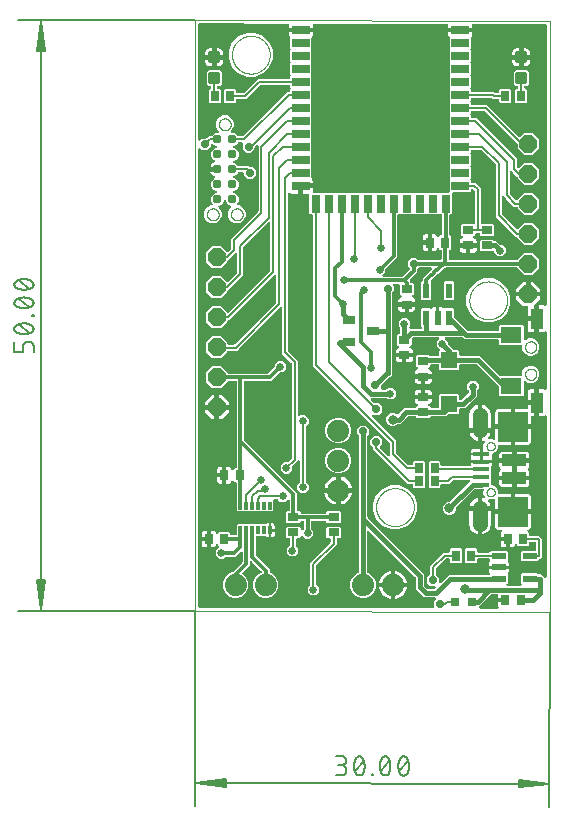
<source format=gtl>
G04 EAGLE Gerber X2 export*
%TF.Part,Single*%
%TF.FileFunction,Other,Top Layer*%
%TF.FilePolarity,Positive*%
%TF.GenerationSoftware,Autodesk,EAGLE,9.4.2*%
%TF.CreationDate,2019-07-05T01:34:15Z*%
G75*
%MOMM*%
%FSLAX34Y34*%
%LPD*%
%INTop Layer*%
%AMOC8*
5,1,8,0,0,1.08239X$1,22.5*%
G01*
%ADD10C,0.000000*%
%ADD11C,0.130000*%
%ADD12C,0.152400*%
%ADD13R,0.300000X0.700000*%
%ADD14R,2.000000X0.900000*%
%ADD15R,0.558800X1.270000*%
%ADD16R,0.800000X1.500000*%
%ADD17R,1.500000X0.800000*%
%ADD18R,0.900000X0.700000*%
%ADD19R,0.800000X0.800000*%
%ADD20R,1.200000X0.550000*%
%ADD21R,0.700000X0.900000*%
%ADD22C,1.879600*%
%ADD23R,2.000000X1.000000*%
%ADD24R,1.350000X0.400000*%
%ADD25C,1.308000*%
%ADD26R,2.500000X2.500000*%
%ADD27C,0.787400*%
%ADD28C,0.300000*%
%ADD29P,1.649562X8X202.500000*%
%ADD30R,1.400000X1.400000*%
%ADD31R,1.016000X0.635000*%
%ADD32R,1.778000X1.397000*%
%ADD33R,1.016000X1.778000*%
%ADD34C,0.804800*%
%ADD35C,0.200000*%
%ADD36C,0.704800*%
%ADD37C,0.654800*%
%ADD38C,0.400000*%

G36*
X201340Y2143D02*
X201340Y2143D01*
X201374Y2140D01*
X201480Y2162D01*
X201587Y2177D01*
X201617Y2191D01*
X201650Y2198D01*
X201745Y2249D01*
X201844Y2293D01*
X201869Y2315D01*
X201899Y2330D01*
X201976Y2406D01*
X202059Y2476D01*
X202077Y2504D01*
X202101Y2527D01*
X202154Y2621D01*
X202214Y2712D01*
X202223Y2744D01*
X202240Y2772D01*
X202265Y2878D01*
X202296Y2981D01*
X202297Y3014D01*
X202305Y3047D01*
X202299Y3155D01*
X202301Y3263D01*
X202292Y3295D01*
X202290Y3329D01*
X202255Y3431D01*
X202226Y3535D01*
X202209Y3563D01*
X202198Y3595D01*
X202145Y3668D01*
X202078Y3775D01*
X202042Y3809D01*
X202016Y3844D01*
X201951Y3909D01*
X201951Y8091D01*
X203629Y9769D01*
X203649Y9795D01*
X203673Y9816D01*
X203733Y9908D01*
X203799Y9995D01*
X203810Y10025D01*
X203828Y10052D01*
X203860Y10157D01*
X203898Y10259D01*
X203901Y10291D01*
X203910Y10322D01*
X203912Y10431D01*
X203920Y10540D01*
X203913Y10572D01*
X203914Y10604D01*
X203885Y10709D01*
X203862Y10816D01*
X203847Y10845D01*
X203839Y10876D01*
X203781Y10969D01*
X203730Y11065D01*
X203708Y11088D01*
X203691Y11116D01*
X203609Y11189D01*
X203533Y11267D01*
X203505Y11283D01*
X203481Y11305D01*
X203383Y11352D01*
X203288Y11406D01*
X203256Y11414D01*
X203227Y11428D01*
X203138Y11442D01*
X203013Y11471D01*
X202965Y11469D01*
X202923Y11475D01*
X193540Y11475D01*
X186475Y18540D01*
X186475Y28126D01*
X186462Y28221D01*
X186457Y28317D01*
X186442Y28360D01*
X186435Y28405D01*
X186396Y28493D01*
X186364Y28584D01*
X186339Y28618D01*
X186319Y28662D01*
X186236Y28760D01*
X186183Y28833D01*
X147231Y67785D01*
X147205Y67804D01*
X147184Y67829D01*
X147092Y67889D01*
X147005Y67954D01*
X146975Y67965D01*
X146948Y67983D01*
X146843Y68015D01*
X146741Y68054D01*
X146709Y68056D01*
X146678Y68065D01*
X146569Y68067D01*
X146460Y68075D01*
X146428Y68069D01*
X146396Y68069D01*
X146291Y68040D01*
X146184Y68018D01*
X146155Y68003D01*
X146124Y67994D01*
X146031Y67937D01*
X145935Y67885D01*
X145912Y67863D01*
X145884Y67846D01*
X145811Y67765D01*
X145733Y67689D01*
X145717Y67660D01*
X145695Y67637D01*
X145648Y67538D01*
X145594Y67443D01*
X145586Y67412D01*
X145572Y67383D01*
X145558Y67294D01*
X145529Y67169D01*
X145531Y67120D01*
X145525Y67078D01*
X145525Y33030D01*
X145526Y33021D01*
X145525Y33012D01*
X145546Y32881D01*
X145565Y32751D01*
X145568Y32743D01*
X145570Y32733D01*
X145627Y32613D01*
X145681Y32494D01*
X145687Y32487D01*
X145691Y32478D01*
X145779Y32380D01*
X145864Y32280D01*
X145872Y32275D01*
X145878Y32268D01*
X145944Y32228D01*
X146100Y32125D01*
X146123Y32118D01*
X146142Y32107D01*
X148187Y31260D01*
X151260Y28187D01*
X152923Y24173D01*
X152923Y19827D01*
X151260Y15813D01*
X148187Y12740D01*
X144173Y11077D01*
X139827Y11077D01*
X135813Y12740D01*
X132740Y15813D01*
X131077Y19827D01*
X131077Y24173D01*
X132740Y28187D01*
X135813Y31260D01*
X137858Y32107D01*
X137867Y32112D01*
X137876Y32115D01*
X137988Y32184D01*
X138101Y32251D01*
X138108Y32258D01*
X138116Y32263D01*
X138204Y32361D01*
X138294Y32457D01*
X138298Y32465D01*
X138305Y32472D01*
X138362Y32590D01*
X138422Y32708D01*
X138424Y32717D01*
X138428Y32726D01*
X138440Y32802D01*
X138474Y32985D01*
X138472Y33009D01*
X138475Y33030D01*
X138475Y147971D01*
X138467Y148030D01*
X138467Y148048D01*
X138462Y148067D01*
X138457Y148162D01*
X138442Y148205D01*
X138435Y148250D01*
X138396Y148338D01*
X138364Y148428D01*
X138339Y148463D01*
X138319Y148507D01*
X138236Y148604D01*
X138183Y148677D01*
X136951Y149909D01*
X136951Y154091D01*
X139909Y157049D01*
X144091Y157049D01*
X147049Y154091D01*
X147049Y149909D01*
X145817Y148677D01*
X145760Y148601D01*
X145695Y148529D01*
X145675Y148488D01*
X145648Y148452D01*
X145614Y148362D01*
X145572Y148275D01*
X145566Y148233D01*
X145549Y148188D01*
X145541Y148087D01*
X145537Y148074D01*
X145536Y148045D01*
X145525Y147971D01*
X145525Y79874D01*
X145538Y79779D01*
X145543Y79683D01*
X145558Y79640D01*
X145565Y79595D01*
X145604Y79507D01*
X145636Y79416D01*
X145661Y79382D01*
X145681Y79338D01*
X145764Y79240D01*
X145817Y79167D01*
X191167Y33817D01*
X193525Y31460D01*
X193525Y21874D01*
X193538Y21779D01*
X193543Y21683D01*
X193558Y21640D01*
X193565Y21595D01*
X193604Y21507D01*
X193636Y21416D01*
X193661Y21382D01*
X193681Y21338D01*
X193764Y21240D01*
X193817Y21167D01*
X196167Y18817D01*
X196244Y18760D01*
X196316Y18695D01*
X196356Y18675D01*
X196393Y18648D01*
X196483Y18614D01*
X196569Y18572D01*
X196611Y18566D01*
X196657Y18549D01*
X196784Y18539D01*
X196874Y18525D01*
X202126Y18525D01*
X202221Y18538D01*
X202317Y18543D01*
X202360Y18558D01*
X202405Y18565D01*
X202493Y18604D01*
X202584Y18636D01*
X202618Y18661D01*
X202662Y18681D01*
X202759Y18764D01*
X202833Y18817D01*
X203261Y19245D01*
X203280Y19271D01*
X203305Y19292D01*
X203365Y19384D01*
X203430Y19471D01*
X203441Y19501D01*
X203459Y19528D01*
X203491Y19633D01*
X203530Y19735D01*
X203532Y19767D01*
X203541Y19798D01*
X203543Y19907D01*
X203551Y20016D01*
X203545Y20048D01*
X203545Y20080D01*
X203516Y20185D01*
X203494Y20292D01*
X203479Y20321D01*
X203470Y20352D01*
X203413Y20445D01*
X203361Y20541D01*
X203339Y20564D01*
X203322Y20592D01*
X203241Y20665D01*
X203165Y20743D01*
X203137Y20759D01*
X203113Y20781D01*
X203014Y20828D01*
X202919Y20882D01*
X202888Y20890D01*
X202859Y20904D01*
X202769Y20918D01*
X202645Y20947D01*
X202596Y20945D01*
X202554Y20951D01*
X198909Y20951D01*
X195951Y23909D01*
X195951Y28091D01*
X198183Y30323D01*
X198195Y30340D01*
X198205Y30348D01*
X198228Y30383D01*
X198240Y30399D01*
X198305Y30471D01*
X198325Y30512D01*
X198352Y30548D01*
X198386Y30638D01*
X198428Y30725D01*
X198434Y30767D01*
X198451Y30812D01*
X198461Y30940D01*
X198475Y31029D01*
X198475Y38046D01*
X209954Y49525D01*
X214476Y49525D01*
X214540Y49534D01*
X214604Y49533D01*
X214679Y49554D01*
X214755Y49565D01*
X214814Y49591D01*
X214876Y49608D01*
X214942Y49649D01*
X215012Y49681D01*
X215061Y49723D01*
X215116Y49756D01*
X215168Y49814D01*
X215226Y49864D01*
X215262Y49918D01*
X215305Y49966D01*
X215338Y50035D01*
X215381Y50100D01*
X215400Y50162D01*
X215428Y50219D01*
X215439Y50289D01*
X215463Y50370D01*
X215464Y50455D01*
X215475Y50524D01*
X215475Y52132D01*
X216368Y53025D01*
X224632Y53025D01*
X225525Y52132D01*
X225525Y41868D01*
X224632Y40975D01*
X216368Y40975D01*
X215475Y41868D01*
X215475Y43476D01*
X215466Y43540D01*
X215467Y43604D01*
X215446Y43679D01*
X215435Y43755D01*
X215409Y43814D01*
X215392Y43876D01*
X215351Y43942D01*
X215319Y44012D01*
X215277Y44061D01*
X215244Y44116D01*
X215186Y44168D01*
X215136Y44226D01*
X215082Y44262D01*
X215034Y44305D01*
X214965Y44338D01*
X214900Y44381D01*
X214838Y44400D01*
X214781Y44428D01*
X214711Y44439D01*
X214630Y44463D01*
X214545Y44464D01*
X214476Y44475D01*
X212460Y44475D01*
X212365Y44462D01*
X212269Y44457D01*
X212225Y44442D01*
X212180Y44435D01*
X212093Y44396D01*
X212002Y44364D01*
X211968Y44339D01*
X211924Y44319D01*
X211826Y44236D01*
X211753Y44183D01*
X203817Y36247D01*
X203760Y36170D01*
X203695Y36099D01*
X203675Y36058D01*
X203648Y36021D01*
X203614Y35931D01*
X203572Y35845D01*
X203566Y35803D01*
X203549Y35757D01*
X203539Y35630D01*
X203525Y35540D01*
X203525Y31029D01*
X203538Y30934D01*
X203543Y30838D01*
X203558Y30795D01*
X203565Y30750D01*
X203604Y30662D01*
X203636Y30572D01*
X203661Y30537D01*
X203681Y30493D01*
X203752Y30409D01*
X203778Y30368D01*
X203797Y30351D01*
X203817Y30323D01*
X206049Y28091D01*
X206049Y24446D01*
X206053Y24414D01*
X206051Y24382D01*
X206073Y24275D01*
X206089Y24167D01*
X206102Y24137D01*
X206108Y24106D01*
X206160Y24009D01*
X206205Y23910D01*
X206226Y23885D01*
X206241Y23857D01*
X206317Y23779D01*
X206388Y23695D01*
X206415Y23678D01*
X206438Y23655D01*
X206533Y23601D01*
X206624Y23541D01*
X206655Y23531D01*
X206683Y23516D01*
X206790Y23490D01*
X206894Y23459D01*
X206926Y23458D01*
X206957Y23451D01*
X207067Y23456D01*
X207176Y23455D01*
X207207Y23463D01*
X207239Y23465D01*
X207342Y23501D01*
X207448Y23530D01*
X207475Y23547D01*
X207506Y23558D01*
X207579Y23611D01*
X207688Y23678D01*
X207720Y23714D01*
X207755Y23739D01*
X212183Y28167D01*
X214540Y30525D01*
X248704Y30525D01*
X248773Y30535D01*
X248775Y30534D01*
X248784Y30536D01*
X248798Y30538D01*
X248895Y30543D01*
X248938Y30558D01*
X248983Y30565D01*
X249037Y30589D01*
X249051Y30592D01*
X249081Y30608D01*
X249161Y30636D01*
X249196Y30661D01*
X249240Y30681D01*
X249275Y30711D01*
X249300Y30724D01*
X249353Y30775D01*
X249410Y30817D01*
X249418Y30825D01*
X249435Y30848D01*
X249454Y30864D01*
X249472Y30892D01*
X249502Y30921D01*
X249540Y30989D01*
X249587Y31051D01*
X249602Y31090D01*
X249608Y31100D01*
X249614Y31118D01*
X249641Y31167D01*
X249659Y31242D01*
X249687Y31314D01*
X249691Y31378D01*
X249706Y31441D01*
X249702Y31519D01*
X249708Y31596D01*
X249695Y31659D01*
X249692Y31723D01*
X249667Y31796D01*
X249651Y31872D01*
X249621Y31928D01*
X249599Y31989D01*
X249558Y32046D01*
X249518Y32121D01*
X249459Y32181D01*
X249418Y32238D01*
X248966Y32690D01*
X248631Y33269D01*
X248458Y33915D01*
X248458Y35626D01*
X256624Y35626D01*
X256687Y35635D01*
X256752Y35634D01*
X256826Y35655D01*
X256903Y35666D01*
X256961Y35692D01*
X257004Y35704D01*
X257012Y35701D01*
X257070Y35673D01*
X257139Y35662D01*
X257220Y35638D01*
X257305Y35637D01*
X257374Y35626D01*
X265540Y35626D01*
X265540Y33915D01*
X265367Y33269D01*
X265032Y32690D01*
X264580Y32238D01*
X264542Y32187D01*
X264496Y32142D01*
X264457Y32074D01*
X264411Y32013D01*
X264388Y31952D01*
X264357Y31896D01*
X264339Y31821D01*
X264311Y31749D01*
X264307Y31685D01*
X264292Y31622D01*
X264296Y31545D01*
X264290Y31468D01*
X264303Y31405D01*
X264306Y31340D01*
X264331Y31267D01*
X264347Y31191D01*
X264378Y31135D01*
X264399Y31074D01*
X264440Y31017D01*
X264480Y30942D01*
X264524Y30897D01*
X264524Y24118D01*
X263636Y23231D01*
X263616Y23205D01*
X263592Y23184D01*
X263532Y23092D01*
X263467Y23005D01*
X263455Y22975D01*
X263438Y22948D01*
X263406Y22843D01*
X263367Y22741D01*
X263365Y22709D01*
X263355Y22678D01*
X263354Y22569D01*
X263345Y22460D01*
X263352Y22428D01*
X263351Y22396D01*
X263381Y22291D01*
X263403Y22184D01*
X263418Y22155D01*
X263427Y22124D01*
X263484Y22031D01*
X263535Y21935D01*
X263558Y21912D01*
X263575Y21884D01*
X263656Y21811D01*
X263732Y21733D01*
X263760Y21717D01*
X263784Y21695D01*
X263882Y21648D01*
X263977Y21594D01*
X264009Y21586D01*
X264038Y21572D01*
X264127Y21558D01*
X264252Y21529D01*
X264300Y21531D01*
X264342Y21525D01*
X275658Y21525D01*
X275690Y21529D01*
X275722Y21527D01*
X275829Y21549D01*
X275937Y21565D01*
X275966Y21578D01*
X275998Y21584D01*
X276094Y21636D01*
X276194Y21681D01*
X276218Y21702D01*
X276247Y21717D01*
X276325Y21793D01*
X276408Y21864D01*
X276426Y21891D01*
X276449Y21914D01*
X276503Y22009D01*
X276562Y22100D01*
X276572Y22131D01*
X276588Y22159D01*
X276613Y22265D01*
X276645Y22370D01*
X276645Y22402D01*
X276653Y22433D01*
X276647Y22543D01*
X276649Y22652D01*
X276640Y22683D01*
X276638Y22715D01*
X276603Y22818D01*
X276573Y22924D01*
X276556Y22951D01*
X276546Y22982D01*
X276493Y23055D01*
X276425Y23164D01*
X276389Y23196D01*
X276364Y23231D01*
X275476Y24118D01*
X275476Y30882D01*
X276369Y31775D01*
X289633Y31775D01*
X290090Y31317D01*
X290167Y31260D01*
X290238Y31195D01*
X290279Y31175D01*
X290315Y31148D01*
X290406Y31114D01*
X290492Y31072D01*
X290534Y31066D01*
X290579Y31049D01*
X290707Y31039D01*
X290796Y31025D01*
X292960Y31025D01*
X293167Y30818D01*
X293167Y30817D01*
X295748Y28237D01*
X295773Y28218D01*
X295794Y28193D01*
X295886Y28133D01*
X295973Y28068D01*
X296003Y28056D01*
X296030Y28039D01*
X296135Y28007D01*
X296237Y27968D01*
X296269Y27966D01*
X296300Y27956D01*
X296409Y27955D01*
X296518Y27947D01*
X296550Y27953D01*
X296582Y27953D01*
X296687Y27982D01*
X296794Y28004D01*
X296823Y28019D01*
X296854Y28028D01*
X296947Y28085D01*
X297043Y28137D01*
X297066Y28159D01*
X297094Y28176D01*
X297167Y28257D01*
X297245Y28333D01*
X297261Y28361D01*
X297283Y28386D01*
X297331Y28484D01*
X297384Y28579D01*
X297392Y28610D01*
X297406Y28639D01*
X297420Y28729D01*
X297449Y28853D01*
X297447Y28902D01*
X297453Y28944D01*
X297426Y164811D01*
X297422Y164843D01*
X297424Y164875D01*
X297402Y164982D01*
X297386Y165090D01*
X297373Y165119D01*
X297366Y165151D01*
X297315Y165247D01*
X297270Y165347D01*
X297249Y165372D01*
X297234Y165400D01*
X297158Y165478D01*
X297087Y165561D01*
X297060Y165579D01*
X297037Y165602D01*
X296942Y165656D01*
X296851Y165716D01*
X296820Y165725D01*
X296792Y165741D01*
X296685Y165766D01*
X296581Y165798D01*
X296549Y165798D01*
X296517Y165806D01*
X296408Y165800D01*
X296299Y165802D01*
X296268Y165793D01*
X296236Y165791D01*
X296132Y165756D01*
X296027Y165726D01*
X296000Y165709D01*
X295969Y165699D01*
X295896Y165646D01*
X295787Y165578D01*
X295755Y165542D01*
X295720Y165517D01*
X295141Y165182D01*
X294495Y165009D01*
X291079Y165009D01*
X291079Y175440D01*
X291070Y175504D01*
X291071Y175568D01*
X291050Y175642D01*
X291039Y175719D01*
X291013Y175778D01*
X290996Y175840D01*
X290955Y175906D01*
X290923Y175976D01*
X290881Y176025D01*
X290848Y176080D01*
X290790Y176131D01*
X290740Y176190D01*
X290686Y176226D01*
X290638Y176269D01*
X290569Y176302D01*
X290504Y176345D01*
X290442Y176364D01*
X290385Y176392D01*
X290315Y176402D01*
X290234Y176427D01*
X290149Y176428D01*
X290080Y176439D01*
X289079Y176439D01*
X289079Y176441D01*
X290080Y176441D01*
X290144Y176450D01*
X290208Y176449D01*
X290283Y176470D01*
X290359Y176481D01*
X290418Y176507D01*
X290480Y176524D01*
X290546Y176565D01*
X290616Y176597D01*
X290665Y176639D01*
X290720Y176672D01*
X290772Y176730D01*
X290830Y176780D01*
X290866Y176834D01*
X290909Y176882D01*
X290942Y176951D01*
X290985Y177016D01*
X291004Y177078D01*
X291032Y177136D01*
X291042Y177205D01*
X291067Y177286D01*
X291068Y177371D01*
X291079Y177440D01*
X291079Y187871D01*
X294495Y187871D01*
X295141Y187698D01*
X295726Y187359D01*
X295741Y187348D01*
X295763Y187323D01*
X295854Y187264D01*
X295941Y187198D01*
X295972Y187187D01*
X295999Y187169D01*
X296103Y187137D01*
X296205Y187099D01*
X296237Y187096D01*
X296268Y187087D01*
X296377Y187085D01*
X296486Y187077D01*
X296518Y187083D01*
X296550Y187083D01*
X296655Y187112D01*
X296762Y187134D01*
X296791Y187150D01*
X296822Y187158D01*
X296915Y187216D01*
X297011Y187267D01*
X297035Y187289D01*
X297062Y187306D01*
X297135Y187387D01*
X297213Y187463D01*
X297229Y187492D01*
X297251Y187516D01*
X297299Y187614D01*
X297352Y187709D01*
X297360Y187740D01*
X297374Y187770D01*
X297388Y187859D01*
X297417Y187983D01*
X297415Y188032D01*
X297422Y188074D01*
X297412Y235917D01*
X297407Y235948D01*
X297410Y235980D01*
X297388Y236087D01*
X297372Y236196D01*
X297359Y236225D01*
X297352Y236257D01*
X297301Y236353D01*
X297256Y236453D01*
X297235Y236477D01*
X297220Y236506D01*
X297144Y236584D01*
X297072Y236667D01*
X297046Y236685D01*
X297023Y236708D01*
X296928Y236762D01*
X296836Y236821D01*
X296806Y236831D01*
X296778Y236847D01*
X296671Y236872D01*
X296567Y236904D01*
X296535Y236904D01*
X296503Y236912D01*
X296394Y236906D01*
X296285Y236907D01*
X296254Y236899D01*
X296222Y236897D01*
X296118Y236861D01*
X296013Y236832D01*
X295985Y236815D01*
X295955Y236805D01*
X295882Y236751D01*
X295773Y236684D01*
X295742Y236649D01*
X295141Y236302D01*
X294495Y236129D01*
X291079Y236129D01*
X291079Y246560D01*
X291070Y246624D01*
X291071Y246688D01*
X291050Y246762D01*
X291039Y246839D01*
X291013Y246898D01*
X290996Y246960D01*
X290955Y247026D01*
X290923Y247096D01*
X290881Y247145D01*
X290848Y247200D01*
X290790Y247251D01*
X290740Y247310D01*
X290686Y247346D01*
X290638Y247389D01*
X290569Y247422D01*
X290504Y247465D01*
X290442Y247484D01*
X290385Y247512D01*
X290315Y247522D01*
X290234Y247547D01*
X290149Y247548D01*
X290080Y247559D01*
X289079Y247559D01*
X289079Y247561D01*
X290080Y247561D01*
X290144Y247570D01*
X290208Y247569D01*
X290283Y247590D01*
X290359Y247601D01*
X290418Y247627D01*
X290480Y247644D01*
X290546Y247685D01*
X290616Y247717D01*
X290665Y247759D01*
X290720Y247792D01*
X290772Y247850D01*
X290830Y247900D01*
X290866Y247954D01*
X290909Y248002D01*
X290942Y248071D01*
X290985Y248136D01*
X291004Y248198D01*
X291032Y248256D01*
X291042Y248325D01*
X291067Y248406D01*
X291068Y248491D01*
X291079Y248560D01*
X291079Y258991D01*
X294495Y258991D01*
X295141Y258818D01*
X295733Y258476D01*
X295748Y258458D01*
X295840Y258398D01*
X295927Y258332D01*
X295957Y258321D01*
X295984Y258303D01*
X296089Y258271D01*
X296191Y258233D01*
X296223Y258230D01*
X296254Y258221D01*
X296363Y258219D01*
X296472Y258211D01*
X296504Y258218D01*
X296536Y258217D01*
X296641Y258246D01*
X296748Y258269D01*
X296777Y258284D01*
X296808Y258292D01*
X296901Y258350D01*
X296997Y258401D01*
X297020Y258424D01*
X297048Y258441D01*
X297121Y258522D01*
X297199Y258598D01*
X297215Y258626D01*
X297237Y258650D01*
X297285Y258748D01*
X297338Y258843D01*
X297346Y258875D01*
X297360Y258904D01*
X297374Y258993D01*
X297403Y259118D01*
X297401Y259166D01*
X297407Y259208D01*
X297360Y495867D01*
X297351Y495930D01*
X297352Y495993D01*
X297331Y496069D01*
X297320Y496146D01*
X297294Y496204D01*
X297277Y496265D01*
X297236Y496332D01*
X297204Y496403D01*
X297163Y496451D01*
X297130Y496505D01*
X297071Y496558D01*
X297020Y496618D01*
X296968Y496652D01*
X296921Y496695D01*
X296850Y496729D01*
X296784Y496772D01*
X296724Y496790D01*
X296667Y496818D01*
X296597Y496829D01*
X296515Y496854D01*
X296431Y496855D01*
X296363Y496866D01*
X235342Y496988D01*
X235277Y496979D01*
X235212Y496980D01*
X235138Y496960D01*
X235063Y496949D01*
X235003Y496922D01*
X234940Y496905D01*
X234875Y496865D01*
X234806Y496833D01*
X234756Y496791D01*
X234700Y496757D01*
X234649Y496700D01*
X234591Y496650D01*
X234555Y496596D01*
X234511Y496548D01*
X234478Y496479D01*
X234436Y496415D01*
X234417Y496352D01*
X234388Y496294D01*
X234378Y496225D01*
X234353Y496145D01*
X234352Y496059D01*
X234341Y495989D01*
X234341Y493999D01*
X225300Y493999D01*
X225236Y493990D01*
X225172Y493991D01*
X225098Y493970D01*
X225021Y493959D01*
X224962Y493933D01*
X224900Y493916D01*
X224834Y493875D01*
X224764Y493843D01*
X224715Y493801D01*
X224660Y493768D01*
X224609Y493710D01*
X224550Y493660D01*
X224514Y493606D01*
X224471Y493558D01*
X224438Y493489D01*
X224395Y493424D01*
X224376Y493362D01*
X224348Y493305D01*
X224338Y493235D01*
X224313Y493154D01*
X224312Y493069D01*
X224301Y493000D01*
X224301Y491000D01*
X224310Y490936D01*
X224309Y490872D01*
X224330Y490797D01*
X224341Y490721D01*
X224367Y490662D01*
X224384Y490600D01*
X224425Y490534D01*
X224457Y490464D01*
X224499Y490415D01*
X224532Y490360D01*
X224590Y490308D01*
X224640Y490250D01*
X224694Y490214D01*
X224742Y490171D01*
X224811Y490138D01*
X224876Y490095D01*
X224938Y490076D01*
X224996Y490048D01*
X225065Y490038D01*
X225146Y490013D01*
X225231Y490012D01*
X225300Y490001D01*
X234341Y490001D01*
X234341Y487665D01*
X234168Y487019D01*
X233833Y486440D01*
X233617Y486224D01*
X233560Y486147D01*
X233495Y486076D01*
X233475Y486035D01*
X233448Y485999D01*
X233414Y485909D01*
X233372Y485822D01*
X233366Y485780D01*
X233349Y485735D01*
X233339Y485607D01*
X233325Y485518D01*
X233325Y476368D01*
X233163Y476207D01*
X233124Y476155D01*
X233078Y476110D01*
X233040Y476043D01*
X232994Y475981D01*
X232971Y475921D01*
X232939Y475865D01*
X232921Y475790D01*
X232894Y475717D01*
X232889Y475653D01*
X232874Y475590D01*
X232878Y475513D01*
X232872Y475436D01*
X232885Y475373D01*
X232889Y475309D01*
X232914Y475236D01*
X232930Y475160D01*
X232960Y475103D01*
X232981Y475042D01*
X233023Y474986D01*
X233062Y474911D01*
X233121Y474850D01*
X233163Y474793D01*
X233325Y474632D01*
X233325Y465368D01*
X233163Y465207D01*
X233124Y465155D01*
X233078Y465110D01*
X233040Y465043D01*
X232994Y464981D01*
X232971Y464921D01*
X232939Y464865D01*
X232921Y464790D01*
X232894Y464717D01*
X232889Y464653D01*
X232874Y464590D01*
X232878Y464513D01*
X232872Y464436D01*
X232885Y464373D01*
X232889Y464309D01*
X232914Y464236D01*
X232930Y464160D01*
X232960Y464103D01*
X232981Y464042D01*
X233023Y463986D01*
X233062Y463911D01*
X233121Y463850D01*
X233163Y463793D01*
X233325Y463632D01*
X233325Y454368D01*
X233163Y454207D01*
X233124Y454155D01*
X233078Y454110D01*
X233040Y454043D01*
X232994Y453981D01*
X232971Y453921D01*
X232939Y453865D01*
X232921Y453790D01*
X232894Y453717D01*
X232889Y453653D01*
X232874Y453590D01*
X232878Y453513D01*
X232872Y453436D01*
X232885Y453373D01*
X232889Y453309D01*
X232914Y453236D01*
X232930Y453160D01*
X232960Y453103D01*
X232981Y453042D01*
X233023Y452986D01*
X233062Y452911D01*
X233121Y452850D01*
X233163Y452793D01*
X233325Y452632D01*
X233325Y443368D01*
X233163Y443207D01*
X233124Y443155D01*
X233078Y443110D01*
X233040Y443043D01*
X232994Y442981D01*
X232971Y442921D01*
X232939Y442865D01*
X232921Y442790D01*
X232894Y442717D01*
X232889Y442653D01*
X232874Y442590D01*
X232878Y442513D01*
X232872Y442436D01*
X232885Y442373D01*
X232889Y442309D01*
X232914Y442236D01*
X232930Y442160D01*
X232960Y442103D01*
X232981Y442042D01*
X233023Y441986D01*
X233062Y441911D01*
X233122Y441850D01*
X233163Y441793D01*
X233325Y441632D01*
X233325Y440524D01*
X233334Y440460D01*
X233333Y440396D01*
X233354Y440321D01*
X233365Y440245D01*
X233391Y440186D01*
X233408Y440124D01*
X233449Y440058D01*
X233481Y439988D01*
X233523Y439939D01*
X233556Y439884D01*
X233614Y439832D01*
X233664Y439774D01*
X233718Y439738D01*
X233766Y439695D01*
X233835Y439662D01*
X233900Y439619D01*
X233962Y439600D01*
X234019Y439572D01*
X234089Y439561D01*
X234170Y439537D01*
X234255Y439536D01*
X234324Y439525D01*
X253046Y439525D01*
X253753Y438817D01*
X253830Y438760D01*
X253901Y438695D01*
X253942Y438675D01*
X253979Y438648D01*
X254069Y438614D01*
X254155Y438572D01*
X254197Y438566D01*
X254243Y438549D01*
X254370Y438539D01*
X254460Y438525D01*
X256476Y438525D01*
X256540Y438534D01*
X256604Y438533D01*
X256679Y438554D01*
X256755Y438565D01*
X256814Y438591D01*
X256876Y438608D01*
X256942Y438649D01*
X257012Y438681D01*
X257061Y438723D01*
X257116Y438756D01*
X257168Y438814D01*
X257226Y438864D01*
X257262Y438918D01*
X257305Y438966D01*
X257338Y439035D01*
X257381Y439100D01*
X257400Y439162D01*
X257428Y439219D01*
X257439Y439289D01*
X257463Y439370D01*
X257464Y439455D01*
X257475Y439524D01*
X257475Y441132D01*
X258368Y442025D01*
X266632Y442025D01*
X267525Y441132D01*
X267525Y430868D01*
X266632Y429975D01*
X258368Y429975D01*
X257475Y430868D01*
X257475Y432476D01*
X257466Y432540D01*
X257467Y432604D01*
X257446Y432679D01*
X257435Y432755D01*
X257409Y432814D01*
X257392Y432876D01*
X257351Y432942D01*
X257319Y433012D01*
X257277Y433061D01*
X257244Y433116D01*
X257186Y433168D01*
X257136Y433226D01*
X257082Y433262D01*
X257034Y433305D01*
X256965Y433338D01*
X256900Y433381D01*
X256838Y433400D01*
X256781Y433428D01*
X256711Y433439D01*
X256630Y433463D01*
X256545Y433464D01*
X256476Y433475D01*
X251954Y433475D01*
X251247Y434183D01*
X251170Y434240D01*
X251099Y434305D01*
X251058Y434325D01*
X251021Y434352D01*
X250931Y434386D01*
X250845Y434428D01*
X250803Y434434D01*
X250757Y434451D01*
X250630Y434461D01*
X250540Y434475D01*
X234324Y434475D01*
X234260Y434466D01*
X234196Y434467D01*
X234121Y434446D01*
X234045Y434435D01*
X233986Y434409D01*
X233924Y434392D01*
X233858Y434351D01*
X233788Y434319D01*
X233739Y434277D01*
X233684Y434244D01*
X233632Y434186D01*
X233574Y434136D01*
X233538Y434082D01*
X233495Y434034D01*
X233462Y433965D01*
X233419Y433900D01*
X233400Y433838D01*
X233372Y433781D01*
X233361Y433711D01*
X233337Y433630D01*
X233336Y433545D01*
X233325Y433476D01*
X233325Y432368D01*
X233163Y432207D01*
X233124Y432155D01*
X233078Y432110D01*
X233040Y432043D01*
X232994Y431981D01*
X232971Y431921D01*
X232939Y431865D01*
X232921Y431790D01*
X232894Y431717D01*
X232889Y431653D01*
X232874Y431590D01*
X232878Y431513D01*
X232872Y431436D01*
X232885Y431373D01*
X232889Y431309D01*
X232914Y431236D01*
X232930Y431160D01*
X232960Y431103D01*
X232981Y431042D01*
X233023Y430986D01*
X233062Y430911D01*
X233121Y430850D01*
X233163Y430793D01*
X233325Y430632D01*
X233325Y429524D01*
X233334Y429460D01*
X233333Y429396D01*
X233354Y429321D01*
X233365Y429245D01*
X233391Y429186D01*
X233408Y429124D01*
X233449Y429058D01*
X233481Y428988D01*
X233523Y428939D01*
X233556Y428884D01*
X233614Y428832D01*
X233664Y428774D01*
X233718Y428738D01*
X233766Y428695D01*
X233835Y428662D01*
X233900Y428619D01*
X233962Y428600D01*
X234019Y428572D01*
X234089Y428561D01*
X234170Y428537D01*
X234255Y428536D01*
X234324Y428525D01*
X247046Y428525D01*
X248817Y426753D01*
X273862Y401708D01*
X273914Y401670D01*
X273959Y401624D01*
X274026Y401585D01*
X274088Y401539D01*
X274148Y401516D01*
X274204Y401484D01*
X274279Y401467D01*
X274352Y401439D01*
X274416Y401434D01*
X274478Y401420D01*
X274556Y401423D01*
X274633Y401418D01*
X274696Y401431D01*
X274760Y401434D01*
X274833Y401459D01*
X274909Y401475D01*
X274966Y401505D01*
X275027Y401526D01*
X275083Y401568D01*
X275158Y401608D01*
X275219Y401667D01*
X275276Y401708D01*
X278212Y404645D01*
X285788Y404645D01*
X291145Y399288D01*
X291145Y391712D01*
X285788Y386355D01*
X278212Y386355D01*
X272855Y391712D01*
X272855Y395160D01*
X272842Y395255D01*
X272837Y395351D01*
X272822Y395395D01*
X272815Y395440D01*
X272776Y395527D01*
X272744Y395618D01*
X272719Y395652D01*
X272699Y395696D01*
X272616Y395794D01*
X272563Y395867D01*
X245247Y423183D01*
X245170Y423240D01*
X245099Y423305D01*
X245058Y423325D01*
X245021Y423352D01*
X244931Y423386D01*
X244845Y423428D01*
X244803Y423434D01*
X244757Y423451D01*
X244630Y423461D01*
X244540Y423475D01*
X234324Y423475D01*
X234260Y423466D01*
X234196Y423467D01*
X234121Y423446D01*
X234045Y423435D01*
X233986Y423409D01*
X233924Y423392D01*
X233858Y423351D01*
X233788Y423319D01*
X233739Y423277D01*
X233684Y423244D01*
X233632Y423186D01*
X233574Y423136D01*
X233538Y423082D01*
X233495Y423034D01*
X233462Y422965D01*
X233419Y422900D01*
X233400Y422838D01*
X233372Y422781D01*
X233361Y422711D01*
X233337Y422630D01*
X233336Y422545D01*
X233325Y422476D01*
X233325Y421368D01*
X233163Y421207D01*
X233124Y421155D01*
X233078Y421110D01*
X233040Y421043D01*
X232994Y420981D01*
X232971Y420921D01*
X232939Y420865D01*
X232921Y420790D01*
X232894Y420717D01*
X232889Y420653D01*
X232874Y420590D01*
X232878Y420513D01*
X232872Y420436D01*
X232885Y420373D01*
X232889Y420309D01*
X232914Y420236D01*
X232930Y420160D01*
X232960Y420103D01*
X232981Y420042D01*
X233023Y419986D01*
X233062Y419911D01*
X233121Y419850D01*
X233163Y419793D01*
X233325Y419632D01*
X233325Y418524D01*
X233334Y418460D01*
X233333Y418396D01*
X233354Y418321D01*
X233365Y418245D01*
X233391Y418186D01*
X233408Y418124D01*
X233449Y418058D01*
X233481Y417988D01*
X233523Y417939D01*
X233556Y417884D01*
X233614Y417832D01*
X233664Y417774D01*
X233718Y417738D01*
X233766Y417695D01*
X233835Y417662D01*
X233900Y417619D01*
X233962Y417600D01*
X234019Y417572D01*
X234089Y417561D01*
X234170Y417537D01*
X234255Y417536D01*
X234324Y417525D01*
X238146Y417525D01*
X272525Y383146D01*
X272525Y375970D01*
X272529Y375938D01*
X272527Y375906D01*
X272549Y375799D01*
X272565Y375690D01*
X272578Y375661D01*
X272584Y375630D01*
X272636Y375533D01*
X272681Y375434D01*
X272702Y375409D01*
X272717Y375381D01*
X272793Y375302D01*
X272864Y375219D01*
X272891Y375202D01*
X272914Y375179D01*
X273009Y375125D01*
X273100Y375065D01*
X273131Y375055D01*
X273159Y375039D01*
X273266Y375014D01*
X273370Y374982D01*
X273402Y374982D01*
X273433Y374975D01*
X273543Y374980D01*
X273652Y374979D01*
X273683Y374987D01*
X273715Y374989D01*
X273818Y375025D01*
X273924Y375054D01*
X273951Y375071D01*
X273982Y375081D01*
X274055Y375135D01*
X274164Y375202D01*
X274196Y375238D01*
X274231Y375263D01*
X278212Y379245D01*
X285788Y379245D01*
X291145Y373888D01*
X291145Y366312D01*
X285788Y360955D01*
X278212Y360955D01*
X272855Y366312D01*
X272855Y367160D01*
X272842Y367255D01*
X272837Y367351D01*
X272822Y367395D01*
X272815Y367440D01*
X272776Y367527D01*
X272744Y367618D01*
X272719Y367652D01*
X272699Y367696D01*
X272616Y367794D01*
X272563Y367867D01*
X269247Y371182D01*
X269247Y371183D01*
X268231Y372199D01*
X268205Y372218D01*
X268184Y372243D01*
X268092Y372303D01*
X268005Y372368D01*
X267975Y372380D01*
X267948Y372397D01*
X267843Y372429D01*
X267741Y372468D01*
X267709Y372470D01*
X267678Y372480D01*
X267569Y372481D01*
X267460Y372490D01*
X267428Y372483D01*
X267396Y372483D01*
X267291Y372454D01*
X267184Y372432D01*
X267155Y372417D01*
X267124Y372408D01*
X267031Y372351D01*
X266935Y372299D01*
X266912Y372277D01*
X266884Y372260D01*
X266811Y372179D01*
X266733Y372103D01*
X266717Y372075D01*
X266695Y372051D01*
X266648Y371953D01*
X266594Y371857D01*
X266586Y371826D01*
X266572Y371797D01*
X266558Y371708D01*
X266529Y371583D01*
X266531Y371535D01*
X266525Y371492D01*
X266525Y353460D01*
X266538Y353365D01*
X266543Y353269D01*
X266558Y353225D01*
X266565Y353180D01*
X266604Y353093D01*
X266636Y353002D01*
X266661Y352968D01*
X266681Y352924D01*
X266764Y352826D01*
X266817Y352753D01*
X271262Y348308D01*
X271314Y348270D01*
X271359Y348224D01*
X271426Y348185D01*
X271488Y348139D01*
X271548Y348116D01*
X271604Y348084D01*
X271679Y348067D01*
X271752Y348039D01*
X271816Y348034D01*
X271878Y348020D01*
X271956Y348023D01*
X272033Y348018D01*
X272096Y348031D01*
X272160Y348034D01*
X272233Y348059D01*
X272309Y348075D01*
X272366Y348105D01*
X272427Y348126D01*
X272483Y348168D01*
X272558Y348208D01*
X272619Y348267D01*
X272676Y348308D01*
X278212Y353845D01*
X285788Y353845D01*
X291145Y348488D01*
X291145Y340912D01*
X285788Y335555D01*
X278212Y335555D01*
X272855Y340912D01*
X272855Y341476D01*
X272846Y341540D01*
X272847Y341604D01*
X272826Y341679D01*
X272815Y341755D01*
X272789Y341814D01*
X272772Y341876D01*
X272731Y341942D01*
X272699Y342012D01*
X272657Y342061D01*
X272624Y342116D01*
X272566Y342168D01*
X272516Y342226D01*
X272462Y342262D01*
X272414Y342305D01*
X272345Y342338D01*
X272280Y342381D01*
X272218Y342400D01*
X272161Y342428D01*
X272091Y342439D01*
X272010Y342463D01*
X271925Y342464D01*
X271856Y342475D01*
X269954Y342475D01*
X263247Y349182D01*
X263247Y349183D01*
X261231Y351199D01*
X261205Y351218D01*
X261184Y351243D01*
X261092Y351303D01*
X261005Y351368D01*
X260975Y351380D01*
X260948Y351397D01*
X260843Y351429D01*
X260741Y351468D01*
X260709Y351470D01*
X260678Y351480D01*
X260569Y351481D01*
X260460Y351490D01*
X260428Y351483D01*
X260396Y351483D01*
X260291Y351454D01*
X260184Y351432D01*
X260155Y351417D01*
X260124Y351408D01*
X260031Y351351D01*
X259935Y351299D01*
X259912Y351277D01*
X259884Y351260D01*
X259811Y351179D01*
X259733Y351103D01*
X259717Y351075D01*
X259695Y351051D01*
X259648Y350952D01*
X259594Y350857D01*
X259586Y350826D01*
X259572Y350797D01*
X259558Y350708D01*
X259529Y350583D01*
X259531Y350534D01*
X259525Y350492D01*
X259525Y336460D01*
X259538Y336365D01*
X259543Y336269D01*
X259558Y336225D01*
X259565Y336180D01*
X259604Y336093D01*
X259636Y336002D01*
X259661Y335968D01*
X259681Y335924D01*
X259764Y335826D01*
X259817Y335753D01*
X271962Y323608D01*
X272014Y323570D01*
X272059Y323524D01*
X272126Y323485D01*
X272188Y323439D01*
X272248Y323416D01*
X272304Y323384D01*
X272379Y323367D01*
X272452Y323339D01*
X272516Y323334D01*
X272578Y323320D01*
X272656Y323323D01*
X272733Y323318D01*
X272796Y323331D01*
X272860Y323334D01*
X272933Y323359D01*
X273009Y323375D01*
X273066Y323405D01*
X273127Y323426D01*
X273183Y323468D01*
X273258Y323508D01*
X273319Y323567D01*
X273376Y323608D01*
X278212Y328445D01*
X285788Y328445D01*
X291145Y323088D01*
X291145Y315512D01*
X285788Y310155D01*
X278212Y310155D01*
X272855Y315512D01*
X272855Y315776D01*
X272846Y315840D01*
X272847Y315904D01*
X272826Y315979D01*
X272815Y316055D01*
X272789Y316114D01*
X272772Y316176D01*
X272731Y316242D01*
X272699Y316312D01*
X272657Y316361D01*
X272624Y316416D01*
X272566Y316468D01*
X272516Y316526D01*
X272462Y316562D01*
X272414Y316605D01*
X272345Y316638D01*
X272280Y316681D01*
X272218Y316700D01*
X272161Y316728D01*
X272091Y316739D01*
X272010Y316763D01*
X271925Y316764D01*
X271856Y316775D01*
X271654Y316775D01*
X254475Y333954D01*
X254475Y377540D01*
X254462Y377635D01*
X254457Y377731D01*
X254442Y377775D01*
X254435Y377820D01*
X254396Y377907D01*
X254364Y377998D01*
X254339Y378032D01*
X254319Y378076D01*
X254236Y378174D01*
X254183Y378247D01*
X242247Y390183D01*
X242170Y390240D01*
X242099Y390305D01*
X242058Y390325D01*
X242021Y390352D01*
X241931Y390386D01*
X241845Y390428D01*
X241803Y390434D01*
X241757Y390451D01*
X241630Y390461D01*
X241540Y390475D01*
X234324Y390475D01*
X234260Y390466D01*
X234196Y390467D01*
X234121Y390446D01*
X234045Y390435D01*
X233986Y390409D01*
X233924Y390392D01*
X233858Y390351D01*
X233788Y390319D01*
X233739Y390277D01*
X233684Y390244D01*
X233632Y390186D01*
X233574Y390136D01*
X233538Y390082D01*
X233495Y390034D01*
X233462Y389965D01*
X233419Y389900D01*
X233400Y389838D01*
X233372Y389781D01*
X233361Y389711D01*
X233337Y389630D01*
X233336Y389545D01*
X233325Y389476D01*
X233325Y388368D01*
X233163Y388207D01*
X233124Y388155D01*
X233078Y388110D01*
X233040Y388043D01*
X232994Y387981D01*
X232971Y387921D01*
X232939Y387865D01*
X232921Y387790D01*
X232894Y387717D01*
X232889Y387653D01*
X232874Y387590D01*
X232878Y387513D01*
X232872Y387436D01*
X232885Y387373D01*
X232889Y387309D01*
X232914Y387236D01*
X232930Y387160D01*
X232960Y387103D01*
X232981Y387042D01*
X233023Y386986D01*
X233062Y386911D01*
X233121Y386850D01*
X233163Y386793D01*
X233325Y386632D01*
X233325Y377368D01*
X233163Y377207D01*
X233124Y377155D01*
X233078Y377110D01*
X233040Y377043D01*
X232994Y376981D01*
X232971Y376921D01*
X232939Y376865D01*
X232921Y376790D01*
X232894Y376717D01*
X232889Y376653D01*
X232874Y376590D01*
X232878Y376513D01*
X232872Y376436D01*
X232885Y376373D01*
X232889Y376309D01*
X232914Y376236D01*
X232930Y376160D01*
X232960Y376103D01*
X232981Y376042D01*
X233023Y375986D01*
X233062Y375911D01*
X233121Y375850D01*
X233163Y375793D01*
X233325Y375632D01*
X233325Y366368D01*
X233163Y366207D01*
X233124Y366155D01*
X233078Y366110D01*
X233040Y366043D01*
X232994Y365981D01*
X232971Y365921D01*
X232939Y365865D01*
X232921Y365790D01*
X232894Y365717D01*
X232889Y365653D01*
X232874Y365590D01*
X232878Y365513D01*
X232872Y365436D01*
X232885Y365373D01*
X232889Y365309D01*
X232914Y365236D01*
X232930Y365160D01*
X232960Y365103D01*
X232981Y365042D01*
X233023Y364986D01*
X233062Y364911D01*
X233121Y364850D01*
X233163Y364793D01*
X233325Y364632D01*
X233325Y363524D01*
X233334Y363460D01*
X233333Y363396D01*
X233354Y363321D01*
X233365Y363245D01*
X233391Y363186D01*
X233408Y363124D01*
X233449Y363058D01*
X233481Y362988D01*
X233523Y362939D01*
X233556Y362884D01*
X233614Y362832D01*
X233664Y362774D01*
X233718Y362738D01*
X233766Y362695D01*
X233835Y362662D01*
X233900Y362619D01*
X233962Y362600D01*
X234019Y362572D01*
X234089Y362561D01*
X234170Y362537D01*
X234255Y362536D01*
X234324Y362525D01*
X237046Y362525D01*
X241525Y358046D01*
X241525Y328524D01*
X241534Y328460D01*
X241533Y328396D01*
X241554Y328321D01*
X241565Y328245D01*
X241591Y328186D01*
X241608Y328124D01*
X241649Y328058D01*
X241681Y327988D01*
X241723Y327939D01*
X241756Y327884D01*
X241814Y327832D01*
X241864Y327774D01*
X241918Y327738D01*
X241966Y327695D01*
X242035Y327662D01*
X242100Y327619D01*
X242162Y327600D01*
X242219Y327572D01*
X242289Y327561D01*
X242370Y327537D01*
X242455Y327536D01*
X242524Y327525D01*
X252132Y327525D01*
X253025Y326632D01*
X253025Y318368D01*
X252132Y317475D01*
X241868Y317475D01*
X240975Y318368D01*
X240975Y318976D01*
X240966Y319040D01*
X240967Y319104D01*
X240946Y319179D01*
X240935Y319255D01*
X240909Y319314D01*
X240892Y319376D01*
X240851Y319442D01*
X240819Y319512D01*
X240777Y319561D01*
X240744Y319616D01*
X240686Y319668D01*
X240636Y319726D01*
X240582Y319762D01*
X240534Y319805D01*
X240465Y319838D01*
X240400Y319881D01*
X240338Y319900D01*
X240281Y319928D01*
X240211Y319939D01*
X240130Y319963D01*
X240045Y319964D01*
X239976Y319975D01*
X238024Y319975D01*
X237960Y319966D01*
X237896Y319967D01*
X237821Y319946D01*
X237745Y319935D01*
X237686Y319909D01*
X237624Y319892D01*
X237558Y319851D01*
X237488Y319819D01*
X237439Y319777D01*
X237384Y319744D01*
X237332Y319686D01*
X237274Y319636D01*
X237238Y319582D01*
X237195Y319534D01*
X237162Y319465D01*
X237119Y319400D01*
X237100Y319338D01*
X237072Y319281D01*
X237061Y319211D01*
X237037Y319130D01*
X237036Y319045D01*
X237025Y318976D01*
X237025Y318368D01*
X236121Y317465D01*
X236054Y317454D01*
X235925Y317435D01*
X235916Y317431D01*
X235905Y317429D01*
X235787Y317373D01*
X235669Y317319D01*
X235660Y317312D01*
X235651Y317308D01*
X235553Y317221D01*
X235454Y317136D01*
X235448Y317127D01*
X235440Y317120D01*
X235372Y317009D01*
X235300Y316900D01*
X235297Y316890D01*
X235291Y316880D01*
X235255Y316754D01*
X235217Y316630D01*
X235217Y316619D01*
X235214Y316609D01*
X235215Y316478D01*
X235214Y316348D01*
X235217Y316338D01*
X235217Y316327D01*
X235254Y316202D01*
X235289Y316076D01*
X235295Y316067D01*
X235298Y316057D01*
X235369Y315947D01*
X235437Y315836D01*
X235445Y315829D01*
X235451Y315820D01*
X235550Y315734D01*
X235646Y315647D01*
X235656Y315643D01*
X235664Y315636D01*
X235738Y315603D01*
X235900Y315524D01*
X235924Y315521D01*
X235946Y315511D01*
X236481Y315368D01*
X237060Y315033D01*
X237533Y314560D01*
X237868Y313981D01*
X238041Y313335D01*
X238041Y311249D01*
X231750Y311249D01*
X231687Y311240D01*
X231622Y311241D01*
X231548Y311220D01*
X231471Y311209D01*
X231413Y311183D01*
X231351Y311166D01*
X231285Y311125D01*
X231214Y311093D01*
X231165Y311051D01*
X231111Y311018D01*
X231059Y310960D01*
X231000Y310910D01*
X230998Y310907D01*
X230960Y310942D01*
X230910Y311000D01*
X230856Y311036D01*
X230808Y311079D01*
X230739Y311112D01*
X230674Y311155D01*
X230612Y311174D01*
X230554Y311202D01*
X230485Y311213D01*
X230404Y311237D01*
X230319Y311238D01*
X230250Y311249D01*
X223959Y311249D01*
X223959Y313335D01*
X224132Y313981D01*
X224467Y314560D01*
X224940Y315033D01*
X225519Y315368D01*
X226054Y315511D01*
X226064Y315515D01*
X226075Y315517D01*
X226193Y315570D01*
X226313Y315622D01*
X226322Y315628D01*
X226331Y315633D01*
X226430Y315717D01*
X226531Y315800D01*
X226538Y315809D01*
X226546Y315816D01*
X226617Y315925D01*
X226691Y316033D01*
X226694Y316043D01*
X226700Y316052D01*
X226738Y316176D01*
X226779Y316301D01*
X226779Y316312D01*
X226783Y316322D01*
X226784Y316453D01*
X226789Y316583D01*
X226786Y316593D01*
X226786Y316604D01*
X226751Y316730D01*
X226720Y316856D01*
X226714Y316865D01*
X226711Y316876D01*
X226643Y316987D01*
X226577Y317099D01*
X226569Y317106D01*
X226563Y317116D01*
X226466Y317203D01*
X226371Y317293D01*
X226362Y317297D01*
X226354Y317305D01*
X226237Y317361D01*
X226120Y317421D01*
X226110Y317423D01*
X226100Y317428D01*
X226021Y317440D01*
X225876Y317468D01*
X224975Y318368D01*
X224975Y326632D01*
X225868Y327525D01*
X235476Y327525D01*
X235540Y327534D01*
X235604Y327533D01*
X235679Y327554D01*
X235755Y327565D01*
X235814Y327591D01*
X235876Y327608D01*
X235942Y327649D01*
X236012Y327681D01*
X236061Y327723D01*
X236116Y327756D01*
X236168Y327814D01*
X236226Y327864D01*
X236262Y327918D01*
X236305Y327966D01*
X236338Y328035D01*
X236381Y328100D01*
X236400Y328162D01*
X236428Y328219D01*
X236439Y328289D01*
X236463Y328370D01*
X236464Y328455D01*
X236475Y328524D01*
X236475Y355540D01*
X236462Y355635D01*
X236457Y355731D01*
X236442Y355775D01*
X236435Y355820D01*
X236396Y355907D01*
X236364Y355998D01*
X236339Y356032D01*
X236319Y356076D01*
X236236Y356174D01*
X236183Y356247D01*
X235247Y357183D01*
X235170Y357240D01*
X235099Y357305D01*
X235058Y357325D01*
X235021Y357352D01*
X234931Y357386D01*
X234845Y357428D01*
X234803Y357434D01*
X234757Y357451D01*
X234630Y357461D01*
X234540Y357475D01*
X234324Y357475D01*
X234260Y357466D01*
X234196Y357467D01*
X234121Y357446D01*
X234045Y357435D01*
X233986Y357409D01*
X233924Y357392D01*
X233858Y357351D01*
X233788Y357319D01*
X233739Y357277D01*
X233684Y357244D01*
X233632Y357186D01*
X233574Y357136D01*
X233538Y357082D01*
X233495Y357034D01*
X233462Y356965D01*
X233419Y356900D01*
X233400Y356838D01*
X233372Y356781D01*
X233361Y356711D01*
X233337Y356630D01*
X233336Y356545D01*
X233325Y356476D01*
X233325Y355368D01*
X232432Y354475D01*
X218324Y354475D01*
X218260Y354466D01*
X218196Y354467D01*
X218121Y354446D01*
X218045Y354435D01*
X217986Y354409D01*
X217924Y354392D01*
X217858Y354351D01*
X217788Y354319D01*
X217739Y354277D01*
X217684Y354244D01*
X217632Y354186D01*
X217574Y354136D01*
X217538Y354082D01*
X217495Y354034D01*
X217462Y353965D01*
X217419Y353900D01*
X217400Y353838D01*
X217372Y353781D01*
X217361Y353711D01*
X217337Y353630D01*
X217336Y353545D01*
X217325Y353476D01*
X217325Y336868D01*
X216432Y335975D01*
X215824Y335975D01*
X215760Y335966D01*
X215696Y335967D01*
X215621Y335946D01*
X215545Y335935D01*
X215486Y335909D01*
X215424Y335892D01*
X215358Y335851D01*
X215288Y335819D01*
X215239Y335777D01*
X215184Y335744D01*
X215132Y335686D01*
X215074Y335636D01*
X215038Y335582D01*
X214995Y335534D01*
X214962Y335465D01*
X214919Y335400D01*
X214900Y335338D01*
X214872Y335281D01*
X214861Y335211D01*
X214837Y335130D01*
X214836Y335045D01*
X214825Y334976D01*
X214825Y319024D01*
X214834Y318960D01*
X214833Y318896D01*
X214854Y318821D01*
X214865Y318745D01*
X214891Y318686D01*
X214908Y318624D01*
X214949Y318558D01*
X214981Y318488D01*
X215023Y318439D01*
X215056Y318384D01*
X215114Y318332D01*
X215164Y318274D01*
X215218Y318238D01*
X215266Y318195D01*
X215335Y318162D01*
X215400Y318119D01*
X215462Y318100D01*
X215519Y318072D01*
X215589Y318061D01*
X215598Y318059D01*
X216525Y317132D01*
X216525Y306868D01*
X215632Y305975D01*
X215524Y305975D01*
X215460Y305966D01*
X215396Y305967D01*
X215321Y305946D01*
X215245Y305935D01*
X215186Y305909D01*
X215124Y305892D01*
X215058Y305851D01*
X214988Y305819D01*
X214939Y305777D01*
X214884Y305744D01*
X214832Y305686D01*
X214774Y305636D01*
X214738Y305582D01*
X214695Y305534D01*
X214662Y305465D01*
X214619Y305400D01*
X214600Y305338D01*
X214572Y305281D01*
X214561Y305211D01*
X214537Y305130D01*
X214536Y305045D01*
X214525Y304976D01*
X214525Y298024D01*
X214534Y297960D01*
X214533Y297896D01*
X214554Y297821D01*
X214565Y297745D01*
X214591Y297686D01*
X214608Y297624D01*
X214649Y297558D01*
X214681Y297488D01*
X214723Y297439D01*
X214756Y297384D01*
X214814Y297332D01*
X214864Y297274D01*
X214918Y297238D01*
X214966Y297195D01*
X215035Y297162D01*
X215100Y297119D01*
X215162Y297100D01*
X215219Y297072D01*
X215289Y297061D01*
X215370Y297037D01*
X215455Y297036D01*
X215524Y297025D01*
X271856Y297025D01*
X271920Y297034D01*
X271984Y297033D01*
X272059Y297054D01*
X272135Y297065D01*
X272194Y297091D01*
X272256Y297108D01*
X272322Y297149D01*
X272392Y297181D01*
X272441Y297223D01*
X272496Y297256D01*
X272548Y297314D01*
X272606Y297364D01*
X272642Y297418D01*
X272685Y297466D01*
X272718Y297535D01*
X272748Y297581D01*
X278212Y303045D01*
X285788Y303045D01*
X291145Y297688D01*
X291145Y290112D01*
X285788Y284755D01*
X278212Y284755D01*
X272841Y290127D01*
X272826Y290179D01*
X272815Y290255D01*
X272789Y290314D01*
X272772Y290376D01*
X272731Y290442D01*
X272699Y290512D01*
X272657Y290561D01*
X272624Y290616D01*
X272566Y290668D01*
X272516Y290726D01*
X272462Y290762D01*
X272414Y290805D01*
X272345Y290838D01*
X272280Y290881D01*
X272218Y290900D01*
X272161Y290928D01*
X272091Y290939D01*
X272010Y290963D01*
X271925Y290964D01*
X271856Y290975D01*
X212416Y290975D01*
X212373Y290969D01*
X212330Y290972D01*
X212234Y290949D01*
X212137Y290935D01*
X212097Y290918D01*
X212056Y290908D01*
X211982Y290865D01*
X211880Y290819D01*
X211834Y290780D01*
X211789Y290754D01*
X205276Y285505D01*
X205271Y285499D01*
X205264Y285494D01*
X205244Y285473D01*
X205223Y285458D01*
X199403Y280039D01*
X199351Y279975D01*
X199293Y279918D01*
X199263Y279866D01*
X199226Y279820D01*
X199194Y279744D01*
X199154Y279673D01*
X199140Y279615D01*
X199117Y279559D01*
X199107Y279478D01*
X199089Y279398D01*
X199092Y279339D01*
X199085Y279279D01*
X199099Y279198D01*
X199103Y279117D01*
X199123Y279060D01*
X199133Y279001D01*
X199169Y278928D01*
X199195Y278850D01*
X199228Y278805D01*
X199256Y278748D01*
X199328Y278668D01*
X199377Y278601D01*
X199767Y278212D01*
X199767Y264248D01*
X198874Y263355D01*
X192022Y263355D01*
X191129Y264248D01*
X191129Y278212D01*
X192131Y279213D01*
X192188Y279290D01*
X192253Y279361D01*
X192273Y279402D01*
X192300Y279438D01*
X192334Y279529D01*
X192376Y279615D01*
X192382Y279657D01*
X192399Y279702D01*
X192409Y279830D01*
X192423Y279919D01*
X192423Y281701D01*
X195040Y284317D01*
X199992Y289269D01*
X200011Y289295D01*
X200036Y289316D01*
X200096Y289408D01*
X200161Y289495D01*
X200173Y289525D01*
X200190Y289552D01*
X200222Y289657D01*
X200261Y289759D01*
X200263Y289791D01*
X200273Y289822D01*
X200274Y289931D01*
X200282Y290040D01*
X200276Y290072D01*
X200276Y290104D01*
X200247Y290209D01*
X200225Y290316D01*
X200210Y290345D01*
X200201Y290376D01*
X200144Y290469D01*
X200092Y290565D01*
X200070Y290588D01*
X200053Y290616D01*
X199972Y290689D01*
X199896Y290767D01*
X199868Y290783D01*
X199844Y290805D01*
X199745Y290852D01*
X199650Y290906D01*
X199619Y290914D01*
X199590Y290928D01*
X199501Y290942D01*
X199376Y290971D01*
X199327Y290969D01*
X199285Y290975D01*
X189529Y290975D01*
X189434Y290962D01*
X189338Y290957D01*
X189295Y290942D01*
X189250Y290935D01*
X189162Y290896D01*
X189072Y290864D01*
X189037Y290839D01*
X188993Y290819D01*
X188896Y290736D01*
X188823Y290683D01*
X188317Y290177D01*
X188260Y290101D01*
X188195Y290029D01*
X188175Y289988D01*
X188148Y289952D01*
X188114Y289862D01*
X188072Y289775D01*
X188066Y289733D01*
X188049Y289688D01*
X188039Y289560D01*
X188025Y289471D01*
X188025Y286747D01*
X181984Y280707D01*
X181946Y280655D01*
X181900Y280610D01*
X181861Y280543D01*
X181815Y280481D01*
X181792Y280421D01*
X181761Y280365D01*
X181743Y280290D01*
X181715Y280217D01*
X181710Y280153D01*
X181696Y280090D01*
X181700Y280013D01*
X181694Y279936D01*
X181707Y279873D01*
X181710Y279809D01*
X181735Y279736D01*
X181751Y279660D01*
X181781Y279603D01*
X181802Y279542D01*
X181844Y279486D01*
X181884Y279411D01*
X181943Y279350D01*
X181984Y279293D01*
X182025Y279253D01*
X182025Y278524D01*
X182034Y278460D01*
X182033Y278396D01*
X182054Y278321D01*
X182065Y278245D01*
X182091Y278186D01*
X182108Y278124D01*
X182149Y278058D01*
X182181Y277988D01*
X182223Y277939D01*
X182256Y277884D01*
X182314Y277832D01*
X182364Y277774D01*
X182418Y277738D01*
X182466Y277695D01*
X182535Y277662D01*
X182600Y277619D01*
X182662Y277600D01*
X182719Y277572D01*
X182789Y277561D01*
X182870Y277537D01*
X182955Y277536D01*
X183024Y277525D01*
X184132Y277525D01*
X185025Y276632D01*
X185025Y268368D01*
X184121Y267465D01*
X184054Y267454D01*
X183925Y267435D01*
X183916Y267431D01*
X183905Y267429D01*
X183787Y267373D01*
X183669Y267319D01*
X183660Y267312D01*
X183651Y267308D01*
X183553Y267221D01*
X183454Y267136D01*
X183448Y267127D01*
X183440Y267120D01*
X183372Y267009D01*
X183300Y266900D01*
X183297Y266890D01*
X183291Y266880D01*
X183255Y266755D01*
X183217Y266630D01*
X183217Y266619D01*
X183214Y266609D01*
X183215Y266478D01*
X183214Y266348D01*
X183217Y266338D01*
X183217Y266327D01*
X183254Y266202D01*
X183289Y266076D01*
X183295Y266067D01*
X183298Y266057D01*
X183369Y265947D01*
X183437Y265836D01*
X183445Y265829D01*
X183451Y265820D01*
X183550Y265734D01*
X183646Y265647D01*
X183656Y265643D01*
X183664Y265636D01*
X183738Y265603D01*
X183900Y265524D01*
X183924Y265521D01*
X183946Y265511D01*
X184481Y265368D01*
X185060Y265033D01*
X185533Y264560D01*
X185868Y263981D01*
X186041Y263335D01*
X186041Y261249D01*
X179750Y261249D01*
X179687Y261240D01*
X179622Y261241D01*
X179548Y261220D01*
X179471Y261209D01*
X179413Y261183D01*
X179351Y261166D01*
X179285Y261125D01*
X179214Y261093D01*
X179165Y261051D01*
X179111Y261018D01*
X179059Y260960D01*
X179000Y260910D01*
X178998Y260907D01*
X178960Y260942D01*
X178910Y261000D01*
X178856Y261036D01*
X178808Y261079D01*
X178739Y261112D01*
X178674Y261155D01*
X178612Y261174D01*
X178554Y261202D01*
X178485Y261213D01*
X178404Y261237D01*
X178319Y261238D01*
X178250Y261249D01*
X171959Y261249D01*
X171959Y263335D01*
X172132Y263981D01*
X172467Y264560D01*
X172940Y265033D01*
X173519Y265368D01*
X174054Y265511D01*
X174064Y265515D01*
X174075Y265517D01*
X174193Y265570D01*
X174313Y265622D01*
X174322Y265628D01*
X174331Y265633D01*
X174430Y265717D01*
X174531Y265800D01*
X174538Y265809D01*
X174546Y265816D01*
X174617Y265925D01*
X174691Y266033D01*
X174694Y266043D01*
X174700Y266052D01*
X174738Y266177D01*
X174779Y266301D01*
X174779Y266312D01*
X174783Y266322D01*
X174784Y266453D01*
X174789Y266583D01*
X174786Y266593D01*
X174786Y266604D01*
X174751Y266730D01*
X174720Y266856D01*
X174714Y266865D01*
X174711Y266876D01*
X174643Y266986D01*
X174577Y267099D01*
X174569Y267106D01*
X174563Y267116D01*
X174466Y267203D01*
X174371Y267293D01*
X174362Y267297D01*
X174354Y267305D01*
X174237Y267361D01*
X174120Y267421D01*
X174110Y267423D01*
X174100Y267428D01*
X174021Y267440D01*
X173876Y267468D01*
X172975Y268368D01*
X172975Y275976D01*
X172966Y276040D01*
X172967Y276104D01*
X172946Y276179D01*
X172935Y276255D01*
X172909Y276314D01*
X172892Y276376D01*
X172851Y276442D01*
X172819Y276512D01*
X172777Y276561D01*
X172744Y276616D01*
X172686Y276668D01*
X172636Y276726D01*
X172582Y276762D01*
X172534Y276805D01*
X172465Y276838D01*
X172400Y276881D01*
X172338Y276900D01*
X172281Y276928D01*
X172211Y276939D01*
X172130Y276963D01*
X172045Y276964D01*
X171976Y276975D01*
X168577Y276975D01*
X168545Y276971D01*
X168513Y276973D01*
X168406Y276951D01*
X168298Y276935D01*
X168269Y276922D01*
X168237Y276916D01*
X168140Y276864D01*
X168041Y276819D01*
X168016Y276798D01*
X167988Y276783D01*
X167910Y276707D01*
X167827Y276636D01*
X167809Y276609D01*
X167786Y276586D01*
X167732Y276491D01*
X167672Y276400D01*
X167663Y276369D01*
X167647Y276341D01*
X167622Y276235D01*
X167590Y276130D01*
X167589Y276098D01*
X167582Y276067D01*
X167588Y275957D01*
X167586Y275848D01*
X167595Y275817D01*
X167596Y275785D01*
X167632Y275682D01*
X167661Y275576D01*
X167678Y275549D01*
X167689Y275518D01*
X167742Y275445D01*
X167809Y275336D01*
X167845Y275304D01*
X167871Y275269D01*
X168049Y275091D01*
X168049Y270909D01*
X166817Y269677D01*
X166760Y269601D01*
X166695Y269529D01*
X166675Y269488D01*
X166648Y269452D01*
X166614Y269362D01*
X166572Y269275D01*
X166566Y269233D01*
X166549Y269188D01*
X166539Y269060D01*
X166525Y268971D01*
X166525Y200040D01*
X164460Y197975D01*
X164374Y197975D01*
X164279Y197962D01*
X164183Y197957D01*
X164140Y197942D01*
X164095Y197935D01*
X164007Y197896D01*
X163916Y197864D01*
X163882Y197839D01*
X163838Y197819D01*
X163740Y197736D01*
X163667Y197683D01*
X157341Y191357D01*
X157284Y191280D01*
X157219Y191208D01*
X157199Y191168D01*
X157172Y191131D01*
X157138Y191041D01*
X157096Y190955D01*
X157090Y190913D01*
X157073Y190867D01*
X157063Y190740D01*
X157049Y190650D01*
X157049Y188524D01*
X157058Y188460D01*
X157057Y188396D01*
X157078Y188321D01*
X157089Y188245D01*
X157115Y188186D01*
X157132Y188124D01*
X157173Y188058D01*
X157205Y187988D01*
X157247Y187939D01*
X157280Y187884D01*
X157338Y187832D01*
X157388Y187774D01*
X157442Y187738D01*
X157490Y187695D01*
X157559Y187662D01*
X157624Y187619D01*
X157686Y187600D01*
X157743Y187572D01*
X157813Y187561D01*
X157894Y187537D01*
X157979Y187536D01*
X158048Y187525D01*
X161324Y187525D01*
X161419Y187538D01*
X161516Y187543D01*
X161559Y187558D01*
X161604Y187565D01*
X161691Y187604D01*
X161782Y187636D01*
X161816Y187661D01*
X161861Y187681D01*
X161958Y187764D01*
X162031Y187817D01*
X163012Y188799D01*
X166988Y188799D01*
X169799Y185988D01*
X169799Y182012D01*
X166988Y179201D01*
X163012Y179201D01*
X162031Y180183D01*
X161954Y180240D01*
X161883Y180305D01*
X161842Y180325D01*
X161805Y180352D01*
X161715Y180386D01*
X161629Y180428D01*
X161587Y180434D01*
X161542Y180451D01*
X161414Y180461D01*
X161324Y180475D01*
X156841Y180475D01*
X156746Y180462D01*
X156650Y180457D01*
X156607Y180442D01*
X156562Y180435D01*
X156544Y180427D01*
X149556Y180427D01*
X149524Y180423D01*
X149492Y180425D01*
X149385Y180403D01*
X149276Y180387D01*
X149247Y180374D01*
X149215Y180368D01*
X149119Y180316D01*
X149019Y180271D01*
X148995Y180250D01*
X148967Y180235D01*
X148888Y180159D01*
X148805Y180088D01*
X148788Y180061D01*
X148764Y180038D01*
X148711Y179943D01*
X148651Y179852D01*
X148641Y179821D01*
X148625Y179793D01*
X148600Y179687D01*
X148568Y179582D01*
X148568Y179550D01*
X148560Y179519D01*
X148566Y179409D01*
X148565Y179300D01*
X148573Y179269D01*
X148575Y179237D01*
X148611Y179134D01*
X148640Y179028D01*
X148657Y179001D01*
X148667Y178970D01*
X148721Y178897D01*
X148788Y178788D01*
X148824Y178756D01*
X148849Y178721D01*
X151229Y176341D01*
X151306Y176284D01*
X151377Y176219D01*
X151418Y176199D01*
X151455Y176172D01*
X151545Y176138D01*
X151631Y176096D01*
X151673Y176090D01*
X151719Y176073D01*
X151846Y176063D01*
X151936Y176049D01*
X155091Y176049D01*
X158049Y173091D01*
X158049Y168909D01*
X155091Y165951D01*
X150532Y165951D01*
X150500Y165947D01*
X150468Y165949D01*
X150361Y165927D01*
X150252Y165911D01*
X150223Y165898D01*
X150191Y165892D01*
X150095Y165840D01*
X149995Y165795D01*
X149971Y165774D01*
X149943Y165759D01*
X149864Y165683D01*
X149781Y165612D01*
X149764Y165585D01*
X149740Y165562D01*
X149687Y165467D01*
X149627Y165376D01*
X149617Y165345D01*
X149601Y165317D01*
X149576Y165210D01*
X149544Y165106D01*
X149544Y165074D01*
X149536Y165043D01*
X149542Y164933D01*
X149541Y164824D01*
X149549Y164793D01*
X149551Y164761D01*
X149587Y164658D01*
X149616Y164552D01*
X149633Y164525D01*
X149643Y164494D01*
X149697Y164421D01*
X149764Y164312D01*
X149800Y164280D01*
X149809Y164268D01*
X149809Y164267D01*
X149825Y164245D01*
X168003Y146067D01*
X169775Y144296D01*
X169775Y134210D01*
X169788Y134115D01*
X169793Y134019D01*
X169808Y133975D01*
X169815Y133930D01*
X169854Y133843D01*
X169886Y133752D01*
X169911Y133718D01*
X169931Y133674D01*
X170014Y133576D01*
X170067Y133503D01*
X179753Y123817D01*
X179830Y123760D01*
X179901Y123695D01*
X179942Y123675D01*
X179979Y123648D01*
X180069Y123614D01*
X180155Y123572D01*
X180197Y123566D01*
X180243Y123549D01*
X180370Y123539D01*
X180460Y123525D01*
X183476Y123525D01*
X183540Y123534D01*
X183604Y123533D01*
X183679Y123554D01*
X183755Y123565D01*
X183814Y123591D01*
X183876Y123608D01*
X183942Y123649D01*
X184012Y123681D01*
X184061Y123723D01*
X184116Y123756D01*
X184168Y123814D01*
X184226Y123864D01*
X184262Y123918D01*
X184305Y123966D01*
X184338Y124035D01*
X184381Y124100D01*
X184400Y124162D01*
X184428Y124219D01*
X184439Y124289D01*
X184463Y124370D01*
X184464Y124455D01*
X184475Y124524D01*
X184475Y126132D01*
X185368Y127025D01*
X193632Y127025D01*
X194525Y126132D01*
X194525Y104868D01*
X193632Y103975D01*
X185368Y103975D01*
X184475Y104868D01*
X184475Y106476D01*
X184466Y106540D01*
X184467Y106604D01*
X184446Y106679D01*
X184435Y106755D01*
X184409Y106814D01*
X184392Y106876D01*
X184351Y106942D01*
X184319Y107012D01*
X184277Y107061D01*
X184244Y107116D01*
X184186Y107168D01*
X184136Y107226D01*
X184082Y107262D01*
X184034Y107305D01*
X183965Y107338D01*
X183900Y107381D01*
X183838Y107400D01*
X183781Y107428D01*
X183711Y107439D01*
X183630Y107463D01*
X183545Y107464D01*
X183476Y107475D01*
X179954Y107475D01*
X150475Y136954D01*
X150475Y137971D01*
X150467Y138031D01*
X150467Y138055D01*
X150461Y138076D01*
X150457Y138162D01*
X150442Y138205D01*
X150435Y138250D01*
X150396Y138338D01*
X150364Y138428D01*
X150339Y138463D01*
X150319Y138507D01*
X150236Y138604D01*
X150183Y138677D01*
X147951Y140909D01*
X147951Y145091D01*
X150909Y148049D01*
X155091Y148049D01*
X158049Y145091D01*
X158049Y140909D01*
X156562Y139422D01*
X156523Y139370D01*
X156477Y139326D01*
X156439Y139258D01*
X156393Y139196D01*
X156370Y139136D01*
X156338Y139080D01*
X156320Y139005D01*
X156293Y138932D01*
X156288Y138868D01*
X156273Y138806D01*
X156277Y138728D01*
X156271Y138651D01*
X156284Y138588D01*
X156288Y138524D01*
X156313Y138451D01*
X156329Y138375D01*
X156359Y138318D01*
X156380Y138258D01*
X156421Y138201D01*
X156461Y138126D01*
X156520Y138065D01*
X156562Y138009D01*
X163019Y131551D01*
X163045Y131532D01*
X163066Y131507D01*
X163158Y131447D01*
X163245Y131382D01*
X163275Y131370D01*
X163302Y131353D01*
X163407Y131321D01*
X163509Y131282D01*
X163541Y131280D01*
X163572Y131270D01*
X163681Y131269D01*
X163790Y131260D01*
X163822Y131267D01*
X163854Y131267D01*
X163959Y131296D01*
X164066Y131318D01*
X164095Y131333D01*
X164126Y131342D01*
X164219Y131399D01*
X164315Y131451D01*
X164338Y131473D01*
X164366Y131490D01*
X164439Y131571D01*
X164517Y131647D01*
X164533Y131675D01*
X164555Y131699D01*
X164602Y131798D01*
X164656Y131893D01*
X164664Y131924D01*
X164678Y131953D01*
X164692Y132042D01*
X164721Y132167D01*
X164719Y132216D01*
X164725Y132258D01*
X164725Y141790D01*
X164712Y141885D01*
X164707Y141981D01*
X164692Y142025D01*
X164685Y142070D01*
X164646Y142157D01*
X164614Y142248D01*
X164589Y142282D01*
X164569Y142326D01*
X164486Y142424D01*
X164433Y142497D01*
X99275Y207654D01*
X99275Y334976D01*
X99266Y335040D01*
X99267Y335104D01*
X99246Y335179D01*
X99235Y335255D01*
X99209Y335314D01*
X99192Y335376D01*
X99151Y335442D01*
X99119Y335512D01*
X99077Y335561D01*
X99044Y335616D01*
X98986Y335668D01*
X98936Y335726D01*
X98882Y335762D01*
X98834Y335805D01*
X98765Y335838D01*
X98700Y335881D01*
X98638Y335900D01*
X98581Y335928D01*
X98511Y335939D01*
X98430Y335963D01*
X98345Y335964D01*
X98276Y335975D01*
X97168Y335975D01*
X96275Y336868D01*
X96275Y352460D01*
X96266Y352524D01*
X96267Y352588D01*
X96246Y352663D01*
X96235Y352739D01*
X96209Y352798D01*
X96192Y352860D01*
X96151Y352926D01*
X96119Y352996D01*
X96077Y353045D01*
X96044Y353100D01*
X95986Y353152D01*
X95936Y353210D01*
X95882Y353246D01*
X95834Y353289D01*
X95765Y353322D01*
X95700Y353365D01*
X95638Y353384D01*
X95581Y353412D01*
X95511Y353423D01*
X95430Y353447D01*
X95345Y353448D01*
X95276Y353459D01*
X91299Y353459D01*
X91299Y358001D01*
X99341Y358001D01*
X99341Y355665D01*
X99238Y355283D01*
X99232Y355229D01*
X99216Y355178D01*
X99215Y355090D01*
X99204Y355003D01*
X99213Y354950D01*
X99212Y354896D01*
X99236Y354811D01*
X99250Y354724D01*
X99273Y354676D01*
X99287Y354624D01*
X99334Y354549D01*
X99372Y354470D01*
X99407Y354430D01*
X99436Y354384D01*
X99501Y354325D01*
X99560Y354260D01*
X99605Y354231D01*
X99645Y354195D01*
X99724Y354157D01*
X99799Y354110D01*
X99851Y354096D01*
X99899Y354072D01*
X99976Y354060D01*
X100070Y354034D01*
X100143Y354034D01*
X100203Y354025D01*
X106432Y354025D01*
X106593Y353863D01*
X106645Y353824D01*
X106690Y353778D01*
X106757Y353740D01*
X106819Y353694D01*
X106879Y353671D01*
X106935Y353639D01*
X107010Y353621D01*
X107083Y353594D01*
X107147Y353589D01*
X107209Y353574D01*
X107287Y353578D01*
X107364Y353572D01*
X107427Y353585D01*
X107491Y353589D01*
X107564Y353614D01*
X107640Y353630D01*
X107697Y353660D01*
X107758Y353681D01*
X107814Y353723D01*
X107889Y353762D01*
X107950Y353821D01*
X108007Y353863D01*
X108168Y354025D01*
X117432Y354025D01*
X117593Y353863D01*
X117645Y353824D01*
X117690Y353778D01*
X117757Y353740D01*
X117819Y353694D01*
X117879Y353671D01*
X117935Y353639D01*
X118010Y353621D01*
X118083Y353594D01*
X118147Y353589D01*
X118209Y353574D01*
X118287Y353578D01*
X118364Y353572D01*
X118427Y353585D01*
X118491Y353589D01*
X118564Y353614D01*
X118640Y353630D01*
X118697Y353660D01*
X118758Y353681D01*
X118814Y353723D01*
X118889Y353762D01*
X118950Y353821D01*
X119007Y353863D01*
X119168Y354025D01*
X128432Y354025D01*
X128593Y353863D01*
X128645Y353824D01*
X128690Y353778D01*
X128757Y353740D01*
X128819Y353694D01*
X128879Y353671D01*
X128935Y353639D01*
X129010Y353621D01*
X129083Y353594D01*
X129147Y353589D01*
X129209Y353574D01*
X129287Y353578D01*
X129364Y353572D01*
X129427Y353585D01*
X129491Y353589D01*
X129564Y353614D01*
X129640Y353630D01*
X129697Y353660D01*
X129758Y353681D01*
X129814Y353723D01*
X129889Y353762D01*
X129950Y353821D01*
X130007Y353863D01*
X130168Y354025D01*
X139432Y354025D01*
X139593Y353863D01*
X139645Y353824D01*
X139690Y353778D01*
X139757Y353740D01*
X139819Y353694D01*
X139879Y353671D01*
X139935Y353639D01*
X140010Y353621D01*
X140083Y353594D01*
X140147Y353589D01*
X140209Y353574D01*
X140287Y353578D01*
X140364Y353572D01*
X140427Y353585D01*
X140491Y353589D01*
X140564Y353614D01*
X140640Y353630D01*
X140697Y353660D01*
X140758Y353681D01*
X140814Y353723D01*
X140889Y353762D01*
X140950Y353821D01*
X141007Y353863D01*
X141168Y354025D01*
X150432Y354025D01*
X150593Y353863D01*
X150645Y353824D01*
X150690Y353778D01*
X150757Y353740D01*
X150819Y353694D01*
X150879Y353671D01*
X150935Y353639D01*
X151010Y353621D01*
X151083Y353594D01*
X151147Y353589D01*
X151209Y353574D01*
X151287Y353578D01*
X151364Y353572D01*
X151427Y353585D01*
X151491Y353589D01*
X151564Y353614D01*
X151640Y353630D01*
X151697Y353660D01*
X151758Y353681D01*
X151814Y353723D01*
X151889Y353762D01*
X151950Y353821D01*
X152007Y353863D01*
X152168Y354025D01*
X161432Y354025D01*
X161593Y353863D01*
X161645Y353824D01*
X161690Y353778D01*
X161757Y353740D01*
X161819Y353694D01*
X161879Y353671D01*
X161935Y353639D01*
X162010Y353621D01*
X162083Y353594D01*
X162147Y353589D01*
X162209Y353574D01*
X162287Y353578D01*
X162364Y353572D01*
X162427Y353585D01*
X162491Y353589D01*
X162564Y353614D01*
X162640Y353630D01*
X162697Y353660D01*
X162758Y353681D01*
X162814Y353723D01*
X162889Y353762D01*
X162950Y353821D01*
X163007Y353863D01*
X163168Y354025D01*
X172432Y354025D01*
X172593Y353863D01*
X172645Y353824D01*
X172690Y353778D01*
X172757Y353740D01*
X172819Y353694D01*
X172879Y353671D01*
X172935Y353639D01*
X173010Y353621D01*
X173083Y353594D01*
X173147Y353589D01*
X173210Y353574D01*
X173287Y353578D01*
X173364Y353572D01*
X173427Y353585D01*
X173491Y353589D01*
X173564Y353614D01*
X173640Y353630D01*
X173697Y353660D01*
X173758Y353681D01*
X173814Y353723D01*
X173889Y353762D01*
X173950Y353821D01*
X174007Y353863D01*
X174168Y354025D01*
X183432Y354025D01*
X183593Y353863D01*
X183645Y353824D01*
X183690Y353778D01*
X183757Y353740D01*
X183819Y353694D01*
X183879Y353671D01*
X183935Y353639D01*
X184010Y353621D01*
X184083Y353594D01*
X184147Y353589D01*
X184209Y353574D01*
X184287Y353578D01*
X184364Y353572D01*
X184427Y353585D01*
X184491Y353589D01*
X184564Y353614D01*
X184640Y353630D01*
X184697Y353660D01*
X184758Y353681D01*
X184814Y353723D01*
X184889Y353762D01*
X184950Y353821D01*
X185007Y353863D01*
X185168Y354025D01*
X194432Y354025D01*
X194593Y353863D01*
X194645Y353824D01*
X194690Y353778D01*
X194757Y353740D01*
X194819Y353694D01*
X194879Y353671D01*
X194935Y353639D01*
X195010Y353621D01*
X195083Y353594D01*
X195147Y353589D01*
X195209Y353574D01*
X195287Y353578D01*
X195364Y353572D01*
X195427Y353585D01*
X195491Y353589D01*
X195564Y353614D01*
X195640Y353630D01*
X195697Y353660D01*
X195758Y353681D01*
X195814Y353723D01*
X195889Y353762D01*
X195950Y353821D01*
X196007Y353863D01*
X196168Y354025D01*
X205432Y354025D01*
X205593Y353863D01*
X205645Y353824D01*
X205690Y353778D01*
X205757Y353740D01*
X205819Y353694D01*
X205879Y353671D01*
X205935Y353639D01*
X206010Y353621D01*
X206083Y353594D01*
X206147Y353589D01*
X206209Y353574D01*
X206287Y353578D01*
X206364Y353572D01*
X206427Y353585D01*
X206491Y353589D01*
X206564Y353614D01*
X206640Y353630D01*
X206697Y353660D01*
X206758Y353681D01*
X206814Y353723D01*
X206889Y353762D01*
X206950Y353821D01*
X207007Y353863D01*
X207168Y354025D01*
X214276Y354025D01*
X214340Y354034D01*
X214404Y354033D01*
X214479Y354054D01*
X214555Y354065D01*
X214614Y354091D01*
X214676Y354108D01*
X214742Y354149D01*
X214812Y354181D01*
X214861Y354223D01*
X214916Y354256D01*
X214968Y354314D01*
X215026Y354364D01*
X215062Y354418D01*
X215105Y354466D01*
X215138Y354535D01*
X215181Y354600D01*
X215200Y354662D01*
X215228Y354719D01*
X215239Y354789D01*
X215263Y354870D01*
X215264Y354955D01*
X215275Y355024D01*
X215275Y364632D01*
X215437Y364793D01*
X215476Y364845D01*
X215522Y364890D01*
X215560Y364957D01*
X215606Y365019D01*
X215629Y365079D01*
X215661Y365135D01*
X215679Y365210D01*
X215706Y365283D01*
X215711Y365347D01*
X215726Y365409D01*
X215722Y365487D01*
X215728Y365564D01*
X215715Y365627D01*
X215711Y365691D01*
X215686Y365764D01*
X215670Y365840D01*
X215640Y365897D01*
X215619Y365958D01*
X215577Y366014D01*
X215538Y366089D01*
X215479Y366150D01*
X215437Y366207D01*
X215275Y366368D01*
X215275Y375632D01*
X215437Y375793D01*
X215476Y375845D01*
X215522Y375890D01*
X215560Y375957D01*
X215606Y376019D01*
X215629Y376079D01*
X215661Y376135D01*
X215679Y376210D01*
X215706Y376283D01*
X215711Y376347D01*
X215726Y376409D01*
X215722Y376487D01*
X215728Y376564D01*
X215715Y376627D01*
X215711Y376691D01*
X215686Y376764D01*
X215670Y376840D01*
X215640Y376897D01*
X215619Y376958D01*
X215577Y377014D01*
X215538Y377089D01*
X215479Y377150D01*
X215437Y377207D01*
X215275Y377368D01*
X215275Y386632D01*
X215437Y386793D01*
X215476Y386845D01*
X215522Y386890D01*
X215560Y386957D01*
X215606Y387019D01*
X215629Y387079D01*
X215661Y387135D01*
X215679Y387210D01*
X215706Y387283D01*
X215711Y387347D01*
X215726Y387409D01*
X215722Y387487D01*
X215728Y387564D01*
X215715Y387627D01*
X215711Y387691D01*
X215686Y387764D01*
X215670Y387840D01*
X215640Y387897D01*
X215619Y387958D01*
X215577Y388014D01*
X215538Y388089D01*
X215479Y388150D01*
X215437Y388207D01*
X215275Y388368D01*
X215275Y397632D01*
X215437Y397793D01*
X215476Y397845D01*
X215522Y397890D01*
X215560Y397957D01*
X215606Y398019D01*
X215629Y398079D01*
X215661Y398135D01*
X215679Y398210D01*
X215706Y398283D01*
X215711Y398347D01*
X215726Y398409D01*
X215722Y398487D01*
X215728Y398564D01*
X215715Y398627D01*
X215711Y398691D01*
X215686Y398764D01*
X215670Y398840D01*
X215640Y398897D01*
X215619Y398958D01*
X215577Y399014D01*
X215538Y399089D01*
X215479Y399150D01*
X215437Y399207D01*
X215275Y399368D01*
X215275Y408632D01*
X215437Y408793D01*
X215476Y408845D01*
X215522Y408890D01*
X215560Y408957D01*
X215606Y409019D01*
X215629Y409079D01*
X215661Y409135D01*
X215679Y409210D01*
X215706Y409283D01*
X215711Y409347D01*
X215726Y409409D01*
X215722Y409487D01*
X215728Y409564D01*
X215715Y409627D01*
X215711Y409691D01*
X215686Y409764D01*
X215670Y409840D01*
X215640Y409897D01*
X215619Y409958D01*
X215577Y410014D01*
X215538Y410089D01*
X215479Y410150D01*
X215437Y410207D01*
X215275Y410368D01*
X215275Y419632D01*
X215437Y419793D01*
X215476Y419845D01*
X215522Y419890D01*
X215560Y419957D01*
X215606Y420019D01*
X215629Y420079D01*
X215661Y420135D01*
X215679Y420210D01*
X215706Y420283D01*
X215711Y420347D01*
X215726Y420409D01*
X215722Y420487D01*
X215728Y420564D01*
X215715Y420627D01*
X215711Y420691D01*
X215686Y420764D01*
X215670Y420840D01*
X215640Y420897D01*
X215619Y420958D01*
X215577Y421014D01*
X215538Y421089D01*
X215479Y421150D01*
X215437Y421207D01*
X215275Y421368D01*
X215275Y430632D01*
X215437Y430793D01*
X215476Y430845D01*
X215522Y430890D01*
X215560Y430957D01*
X215606Y431019D01*
X215629Y431079D01*
X215661Y431135D01*
X215679Y431210D01*
X215706Y431283D01*
X215711Y431347D01*
X215726Y431409D01*
X215722Y431487D01*
X215728Y431564D01*
X215715Y431627D01*
X215711Y431691D01*
X215686Y431764D01*
X215670Y431840D01*
X215640Y431897D01*
X215619Y431958D01*
X215577Y432014D01*
X215538Y432089D01*
X215479Y432150D01*
X215437Y432207D01*
X215275Y432368D01*
X215275Y441632D01*
X215437Y441793D01*
X215476Y441845D01*
X215522Y441890D01*
X215560Y441957D01*
X215606Y442019D01*
X215629Y442079D01*
X215661Y442135D01*
X215679Y442210D01*
X215706Y442283D01*
X215711Y442347D01*
X215726Y442409D01*
X215722Y442487D01*
X215728Y442564D01*
X215715Y442627D01*
X215711Y442691D01*
X215686Y442764D01*
X215670Y442840D01*
X215640Y442897D01*
X215619Y442958D01*
X215577Y443014D01*
X215538Y443089D01*
X215479Y443150D01*
X215437Y443207D01*
X215275Y443368D01*
X215275Y452632D01*
X215437Y452793D01*
X215476Y452845D01*
X215522Y452890D01*
X215560Y452957D01*
X215606Y453019D01*
X215629Y453079D01*
X215661Y453135D01*
X215679Y453210D01*
X215706Y453283D01*
X215711Y453347D01*
X215726Y453409D01*
X215722Y453487D01*
X215728Y453564D01*
X215715Y453627D01*
X215711Y453691D01*
X215686Y453764D01*
X215670Y453840D01*
X215640Y453897D01*
X215619Y453958D01*
X215577Y454014D01*
X215538Y454089D01*
X215479Y454150D01*
X215437Y454207D01*
X215275Y454368D01*
X215275Y463632D01*
X215437Y463793D01*
X215476Y463845D01*
X215522Y463890D01*
X215560Y463957D01*
X215606Y464019D01*
X215629Y464079D01*
X215661Y464135D01*
X215679Y464210D01*
X215706Y464283D01*
X215711Y464347D01*
X215726Y464409D01*
X215722Y464487D01*
X215728Y464564D01*
X215715Y464627D01*
X215711Y464691D01*
X215686Y464764D01*
X215670Y464840D01*
X215640Y464897D01*
X215619Y464958D01*
X215577Y465014D01*
X215538Y465089D01*
X215479Y465150D01*
X215437Y465207D01*
X215275Y465368D01*
X215275Y474632D01*
X215437Y474793D01*
X215476Y474845D01*
X215522Y474890D01*
X215560Y474957D01*
X215606Y475019D01*
X215629Y475079D01*
X215661Y475135D01*
X215679Y475210D01*
X215706Y475283D01*
X215711Y475347D01*
X215726Y475409D01*
X215722Y475487D01*
X215728Y475564D01*
X215715Y475627D01*
X215711Y475691D01*
X215686Y475764D01*
X215670Y475840D01*
X215640Y475897D01*
X215619Y475958D01*
X215577Y476014D01*
X215538Y476089D01*
X215479Y476150D01*
X215437Y476207D01*
X215275Y476368D01*
X215275Y485518D01*
X215262Y485613D01*
X215257Y485709D01*
X215242Y485752D01*
X215235Y485797D01*
X215196Y485884D01*
X215164Y485975D01*
X215139Y486010D01*
X215119Y486054D01*
X215036Y486151D01*
X214983Y486224D01*
X214767Y486440D01*
X214432Y487019D01*
X214259Y487665D01*
X214259Y490001D01*
X223300Y490001D01*
X223364Y490010D01*
X223428Y490009D01*
X223502Y490030D01*
X223579Y490041D01*
X223638Y490067D01*
X223700Y490084D01*
X223766Y490125D01*
X223836Y490157D01*
X223885Y490199D01*
X223940Y490232D01*
X223991Y490290D01*
X224050Y490340D01*
X224086Y490394D01*
X224129Y490442D01*
X224162Y490511D01*
X224205Y490576D01*
X224224Y490638D01*
X224252Y490695D01*
X224262Y490765D01*
X224287Y490846D01*
X224288Y490931D01*
X224299Y491000D01*
X224299Y493000D01*
X224290Y493064D01*
X224291Y493128D01*
X224270Y493203D01*
X224259Y493279D01*
X224233Y493338D01*
X224216Y493400D01*
X224175Y493466D01*
X224143Y493536D01*
X224101Y493585D01*
X224068Y493640D01*
X224010Y493692D01*
X223960Y493750D01*
X223906Y493786D01*
X223858Y493829D01*
X223789Y493862D01*
X223724Y493905D01*
X223662Y493924D01*
X223604Y493952D01*
X223535Y493962D01*
X223454Y493987D01*
X223369Y493988D01*
X223300Y493999D01*
X214259Y493999D01*
X214259Y496033D01*
X214250Y496096D01*
X214251Y496159D01*
X214231Y496235D01*
X214219Y496313D01*
X214193Y496370D01*
X214177Y496431D01*
X214136Y496498D01*
X214103Y496570D01*
X214062Y496618D01*
X214029Y496671D01*
X213971Y496724D01*
X213920Y496784D01*
X213867Y496818D01*
X213820Y496861D01*
X213750Y496895D01*
X213684Y496938D01*
X213623Y496957D01*
X213567Y496984D01*
X213496Y496996D01*
X213414Y497021D01*
X213331Y497022D01*
X213262Y497033D01*
X100342Y497259D01*
X100277Y497249D01*
X100212Y497250D01*
X100138Y497230D01*
X100063Y497219D01*
X100003Y497193D01*
X99940Y497175D01*
X99875Y497135D01*
X99806Y497104D01*
X99756Y497061D01*
X99700Y497027D01*
X99649Y496970D01*
X99591Y496921D01*
X99555Y496866D01*
X99511Y496818D01*
X99478Y496749D01*
X99436Y496685D01*
X99417Y496623D01*
X99388Y496564D01*
X99378Y496495D01*
X99353Y496415D01*
X99352Y496330D01*
X99341Y496259D01*
X99341Y493999D01*
X90300Y493999D01*
X90236Y493990D01*
X90172Y493991D01*
X90098Y493970D01*
X90021Y493959D01*
X89962Y493933D01*
X89900Y493916D01*
X89834Y493875D01*
X89764Y493843D01*
X89715Y493801D01*
X89660Y493768D01*
X89609Y493710D01*
X89550Y493660D01*
X89514Y493606D01*
X89471Y493558D01*
X89438Y493489D01*
X89395Y493424D01*
X89376Y493362D01*
X89348Y493305D01*
X89338Y493235D01*
X89313Y493154D01*
X89312Y493069D01*
X89301Y493000D01*
X89301Y491000D01*
X89310Y490936D01*
X89309Y490872D01*
X89330Y490797D01*
X89341Y490721D01*
X89367Y490662D01*
X89384Y490600D01*
X89425Y490534D01*
X89457Y490464D01*
X89499Y490415D01*
X89532Y490360D01*
X89590Y490308D01*
X89640Y490250D01*
X89694Y490214D01*
X89742Y490171D01*
X89811Y490138D01*
X89876Y490095D01*
X89938Y490076D01*
X89996Y490048D01*
X90065Y490038D01*
X90146Y490013D01*
X90231Y490012D01*
X90300Y490001D01*
X99341Y490001D01*
X99341Y487665D01*
X99168Y487019D01*
X98833Y486440D01*
X98617Y486224D01*
X98560Y486147D01*
X98495Y486076D01*
X98475Y486035D01*
X98448Y485999D01*
X98414Y485909D01*
X98372Y485822D01*
X98366Y485780D01*
X98349Y485735D01*
X98339Y485607D01*
X98325Y485518D01*
X98325Y476368D01*
X98163Y476207D01*
X98124Y476155D01*
X98078Y476110D01*
X98040Y476043D01*
X97994Y475981D01*
X97971Y475921D01*
X97939Y475865D01*
X97921Y475790D01*
X97894Y475717D01*
X97889Y475653D01*
X97874Y475591D01*
X97878Y475513D01*
X97872Y475436D01*
X97885Y475373D01*
X97889Y475309D01*
X97914Y475236D01*
X97930Y475160D01*
X97960Y475103D01*
X97981Y475042D01*
X98023Y474986D01*
X98062Y474911D01*
X98121Y474850D01*
X98163Y474793D01*
X98325Y474632D01*
X98325Y465368D01*
X98163Y465207D01*
X98124Y465155D01*
X98078Y465110D01*
X98040Y465043D01*
X97994Y464981D01*
X97971Y464921D01*
X97939Y464865D01*
X97921Y464790D01*
X97894Y464717D01*
X97889Y464653D01*
X97874Y464590D01*
X97878Y464513D01*
X97872Y464436D01*
X97885Y464373D01*
X97889Y464309D01*
X97914Y464236D01*
X97930Y464160D01*
X97960Y464103D01*
X97981Y464042D01*
X98023Y463986D01*
X98062Y463911D01*
X98121Y463850D01*
X98163Y463793D01*
X98325Y463632D01*
X98325Y454368D01*
X98163Y454207D01*
X98124Y454155D01*
X98078Y454110D01*
X98040Y454043D01*
X97994Y453981D01*
X97971Y453921D01*
X97939Y453865D01*
X97921Y453790D01*
X97894Y453717D01*
X97889Y453653D01*
X97874Y453590D01*
X97878Y453513D01*
X97872Y453436D01*
X97885Y453373D01*
X97889Y453309D01*
X97914Y453236D01*
X97930Y453160D01*
X97960Y453103D01*
X97981Y453042D01*
X98023Y452986D01*
X98062Y452911D01*
X98121Y452850D01*
X98163Y452793D01*
X98325Y452632D01*
X98325Y443368D01*
X98163Y443207D01*
X98124Y443155D01*
X98078Y443110D01*
X98040Y443043D01*
X97994Y442981D01*
X97971Y442921D01*
X97939Y442865D01*
X97921Y442790D01*
X97894Y442717D01*
X97889Y442653D01*
X97874Y442590D01*
X97878Y442513D01*
X97872Y442436D01*
X97885Y442373D01*
X97889Y442309D01*
X97914Y442236D01*
X97930Y442160D01*
X97960Y442103D01*
X97981Y442042D01*
X98023Y441986D01*
X98062Y441911D01*
X98122Y441850D01*
X98163Y441793D01*
X98325Y441632D01*
X98325Y432368D01*
X98163Y432207D01*
X98124Y432155D01*
X98078Y432110D01*
X98040Y432043D01*
X97994Y431981D01*
X97971Y431921D01*
X97939Y431865D01*
X97921Y431790D01*
X97894Y431717D01*
X97889Y431653D01*
X97874Y431590D01*
X97878Y431513D01*
X97872Y431436D01*
X97885Y431373D01*
X97889Y431309D01*
X97914Y431236D01*
X97930Y431160D01*
X97960Y431103D01*
X97981Y431042D01*
X98023Y430986D01*
X98062Y430911D01*
X98121Y430850D01*
X98163Y430793D01*
X98325Y430632D01*
X98325Y421368D01*
X98163Y421207D01*
X98124Y421155D01*
X98078Y421110D01*
X98040Y421043D01*
X97994Y420981D01*
X97971Y420921D01*
X97939Y420865D01*
X97921Y420790D01*
X97894Y420717D01*
X97889Y420653D01*
X97874Y420590D01*
X97878Y420513D01*
X97872Y420436D01*
X97885Y420373D01*
X97889Y420309D01*
X97914Y420236D01*
X97930Y420160D01*
X97960Y420103D01*
X97981Y420042D01*
X98023Y419986D01*
X98062Y419911D01*
X98121Y419850D01*
X98163Y419793D01*
X98325Y419632D01*
X98325Y410368D01*
X98163Y410207D01*
X98124Y410155D01*
X98078Y410110D01*
X98040Y410043D01*
X97994Y409981D01*
X97971Y409921D01*
X97939Y409865D01*
X97921Y409790D01*
X97894Y409717D01*
X97889Y409653D01*
X97874Y409590D01*
X97878Y409513D01*
X97872Y409436D01*
X97885Y409373D01*
X97889Y409309D01*
X97914Y409236D01*
X97930Y409160D01*
X97960Y409103D01*
X97981Y409042D01*
X98023Y408986D01*
X98062Y408911D01*
X98121Y408850D01*
X98163Y408793D01*
X98325Y408632D01*
X98325Y399368D01*
X98163Y399207D01*
X98124Y399155D01*
X98078Y399110D01*
X98040Y399043D01*
X97994Y398981D01*
X97971Y398921D01*
X97939Y398865D01*
X97921Y398790D01*
X97894Y398717D01*
X97889Y398653D01*
X97874Y398590D01*
X97878Y398513D01*
X97872Y398436D01*
X97885Y398373D01*
X97889Y398309D01*
X97914Y398236D01*
X97930Y398160D01*
X97960Y398103D01*
X97981Y398042D01*
X98023Y397986D01*
X98062Y397911D01*
X98121Y397850D01*
X98163Y397793D01*
X98325Y397632D01*
X98325Y388368D01*
X98163Y388207D01*
X98124Y388155D01*
X98078Y388110D01*
X98040Y388043D01*
X97994Y387981D01*
X97971Y387921D01*
X97939Y387865D01*
X97921Y387790D01*
X97894Y387717D01*
X97889Y387653D01*
X97874Y387590D01*
X97878Y387513D01*
X97872Y387436D01*
X97885Y387373D01*
X97889Y387309D01*
X97914Y387236D01*
X97930Y387160D01*
X97960Y387103D01*
X97981Y387042D01*
X98023Y386986D01*
X98062Y386911D01*
X98121Y386850D01*
X98163Y386793D01*
X98325Y386632D01*
X98325Y377368D01*
X98163Y377207D01*
X98124Y377155D01*
X98078Y377110D01*
X98040Y377043D01*
X97994Y376981D01*
X97971Y376921D01*
X97939Y376865D01*
X97921Y376790D01*
X97894Y376717D01*
X97889Y376653D01*
X97874Y376590D01*
X97878Y376513D01*
X97872Y376436D01*
X97885Y376373D01*
X97889Y376309D01*
X97914Y376236D01*
X97930Y376160D01*
X97960Y376103D01*
X97981Y376042D01*
X98023Y375986D01*
X98062Y375911D01*
X98121Y375850D01*
X98163Y375793D01*
X98325Y375632D01*
X98325Y366482D01*
X98338Y366387D01*
X98343Y366291D01*
X98358Y366248D01*
X98365Y366203D01*
X98404Y366116D01*
X98436Y366025D01*
X98461Y365990D01*
X98481Y365946D01*
X98564Y365849D01*
X98617Y365776D01*
X98833Y365560D01*
X99168Y364981D01*
X99341Y364335D01*
X99341Y361999D01*
X90300Y361999D01*
X90236Y361990D01*
X90172Y361991D01*
X90098Y361970D01*
X90021Y361959D01*
X89962Y361933D01*
X89900Y361916D01*
X89834Y361875D01*
X89764Y361843D01*
X89715Y361801D01*
X89660Y361768D01*
X89609Y361710D01*
X89550Y361660D01*
X89514Y361606D01*
X89471Y361558D01*
X89438Y361489D01*
X89395Y361424D01*
X89376Y361362D01*
X89348Y361305D01*
X89338Y361235D01*
X89313Y361154D01*
X89312Y361069D01*
X89301Y361000D01*
X89301Y359999D01*
X88300Y359999D01*
X88236Y359990D01*
X88172Y359991D01*
X88097Y359970D01*
X88021Y359959D01*
X87962Y359933D01*
X87900Y359916D01*
X87834Y359875D01*
X87764Y359843D01*
X87715Y359801D01*
X87660Y359768D01*
X87608Y359710D01*
X87550Y359660D01*
X87514Y359606D01*
X87471Y359558D01*
X87438Y359489D01*
X87395Y359424D01*
X87376Y359362D01*
X87348Y359304D01*
X87338Y359235D01*
X87313Y359154D01*
X87312Y359069D01*
X87301Y359000D01*
X87301Y353459D01*
X81465Y353459D01*
X80819Y353632D01*
X80240Y353967D01*
X80231Y353976D01*
X80205Y353996D01*
X80184Y354020D01*
X80092Y354080D01*
X80005Y354146D01*
X79975Y354157D01*
X79948Y354175D01*
X79843Y354207D01*
X79741Y354245D01*
X79709Y354248D01*
X79678Y354257D01*
X79569Y354258D01*
X79460Y354267D01*
X79428Y354260D01*
X79396Y354261D01*
X79291Y354232D01*
X79184Y354209D01*
X79156Y354194D01*
X79124Y354186D01*
X79031Y354128D01*
X78935Y354077D01*
X78912Y354054D01*
X78884Y354037D01*
X78811Y353956D01*
X78733Y353880D01*
X78717Y353852D01*
X78695Y353828D01*
X78648Y353730D01*
X78594Y353635D01*
X78586Y353603D01*
X78572Y353574D01*
X78558Y353485D01*
X78529Y353360D01*
X78531Y353312D01*
X78525Y353270D01*
X78525Y220460D01*
X78538Y220365D01*
X78543Y220269D01*
X78558Y220225D01*
X78565Y220180D01*
X78604Y220093D01*
X78636Y220002D01*
X78661Y219968D01*
X78681Y219924D01*
X78764Y219826D01*
X78817Y219753D01*
X86525Y212046D01*
X86525Y165724D01*
X86529Y165692D01*
X86527Y165659D01*
X86549Y165552D01*
X86565Y165444D01*
X86578Y165415D01*
X86584Y165383D01*
X86636Y165287D01*
X86681Y165187D01*
X86702Y165163D01*
X86717Y165134D01*
X86793Y165056D01*
X86864Y164973D01*
X86891Y164955D01*
X86914Y164932D01*
X87009Y164879D01*
X87100Y164819D01*
X87131Y164809D01*
X87159Y164793D01*
X87265Y164768D01*
X87370Y164736D01*
X87402Y164736D01*
X87433Y164728D01*
X87543Y164734D01*
X87652Y164733D01*
X87683Y164741D01*
X87715Y164743D01*
X87818Y164779D01*
X87924Y164808D01*
X87951Y164825D01*
X87982Y164835D01*
X88055Y164889D01*
X88164Y164956D01*
X88196Y164992D01*
X88231Y165017D01*
X89012Y165799D01*
X92988Y165799D01*
X95799Y162988D01*
X95799Y159012D01*
X93817Y157031D01*
X93760Y156954D01*
X93695Y156883D01*
X93675Y156842D01*
X93648Y156805D01*
X93614Y156715D01*
X93572Y156629D01*
X93566Y156587D01*
X93549Y156542D01*
X93539Y156414D01*
X93525Y156324D01*
X93525Y109676D01*
X93538Y109580D01*
X93543Y109484D01*
X93558Y109441D01*
X93565Y109396D01*
X93604Y109309D01*
X93636Y109218D01*
X93661Y109184D01*
X93681Y109139D01*
X93764Y109042D01*
X93817Y108969D01*
X95799Y106988D01*
X95799Y103012D01*
X92988Y100201D01*
X89012Y100201D01*
X86201Y103012D01*
X86201Y106988D01*
X88183Y108969D01*
X88240Y109046D01*
X88305Y109117D01*
X88325Y109158D01*
X88352Y109195D01*
X88386Y109285D01*
X88428Y109371D01*
X88434Y109413D01*
X88451Y109458D01*
X88461Y109586D01*
X88475Y109676D01*
X88475Y126492D01*
X88471Y126524D01*
X88473Y126556D01*
X88451Y126663D01*
X88435Y126772D01*
X88422Y126801D01*
X88416Y126833D01*
X88364Y126929D01*
X88319Y127029D01*
X88298Y127053D01*
X88283Y127081D01*
X88207Y127160D01*
X88136Y127243D01*
X88109Y127260D01*
X88086Y127284D01*
X87991Y127337D01*
X87900Y127397D01*
X87869Y127407D01*
X87841Y127423D01*
X87734Y127448D01*
X87630Y127480D01*
X87598Y127480D01*
X87567Y127488D01*
X87457Y127482D01*
X87348Y127483D01*
X87317Y127475D01*
X87285Y127473D01*
X87182Y127437D01*
X87076Y127408D01*
X87049Y127391D01*
X87018Y127381D01*
X86945Y127327D01*
X86836Y127260D01*
X86804Y127224D01*
X86769Y127199D01*
X82091Y122521D01*
X82034Y122444D01*
X81969Y122373D01*
X81949Y122332D01*
X81922Y122295D01*
X81888Y122205D01*
X81846Y122119D01*
X81840Y122077D01*
X81823Y122031D01*
X81813Y121904D01*
X81799Y121814D01*
X81799Y119012D01*
X78988Y116201D01*
X75012Y116201D01*
X72201Y119012D01*
X72201Y122988D01*
X75012Y125799D01*
X77814Y125799D01*
X77909Y125812D01*
X78005Y125817D01*
X78049Y125832D01*
X78094Y125839D01*
X78181Y125878D01*
X78272Y125910D01*
X78306Y125935D01*
X78350Y125955D01*
X78448Y126038D01*
X78521Y126091D01*
X81183Y128753D01*
X81240Y128830D01*
X81305Y128901D01*
X81325Y128942D01*
X81352Y128979D01*
X81386Y129069D01*
X81428Y129155D01*
X81434Y129197D01*
X81451Y129243D01*
X81461Y129370D01*
X81475Y129460D01*
X81475Y209540D01*
X81462Y209635D01*
X81457Y209731D01*
X81442Y209775D01*
X81435Y209820D01*
X81396Y209907D01*
X81364Y209998D01*
X81339Y210032D01*
X81319Y210076D01*
X81236Y210174D01*
X81183Y210247D01*
X73475Y217954D01*
X73475Y256492D01*
X73471Y256524D01*
X73473Y256556D01*
X73451Y256663D01*
X73435Y256772D01*
X73422Y256801D01*
X73416Y256833D01*
X73364Y256929D01*
X73319Y257029D01*
X73298Y257053D01*
X73283Y257081D01*
X73207Y257160D01*
X73136Y257243D01*
X73109Y257260D01*
X73086Y257284D01*
X72991Y257337D01*
X72900Y257397D01*
X72869Y257407D01*
X72841Y257423D01*
X72734Y257448D01*
X72630Y257480D01*
X72598Y257480D01*
X72567Y257488D01*
X72457Y257482D01*
X72348Y257483D01*
X72317Y257475D01*
X72285Y257473D01*
X72182Y257437D01*
X72076Y257408D01*
X72049Y257391D01*
X72018Y257381D01*
X71945Y257327D01*
X71836Y257260D01*
X71804Y257224D01*
X71769Y257199D01*
X36817Y222247D01*
X35046Y220475D01*
X28144Y220475D01*
X28080Y220466D01*
X28016Y220467D01*
X27941Y220446D01*
X27865Y220435D01*
X27806Y220409D01*
X27744Y220392D01*
X27678Y220351D01*
X27608Y220319D01*
X27559Y220277D01*
X27504Y220244D01*
X27452Y220186D01*
X27394Y220136D01*
X27358Y220082D01*
X27315Y220034D01*
X27282Y219965D01*
X27239Y219900D01*
X27220Y219838D01*
X27192Y219781D01*
X27181Y219711D01*
X27157Y219630D01*
X27156Y219545D01*
X27151Y219519D01*
X21788Y214155D01*
X14212Y214155D01*
X8855Y219512D01*
X8855Y227088D01*
X14212Y232445D01*
X21788Y232445D01*
X27145Y227088D01*
X27145Y226524D01*
X27154Y226460D01*
X27153Y226396D01*
X27174Y226321D01*
X27185Y226245D01*
X27211Y226186D01*
X27228Y226124D01*
X27269Y226058D01*
X27301Y225988D01*
X27343Y225939D01*
X27376Y225884D01*
X27434Y225832D01*
X27484Y225774D01*
X27538Y225738D01*
X27586Y225695D01*
X27655Y225662D01*
X27720Y225619D01*
X27782Y225600D01*
X27839Y225572D01*
X27909Y225561D01*
X27990Y225537D01*
X28075Y225536D01*
X28144Y225525D01*
X32540Y225525D01*
X32635Y225538D01*
X32731Y225543D01*
X32775Y225558D01*
X32820Y225565D01*
X32907Y225604D01*
X32998Y225636D01*
X33032Y225661D01*
X33076Y225681D01*
X33174Y225764D01*
X33247Y225817D01*
X68183Y260753D01*
X68240Y260830D01*
X68305Y260901D01*
X68325Y260942D01*
X68352Y260979D01*
X68386Y261069D01*
X68428Y261155D01*
X68434Y261197D01*
X68451Y261243D01*
X68461Y261370D01*
X68475Y261460D01*
X68475Y283492D01*
X68471Y283525D01*
X68473Y283557D01*
X68451Y283664D01*
X68435Y283772D01*
X68422Y283801D01*
X68415Y283833D01*
X68364Y283929D01*
X68319Y284029D01*
X68298Y284053D01*
X68283Y284082D01*
X68207Y284160D01*
X68136Y284243D01*
X68108Y284261D01*
X68086Y284284D01*
X67991Y284338D01*
X67900Y284397D01*
X67869Y284407D01*
X67840Y284423D01*
X67734Y284448D01*
X67630Y284480D01*
X67597Y284480D01*
X67566Y284488D01*
X67457Y284482D01*
X67348Y284483D01*
X67317Y284475D01*
X67284Y284473D01*
X67181Y284437D01*
X67076Y284408D01*
X67048Y284391D01*
X67018Y284380D01*
X66945Y284327D01*
X66836Y284260D01*
X66804Y284224D01*
X66769Y284198D01*
X66752Y284182D01*
X28746Y246175D01*
X28144Y246175D01*
X28080Y246166D01*
X28016Y246167D01*
X27941Y246146D01*
X27865Y246135D01*
X27806Y246109D01*
X27744Y246092D01*
X27678Y246051D01*
X27608Y246019D01*
X27559Y245977D01*
X27504Y245944D01*
X27452Y245886D01*
X27394Y245836D01*
X27358Y245782D01*
X27315Y245734D01*
X27282Y245665D01*
X27239Y245600D01*
X27220Y245538D01*
X27192Y245481D01*
X27181Y245411D01*
X27157Y245330D01*
X27156Y245245D01*
X27145Y245176D01*
X27145Y244912D01*
X21788Y239555D01*
X14212Y239555D01*
X8855Y244912D01*
X8855Y252488D01*
X14212Y257845D01*
X21788Y257845D01*
X26824Y252808D01*
X26876Y252770D01*
X26921Y252724D01*
X26988Y252685D01*
X27050Y252639D01*
X27110Y252616D01*
X27166Y252584D01*
X27241Y252567D01*
X27314Y252539D01*
X27378Y252534D01*
X27440Y252520D01*
X27518Y252523D01*
X27595Y252518D01*
X27658Y252531D01*
X27722Y252534D01*
X27795Y252559D01*
X27871Y252575D01*
X27928Y252605D01*
X27989Y252626D01*
X28045Y252668D01*
X28120Y252708D01*
X28181Y252767D01*
X28238Y252808D01*
X63183Y287753D01*
X63240Y287830D01*
X63305Y287901D01*
X63325Y287942D01*
X63352Y287979D01*
X63386Y288069D01*
X63428Y288155D01*
X63434Y288197D01*
X63451Y288243D01*
X63461Y288370D01*
X63475Y288460D01*
X63475Y328492D01*
X63471Y328524D01*
X63473Y328556D01*
X63451Y328663D01*
X63435Y328772D01*
X63422Y328801D01*
X63416Y328833D01*
X63364Y328929D01*
X63319Y329029D01*
X63298Y329053D01*
X63283Y329081D01*
X63207Y329160D01*
X63136Y329243D01*
X63109Y329260D01*
X63086Y329284D01*
X62991Y329337D01*
X62900Y329397D01*
X62869Y329407D01*
X62841Y329423D01*
X62734Y329448D01*
X62630Y329480D01*
X62598Y329480D01*
X62567Y329488D01*
X62457Y329482D01*
X62348Y329483D01*
X62317Y329475D01*
X62285Y329473D01*
X62182Y329437D01*
X62076Y329408D01*
X62049Y329391D01*
X62018Y329381D01*
X61945Y329327D01*
X61836Y329260D01*
X61804Y329224D01*
X61769Y329199D01*
X40817Y308247D01*
X40760Y308170D01*
X40695Y308099D01*
X40675Y308058D01*
X40648Y308021D01*
X40614Y307931D01*
X40572Y307845D01*
X40566Y307803D01*
X40549Y307757D01*
X40539Y307630D01*
X40525Y307540D01*
X40525Y284054D01*
X28037Y271567D01*
X28016Y271567D01*
X27941Y271546D01*
X27865Y271535D01*
X27806Y271509D01*
X27744Y271492D01*
X27678Y271451D01*
X27608Y271419D01*
X27559Y271377D01*
X27504Y271344D01*
X27452Y271286D01*
X27394Y271236D01*
X27358Y271182D01*
X27315Y271134D01*
X27282Y271065D01*
X27239Y271000D01*
X27220Y270938D01*
X27192Y270881D01*
X27181Y270811D01*
X27157Y270730D01*
X27156Y270645D01*
X27145Y270576D01*
X27145Y270312D01*
X21788Y264955D01*
X14212Y264955D01*
X8855Y270312D01*
X8855Y277888D01*
X14212Y283245D01*
X21788Y283245D01*
X26474Y278558D01*
X26526Y278520D01*
X26571Y278474D01*
X26638Y278435D01*
X26700Y278389D01*
X26760Y278366D01*
X26816Y278334D01*
X26891Y278317D01*
X26964Y278289D01*
X27028Y278284D01*
X27091Y278270D01*
X27168Y278273D01*
X27245Y278268D01*
X27308Y278281D01*
X27372Y278284D01*
X27446Y278309D01*
X27521Y278325D01*
X27578Y278355D01*
X27639Y278376D01*
X27695Y278418D01*
X27770Y278458D01*
X27831Y278517D01*
X27888Y278558D01*
X35183Y285853D01*
X35240Y285930D01*
X35305Y286001D01*
X35325Y286042D01*
X35352Y286079D01*
X35386Y286169D01*
X35428Y286255D01*
X35434Y286297D01*
X35451Y286343D01*
X35461Y286470D01*
X35475Y286560D01*
X35475Y302492D01*
X35471Y302524D01*
X35473Y302556D01*
X35451Y302663D01*
X35435Y302772D01*
X35422Y302801D01*
X35416Y302833D01*
X35364Y302929D01*
X35319Y303029D01*
X35298Y303053D01*
X35283Y303081D01*
X35207Y303160D01*
X35136Y303243D01*
X35109Y303260D01*
X35086Y303284D01*
X34991Y303337D01*
X34900Y303397D01*
X34869Y303407D01*
X34841Y303423D01*
X34734Y303448D01*
X34630Y303480D01*
X34598Y303480D01*
X34567Y303488D01*
X34457Y303482D01*
X34348Y303483D01*
X34317Y303475D01*
X34285Y303473D01*
X34182Y303437D01*
X34076Y303408D01*
X34049Y303391D01*
X34018Y303381D01*
X33945Y303327D01*
X33836Y303260D01*
X33804Y303224D01*
X33769Y303199D01*
X27437Y296867D01*
X27380Y296790D01*
X27315Y296719D01*
X27295Y296678D01*
X27268Y296641D01*
X27234Y296551D01*
X27192Y296465D01*
X27186Y296423D01*
X27169Y296377D01*
X27159Y296250D01*
X27145Y296160D01*
X27145Y295712D01*
X21788Y290355D01*
X14212Y290355D01*
X8855Y295712D01*
X8855Y303288D01*
X14212Y308645D01*
X21788Y308645D01*
X26224Y304208D01*
X26276Y304170D01*
X26321Y304124D01*
X26388Y304085D01*
X26450Y304039D01*
X26510Y304016D01*
X26566Y303984D01*
X26641Y303967D01*
X26714Y303939D01*
X26778Y303934D01*
X26841Y303920D01*
X26918Y303923D01*
X26995Y303918D01*
X27058Y303931D01*
X27122Y303934D01*
X27195Y303959D01*
X27271Y303975D01*
X27328Y304005D01*
X27389Y304026D01*
X27445Y304068D01*
X27520Y304108D01*
X27581Y304167D01*
X27638Y304208D01*
X30183Y306753D01*
X30240Y306830D01*
X30305Y306901D01*
X30325Y306942D01*
X30352Y306979D01*
X30386Y307069D01*
X30428Y307155D01*
X30434Y307197D01*
X30451Y307243D01*
X30461Y307370D01*
X30475Y307460D01*
X30475Y315046D01*
X53183Y337753D01*
X53240Y337830D01*
X53305Y337901D01*
X53325Y337942D01*
X53352Y337979D01*
X53386Y338069D01*
X53428Y338155D01*
X53434Y338197D01*
X53451Y338243D01*
X53461Y338370D01*
X53475Y338460D01*
X53475Y393492D01*
X53471Y393524D01*
X53473Y393556D01*
X53451Y393663D01*
X53435Y393772D01*
X53422Y393801D01*
X53416Y393833D01*
X53364Y393929D01*
X53319Y394029D01*
X53298Y394053D01*
X53283Y394081D01*
X53207Y394160D01*
X53136Y394243D01*
X53109Y394260D01*
X53086Y394284D01*
X52991Y394337D01*
X52900Y394397D01*
X52869Y394407D01*
X52841Y394423D01*
X52734Y394448D01*
X52630Y394480D01*
X52598Y394480D01*
X52567Y394488D01*
X52457Y394482D01*
X52348Y394483D01*
X52317Y394475D01*
X52285Y394473D01*
X52182Y394437D01*
X52076Y394408D01*
X52049Y394391D01*
X52018Y394381D01*
X51945Y394327D01*
X51836Y394260D01*
X51804Y394224D01*
X51769Y394199D01*
X50341Y392771D01*
X50284Y392694D01*
X50219Y392623D01*
X50199Y392582D01*
X50172Y392545D01*
X50138Y392455D01*
X50096Y392369D01*
X50090Y392327D01*
X50073Y392281D01*
X50063Y392154D01*
X50049Y392064D01*
X50049Y390909D01*
X47091Y387951D01*
X42909Y387951D01*
X39951Y390909D01*
X39951Y395091D01*
X40029Y395169D01*
X40049Y395195D01*
X40073Y395216D01*
X40133Y395308D01*
X40199Y395395D01*
X40210Y395425D01*
X40228Y395452D01*
X40260Y395557D01*
X40298Y395659D01*
X40301Y395691D01*
X40310Y395722D01*
X40312Y395831D01*
X40320Y395940D01*
X40313Y395972D01*
X40314Y396004D01*
X40285Y396109D01*
X40262Y396216D01*
X40247Y396245D01*
X40239Y396276D01*
X40181Y396369D01*
X40130Y396465D01*
X40108Y396488D01*
X40091Y396516D01*
X40009Y396589D01*
X39933Y396667D01*
X39905Y396683D01*
X39881Y396705D01*
X39783Y396752D01*
X39688Y396806D01*
X39657Y396814D01*
X39627Y396828D01*
X39538Y396842D01*
X39413Y396871D01*
X39365Y396869D01*
X39323Y396875D01*
X36884Y396875D01*
X36874Y396874D01*
X36865Y396875D01*
X36735Y396854D01*
X36604Y396835D01*
X36596Y396832D01*
X36586Y396830D01*
X36467Y396773D01*
X36347Y396719D01*
X36340Y396713D01*
X36332Y396709D01*
X36233Y396621D01*
X36133Y396536D01*
X36128Y396528D01*
X36121Y396522D01*
X36081Y396456D01*
X35988Y396314D01*
X34444Y394770D01*
X32521Y393973D01*
X32493Y393957D01*
X32462Y393947D01*
X32372Y393885D01*
X32278Y393830D01*
X32256Y393806D01*
X32229Y393788D01*
X32160Y393703D01*
X32085Y393624D01*
X32070Y393595D01*
X32050Y393570D01*
X32007Y393470D01*
X31957Y393372D01*
X31951Y393341D01*
X31939Y393311D01*
X31925Y393203D01*
X31905Y393095D01*
X31908Y393063D01*
X31904Y393031D01*
X31921Y392923D01*
X31932Y392815D01*
X31944Y392785D01*
X31949Y392753D01*
X31996Y392654D01*
X32036Y392553D01*
X32056Y392527D01*
X32070Y392498D01*
X32143Y392416D01*
X32210Y392330D01*
X32236Y392311D01*
X32257Y392287D01*
X32335Y392240D01*
X32439Y392165D01*
X32484Y392149D01*
X32521Y392127D01*
X34444Y391330D01*
X35980Y389794D01*
X36812Y387786D01*
X36812Y385614D01*
X35980Y383606D01*
X34444Y382070D01*
X32521Y381273D01*
X32493Y381257D01*
X32462Y381247D01*
X32372Y381185D01*
X32278Y381130D01*
X32256Y381106D01*
X32229Y381088D01*
X32160Y381004D01*
X32085Y380924D01*
X32070Y380895D01*
X32050Y380870D01*
X32007Y380770D01*
X31957Y380672D01*
X31951Y380641D01*
X31939Y380611D01*
X31925Y380503D01*
X31905Y380395D01*
X31908Y380363D01*
X31904Y380331D01*
X31921Y380223D01*
X31932Y380115D01*
X31944Y380085D01*
X31949Y380053D01*
X31996Y379954D01*
X32036Y379853D01*
X32056Y379827D01*
X32070Y379798D01*
X32143Y379716D01*
X32210Y379630D01*
X32236Y379611D01*
X32257Y379587D01*
X32335Y379540D01*
X32439Y379465D01*
X32484Y379449D01*
X32521Y379427D01*
X34444Y378630D01*
X35997Y377077D01*
X36037Y377012D01*
X36104Y376899D01*
X36111Y376892D01*
X36116Y376884D01*
X36214Y376796D01*
X36310Y376706D01*
X36318Y376702D01*
X36325Y376695D01*
X36444Y376638D01*
X36561Y376578D01*
X36570Y376576D01*
X36579Y376572D01*
X36655Y376560D01*
X36838Y376526D01*
X36862Y376528D01*
X36884Y376525D01*
X45046Y376525D01*
X45229Y376341D01*
X45306Y376284D01*
X45377Y376219D01*
X45418Y376199D01*
X45455Y376172D01*
X45545Y376138D01*
X45631Y376096D01*
X45673Y376090D01*
X45719Y376073D01*
X45846Y376063D01*
X45936Y376049D01*
X48091Y376049D01*
X51049Y373091D01*
X51049Y368909D01*
X48091Y365951D01*
X43909Y365951D01*
X40951Y368909D01*
X40951Y370476D01*
X40942Y370540D01*
X40943Y370604D01*
X40922Y370679D01*
X40911Y370755D01*
X40885Y370814D01*
X40868Y370876D01*
X40827Y370942D01*
X40795Y371012D01*
X40753Y371061D01*
X40720Y371116D01*
X40662Y371168D01*
X40612Y371226D01*
X40558Y371262D01*
X40510Y371305D01*
X40441Y371338D01*
X40376Y371381D01*
X40314Y371400D01*
X40257Y371428D01*
X40187Y371439D01*
X40106Y371463D01*
X40021Y371464D01*
X39952Y371475D01*
X36884Y371475D01*
X36874Y371474D01*
X36865Y371475D01*
X36735Y371454D01*
X36604Y371435D01*
X36596Y371432D01*
X36586Y371430D01*
X36467Y371373D01*
X36347Y371319D01*
X36340Y371313D01*
X36332Y371309D01*
X36233Y371222D01*
X36133Y371136D01*
X36128Y371128D01*
X36121Y371121D01*
X36081Y371056D01*
X35988Y370914D01*
X34444Y369370D01*
X32521Y368573D01*
X32493Y368557D01*
X32462Y368547D01*
X32372Y368485D01*
X32278Y368430D01*
X32256Y368406D01*
X32229Y368388D01*
X32160Y368304D01*
X32085Y368224D01*
X32070Y368195D01*
X32050Y368170D01*
X32007Y368070D01*
X31957Y367972D01*
X31951Y367941D01*
X31939Y367911D01*
X31925Y367803D01*
X31905Y367695D01*
X31908Y367663D01*
X31904Y367631D01*
X31921Y367523D01*
X31932Y367415D01*
X31944Y367385D01*
X31949Y367353D01*
X31996Y367254D01*
X32036Y367153D01*
X32056Y367127D01*
X32070Y367098D01*
X32143Y367016D01*
X32210Y366930D01*
X32236Y366911D01*
X32257Y366887D01*
X32335Y366840D01*
X32439Y366765D01*
X32484Y366749D01*
X32521Y366727D01*
X34444Y365930D01*
X35980Y364394D01*
X36812Y362386D01*
X36812Y360214D01*
X35980Y358206D01*
X34444Y356670D01*
X32521Y355873D01*
X32493Y355857D01*
X32462Y355847D01*
X32372Y355785D01*
X32278Y355730D01*
X32256Y355706D01*
X32229Y355688D01*
X32160Y355604D01*
X32085Y355524D01*
X32070Y355495D01*
X32050Y355470D01*
X32007Y355370D01*
X31957Y355272D01*
X31951Y355241D01*
X31939Y355211D01*
X31925Y355103D01*
X31905Y354995D01*
X31908Y354963D01*
X31904Y354931D01*
X31921Y354823D01*
X31932Y354715D01*
X31944Y354685D01*
X31949Y354653D01*
X31996Y354554D01*
X32036Y354453D01*
X32056Y354427D01*
X32070Y354398D01*
X32143Y354316D01*
X32210Y354230D01*
X32236Y354211D01*
X32257Y354187D01*
X32335Y354140D01*
X32439Y354065D01*
X32484Y354049D01*
X32521Y354027D01*
X34444Y353230D01*
X35980Y351694D01*
X36812Y349686D01*
X36812Y347514D01*
X35980Y345506D01*
X35574Y345100D01*
X35554Y345074D01*
X35530Y345053D01*
X35470Y344961D01*
X35404Y344874D01*
X35393Y344844D01*
X35375Y344817D01*
X35343Y344712D01*
X35305Y344610D01*
X35302Y344578D01*
X35293Y344547D01*
X35291Y344438D01*
X35283Y344329D01*
X35290Y344297D01*
X35289Y344265D01*
X35318Y344160D01*
X35341Y344053D01*
X35356Y344024D01*
X35364Y343993D01*
X35422Y343900D01*
X35473Y343804D01*
X35496Y343781D01*
X35512Y343753D01*
X35594Y343680D01*
X35670Y343602D01*
X35698Y343586D01*
X35722Y343564D01*
X35820Y343517D01*
X35915Y343463D01*
X35947Y343455D01*
X35976Y343441D01*
X36065Y343427D01*
X36190Y343398D01*
X36238Y343400D01*
X36280Y343394D01*
X36651Y343394D01*
X39405Y342253D01*
X41513Y340145D01*
X42654Y337391D01*
X42654Y334409D01*
X41513Y331655D01*
X39405Y329547D01*
X36651Y328406D01*
X33669Y328406D01*
X30915Y329547D01*
X28807Y331655D01*
X27666Y334409D01*
X27666Y337391D01*
X28807Y340145D01*
X30293Y341631D01*
X30364Y341725D01*
X30440Y341817D01*
X30449Y341838D01*
X30462Y341856D01*
X30504Y341967D01*
X30551Y342076D01*
X30554Y342099D01*
X30562Y342120D01*
X30571Y342238D01*
X30585Y342356D01*
X30582Y342379D01*
X30584Y342401D01*
X30559Y342517D01*
X30540Y342634D01*
X30531Y342655D01*
X30526Y342677D01*
X30470Y342782D01*
X30419Y342889D01*
X30404Y342906D01*
X30393Y342926D01*
X30311Y343011D01*
X30232Y343100D01*
X30213Y343111D01*
X30197Y343128D01*
X30035Y343220D01*
X29969Y343260D01*
X28256Y343970D01*
X26720Y345506D01*
X25923Y347429D01*
X25907Y347457D01*
X25897Y347488D01*
X25835Y347578D01*
X25780Y347672D01*
X25756Y347694D01*
X25738Y347721D01*
X25654Y347790D01*
X25574Y347865D01*
X25545Y347880D01*
X25520Y347900D01*
X25420Y347943D01*
X25322Y347993D01*
X25291Y347999D01*
X25261Y348011D01*
X25153Y348025D01*
X25045Y348045D01*
X25013Y348042D01*
X24981Y348046D01*
X24873Y348029D01*
X24765Y348018D01*
X24735Y348006D01*
X24703Y348001D01*
X24604Y347954D01*
X24503Y347914D01*
X24477Y347894D01*
X24448Y347880D01*
X24366Y347807D01*
X24280Y347740D01*
X24261Y347714D01*
X24237Y347693D01*
X24190Y347615D01*
X24115Y347511D01*
X24099Y347466D01*
X24077Y347429D01*
X23280Y345506D01*
X21744Y343970D01*
X20031Y343260D01*
X19929Y343200D01*
X19825Y343144D01*
X19808Y343128D01*
X19789Y343117D01*
X19707Y343030D01*
X19622Y342948D01*
X19611Y342928D01*
X19596Y342911D01*
X19542Y342805D01*
X19483Y342702D01*
X19478Y342680D01*
X19468Y342660D01*
X19446Y342543D01*
X19418Y342428D01*
X19420Y342405D01*
X19415Y342383D01*
X19427Y342264D01*
X19433Y342146D01*
X19440Y342125D01*
X19443Y342102D01*
X19486Y341992D01*
X19525Y341880D01*
X19538Y341862D01*
X19547Y341840D01*
X19662Y341693D01*
X19707Y341631D01*
X21193Y340145D01*
X22334Y337391D01*
X22334Y334409D01*
X21193Y331655D01*
X19085Y329547D01*
X16331Y328406D01*
X13349Y328406D01*
X10595Y329547D01*
X8487Y331655D01*
X7346Y334409D01*
X7346Y337391D01*
X8487Y340145D01*
X10595Y342253D01*
X13349Y343394D01*
X13720Y343394D01*
X13752Y343398D01*
X13784Y343396D01*
X13891Y343418D01*
X13999Y343434D01*
X14028Y343447D01*
X14060Y343453D01*
X14157Y343505D01*
X14256Y343550D01*
X14280Y343571D01*
X14309Y343586D01*
X14387Y343662D01*
X14470Y343733D01*
X14488Y343760D01*
X14511Y343783D01*
X14565Y343877D01*
X14625Y343969D01*
X14634Y344000D01*
X14650Y344028D01*
X14675Y344134D01*
X14707Y344239D01*
X14708Y344271D01*
X14715Y344302D01*
X14709Y344412D01*
X14711Y344521D01*
X14702Y344552D01*
X14701Y344584D01*
X14665Y344687D01*
X14636Y344793D01*
X14619Y344820D01*
X14608Y344851D01*
X14555Y344924D01*
X14488Y345033D01*
X14452Y345065D01*
X14426Y345100D01*
X14020Y345506D01*
X13188Y347514D01*
X13188Y349686D01*
X14020Y351694D01*
X15556Y353230D01*
X17479Y354027D01*
X17507Y354043D01*
X17538Y354053D01*
X17628Y354115D01*
X17722Y354170D01*
X17744Y354194D01*
X17771Y354212D01*
X17840Y354297D01*
X17915Y354376D01*
X17930Y354405D01*
X17950Y354430D01*
X17993Y354530D01*
X18043Y354628D01*
X18049Y354659D01*
X18061Y354689D01*
X18075Y354797D01*
X18095Y354905D01*
X18092Y354937D01*
X18096Y354969D01*
X18079Y355077D01*
X18068Y355185D01*
X18056Y355215D01*
X18051Y355247D01*
X18004Y355346D01*
X17964Y355447D01*
X17944Y355473D01*
X17930Y355502D01*
X17857Y355584D01*
X17790Y355670D01*
X17764Y355689D01*
X17743Y355713D01*
X17665Y355760D01*
X17561Y355835D01*
X17516Y355851D01*
X17479Y355873D01*
X15556Y356670D01*
X14020Y358206D01*
X13188Y360214D01*
X13188Y362386D01*
X14020Y364394D01*
X15556Y365930D01*
X16152Y366177D01*
X16180Y366193D01*
X16210Y366203D01*
X16300Y366265D01*
X16395Y366321D01*
X16417Y366344D01*
X16443Y366362D01*
X16513Y366447D01*
X16587Y366526D01*
X16602Y366555D01*
X16623Y366580D01*
X16666Y366680D01*
X16715Y366778D01*
X16721Y366809D01*
X16734Y366839D01*
X16747Y366947D01*
X16768Y367055D01*
X16765Y367087D01*
X16769Y367119D01*
X16751Y367227D01*
X16741Y367336D01*
X16729Y367365D01*
X16723Y367397D01*
X16677Y367496D01*
X16636Y367598D01*
X16616Y367623D01*
X16602Y367652D01*
X16530Y367734D01*
X16463Y367820D01*
X16437Y367839D01*
X16415Y367863D01*
X16338Y367910D01*
X16234Y367985D01*
X16188Y368001D01*
X16152Y368023D01*
X15582Y368259D01*
X14521Y368968D01*
X13618Y369871D01*
X12909Y370932D01*
X12454Y372032D01*
X17650Y372032D01*
X17714Y372041D01*
X17778Y372040D01*
X17853Y372061D01*
X17929Y372072D01*
X17988Y372098D01*
X18050Y372116D01*
X18116Y372156D01*
X18186Y372188D01*
X18235Y372230D01*
X18290Y372264D01*
X18342Y372321D01*
X18400Y372372D01*
X18436Y372425D01*
X18479Y372473D01*
X18512Y372543D01*
X18555Y372608D01*
X18574Y372669D01*
X18602Y372727D01*
X18613Y372796D01*
X18637Y372877D01*
X18638Y372962D01*
X18649Y373031D01*
X18649Y374969D01*
X18640Y375032D01*
X18641Y375096D01*
X18620Y375171D01*
X18609Y375248D01*
X18583Y375306D01*
X18566Y375368D01*
X18525Y375434D01*
X18493Y375505D01*
X18451Y375553D01*
X18418Y375608D01*
X18360Y375660D01*
X18310Y375719D01*
X18256Y375754D01*
X18208Y375797D01*
X18139Y375831D01*
X18074Y375873D01*
X18012Y375892D01*
X17955Y375920D01*
X17885Y375931D01*
X17804Y375956D01*
X17719Y375957D01*
X17650Y375968D01*
X12454Y375968D01*
X12909Y377068D01*
X13618Y378129D01*
X14521Y379032D01*
X15582Y379741D01*
X16152Y379977D01*
X16180Y379993D01*
X16210Y380003D01*
X16301Y380065D01*
X16395Y380120D01*
X16417Y380144D01*
X16443Y380162D01*
X16513Y380246D01*
X16588Y380326D01*
X16602Y380355D01*
X16623Y380380D01*
X16666Y380480D01*
X16715Y380577D01*
X16721Y380609D01*
X16734Y380639D01*
X16747Y380747D01*
X16768Y380855D01*
X16765Y380887D01*
X16769Y380919D01*
X16751Y381027D01*
X16741Y381135D01*
X16729Y381165D01*
X16724Y381197D01*
X16677Y381296D01*
X16636Y381397D01*
X16616Y381423D01*
X16602Y381452D01*
X16530Y381533D01*
X16463Y381620D01*
X16436Y381638D01*
X16415Y381663D01*
X16338Y381710D01*
X16234Y381785D01*
X16188Y381801D01*
X16152Y381823D01*
X15556Y382070D01*
X14020Y383606D01*
X13188Y385614D01*
X13188Y387786D01*
X14020Y389794D01*
X15556Y391330D01*
X17479Y392127D01*
X17507Y392143D01*
X17538Y392153D01*
X17628Y392215D01*
X17722Y392270D01*
X17744Y392294D01*
X17771Y392312D01*
X17840Y392396D01*
X17915Y392476D01*
X17930Y392505D01*
X17950Y392530D01*
X17993Y392630D01*
X18043Y392728D01*
X18049Y392759D01*
X18061Y392789D01*
X18075Y392897D01*
X18095Y393005D01*
X18092Y393037D01*
X18096Y393069D01*
X18079Y393177D01*
X18068Y393285D01*
X18056Y393315D01*
X18051Y393347D01*
X18004Y393446D01*
X17964Y393547D01*
X17944Y393573D01*
X17930Y393602D01*
X17857Y393684D01*
X17790Y393770D01*
X17764Y393789D01*
X17743Y393813D01*
X17665Y393860D01*
X17561Y393935D01*
X17516Y393951D01*
X17479Y393973D01*
X15556Y394770D01*
X14755Y395571D01*
X14729Y395591D01*
X14708Y395615D01*
X14616Y395675D01*
X14529Y395741D01*
X14499Y395752D01*
X14472Y395770D01*
X14367Y395802D01*
X14265Y395840D01*
X14233Y395843D01*
X14202Y395852D01*
X14093Y395854D01*
X13984Y395862D01*
X13952Y395855D01*
X13920Y395856D01*
X13815Y395827D01*
X13708Y395804D01*
X13679Y395789D01*
X13648Y395781D01*
X13555Y395723D01*
X13459Y395672D01*
X13436Y395649D01*
X13408Y395633D01*
X13335Y395552D01*
X13257Y395475D01*
X13241Y395447D01*
X13219Y395423D01*
X13172Y395325D01*
X13118Y395230D01*
X13110Y395198D01*
X13096Y395169D01*
X13082Y395080D01*
X13053Y394955D01*
X13055Y394907D01*
X13049Y394865D01*
X13049Y392909D01*
X10091Y389951D01*
X5909Y389951D01*
X4247Y391613D01*
X4221Y391633D01*
X4200Y391657D01*
X4108Y391717D01*
X4021Y391783D01*
X3991Y391794D01*
X3964Y391812D01*
X3859Y391844D01*
X3757Y391882D01*
X3725Y391885D01*
X3694Y391894D01*
X3585Y391896D01*
X3476Y391904D01*
X3444Y391897D01*
X3412Y391898D01*
X3307Y391869D01*
X3200Y391846D01*
X3171Y391831D01*
X3140Y391823D01*
X3047Y391765D01*
X2951Y391714D01*
X2928Y391692D01*
X2900Y391675D01*
X2827Y391593D01*
X2749Y391517D01*
X2733Y391489D01*
X2711Y391465D01*
X2664Y391367D01*
X2610Y391272D01*
X2602Y391240D01*
X2588Y391211D01*
X2574Y391122D01*
X2545Y390997D01*
X2547Y390949D01*
X2541Y390907D01*
X2541Y3533D01*
X2550Y3470D01*
X2549Y3407D01*
X2569Y3331D01*
X2581Y3254D01*
X2607Y3196D01*
X2623Y3135D01*
X2664Y3068D01*
X2697Y2997D01*
X2738Y2949D01*
X2771Y2895D01*
X2829Y2842D01*
X2880Y2782D01*
X2933Y2748D01*
X2980Y2705D01*
X3050Y2671D01*
X3116Y2628D01*
X3177Y2610D01*
X3233Y2582D01*
X3304Y2571D01*
X3386Y2546D01*
X3469Y2545D01*
X3538Y2534D01*
X201308Y2138D01*
X201340Y2143D01*
G37*
G36*
X3559Y398104D02*
X3559Y398104D01*
X3668Y398102D01*
X3699Y398111D01*
X3731Y398112D01*
X3834Y398148D01*
X3940Y398177D01*
X3967Y398194D01*
X3998Y398205D01*
X4071Y398258D01*
X4180Y398325D01*
X4212Y398361D01*
X4247Y398387D01*
X5909Y400049D01*
X9064Y400049D01*
X9159Y400062D01*
X9255Y400067D01*
X9299Y400082D01*
X9344Y400089D01*
X9431Y400128D01*
X9522Y400160D01*
X9556Y400185D01*
X9600Y400205D01*
X9698Y400288D01*
X9771Y400341D01*
X11354Y401925D01*
X13116Y401925D01*
X13126Y401926D01*
X13135Y401925D01*
X13265Y401946D01*
X13396Y401965D01*
X13404Y401968D01*
X13414Y401970D01*
X13533Y402027D01*
X13653Y402081D01*
X13660Y402087D01*
X13668Y402091D01*
X13767Y402178D01*
X13867Y402264D01*
X13872Y402272D01*
X13879Y402279D01*
X13919Y402344D01*
X14012Y402486D01*
X15556Y404030D01*
X17564Y404862D01*
X19228Y404862D01*
X19260Y404866D01*
X19292Y404864D01*
X19399Y404886D01*
X19507Y404902D01*
X19537Y404915D01*
X19568Y404921D01*
X19665Y404973D01*
X19764Y405018D01*
X19789Y405039D01*
X19817Y405054D01*
X19895Y405130D01*
X19979Y405201D01*
X19996Y405228D01*
X20019Y405251D01*
X20073Y405346D01*
X20133Y405437D01*
X20142Y405468D01*
X20158Y405496D01*
X20184Y405602D01*
X20215Y405707D01*
X20216Y405739D01*
X20223Y405770D01*
X20218Y405880D01*
X20219Y405989D01*
X20211Y406020D01*
X20209Y406052D01*
X20173Y406155D01*
X20144Y406261D01*
X20127Y406288D01*
X20116Y406319D01*
X20063Y406392D01*
X19996Y406501D01*
X19960Y406533D01*
X19935Y406568D01*
X18647Y407855D01*
X17506Y410609D01*
X17506Y413591D01*
X18647Y416345D01*
X20755Y418453D01*
X23509Y419594D01*
X26491Y419594D01*
X29245Y418453D01*
X31353Y416345D01*
X32494Y413591D01*
X32494Y410609D01*
X31353Y407855D01*
X30065Y406568D01*
X30046Y406542D01*
X30021Y406521D01*
X29961Y406429D01*
X29896Y406342D01*
X29885Y406312D01*
X29867Y406285D01*
X29835Y406180D01*
X29796Y406078D01*
X29794Y406046D01*
X29785Y406015D01*
X29783Y405906D01*
X29775Y405797D01*
X29781Y405765D01*
X29781Y405733D01*
X29810Y405628D01*
X29832Y405521D01*
X29847Y405492D01*
X29856Y405461D01*
X29913Y405368D01*
X29965Y405272D01*
X29987Y405249D01*
X30004Y405221D01*
X30085Y405148D01*
X30161Y405070D01*
X30190Y405054D01*
X30213Y405032D01*
X30312Y404985D01*
X30407Y404931D01*
X30438Y404923D01*
X30467Y404909D01*
X30557Y404895D01*
X30681Y404866D01*
X30730Y404868D01*
X30772Y404862D01*
X32436Y404862D01*
X34444Y404030D01*
X35997Y402477D01*
X36037Y402412D01*
X36104Y402299D01*
X36111Y402292D01*
X36116Y402284D01*
X36214Y402196D01*
X36310Y402106D01*
X36318Y402102D01*
X36325Y402095D01*
X36444Y402038D01*
X36561Y401978D01*
X36571Y401976D01*
X36579Y401972D01*
X36655Y401960D01*
X36838Y401926D01*
X36862Y401928D01*
X36884Y401925D01*
X39940Y401925D01*
X40035Y401938D01*
X40131Y401943D01*
X40175Y401958D01*
X40220Y401965D01*
X40307Y402004D01*
X40398Y402036D01*
X40432Y402061D01*
X40476Y402081D01*
X40574Y402164D01*
X40647Y402217D01*
X77954Y439525D01*
X79276Y439525D01*
X79340Y439534D01*
X79404Y439533D01*
X79479Y439554D01*
X79555Y439565D01*
X79614Y439591D01*
X79676Y439608D01*
X79742Y439649D01*
X79812Y439681D01*
X79861Y439723D01*
X79916Y439756D01*
X79968Y439814D01*
X80026Y439864D01*
X80062Y439918D01*
X80105Y439966D01*
X80138Y440035D01*
X80181Y440100D01*
X80200Y440162D01*
X80228Y440219D01*
X80239Y440289D01*
X80263Y440370D01*
X80264Y440455D01*
X80275Y440524D01*
X80275Y441632D01*
X80437Y441793D01*
X80476Y441845D01*
X80522Y441890D01*
X80560Y441957D01*
X80606Y442019D01*
X80629Y442079D01*
X80661Y442135D01*
X80679Y442210D01*
X80706Y442283D01*
X80711Y442347D01*
X80726Y442409D01*
X80722Y442487D01*
X80728Y442564D01*
X80715Y442627D01*
X80711Y442691D01*
X80686Y442764D01*
X80670Y442840D01*
X80640Y442897D01*
X80619Y442958D01*
X80577Y443014D01*
X80538Y443089D01*
X80479Y443150D01*
X80437Y443207D01*
X80275Y443368D01*
X80275Y444476D01*
X80266Y444540D01*
X80267Y444604D01*
X80246Y444679D01*
X80235Y444755D01*
X80209Y444814D01*
X80192Y444876D01*
X80151Y444942D01*
X80119Y445012D01*
X80077Y445061D01*
X80044Y445116D01*
X79986Y445168D01*
X79936Y445226D01*
X79882Y445262D01*
X79834Y445305D01*
X79765Y445338D01*
X79700Y445381D01*
X79638Y445400D01*
X79581Y445428D01*
X79511Y445439D01*
X79430Y445463D01*
X79345Y445464D01*
X79276Y445475D01*
X55460Y445475D01*
X55365Y445462D01*
X55269Y445457D01*
X55225Y445442D01*
X55180Y445435D01*
X55093Y445396D01*
X55002Y445364D01*
X54968Y445339D01*
X54924Y445319D01*
X54826Y445236D01*
X54753Y445183D01*
X43046Y433475D01*
X35524Y433475D01*
X35460Y433466D01*
X35396Y433467D01*
X35321Y433446D01*
X35245Y433435D01*
X35186Y433409D01*
X35124Y433392D01*
X35058Y433351D01*
X34988Y433319D01*
X34939Y433277D01*
X34884Y433244D01*
X34832Y433186D01*
X34774Y433136D01*
X34738Y433082D01*
X34695Y433034D01*
X34662Y432965D01*
X34619Y432900D01*
X34600Y432838D01*
X34572Y432781D01*
X34561Y432711D01*
X34537Y432630D01*
X34536Y432545D01*
X34525Y432476D01*
X34525Y430868D01*
X33632Y429975D01*
X25368Y429975D01*
X24475Y430868D01*
X24475Y441132D01*
X25368Y442025D01*
X33632Y442025D01*
X34525Y441132D01*
X34525Y439524D01*
X34534Y439460D01*
X34533Y439396D01*
X34554Y439321D01*
X34565Y439245D01*
X34591Y439186D01*
X34608Y439124D01*
X34649Y439058D01*
X34681Y438988D01*
X34723Y438939D01*
X34756Y438884D01*
X34814Y438832D01*
X34864Y438774D01*
X34918Y438738D01*
X34966Y438695D01*
X35035Y438662D01*
X35100Y438619D01*
X35162Y438600D01*
X35219Y438572D01*
X35289Y438561D01*
X35370Y438537D01*
X35455Y438536D01*
X35524Y438525D01*
X40540Y438525D01*
X40635Y438538D01*
X40731Y438543D01*
X40775Y438558D01*
X40820Y438565D01*
X40907Y438604D01*
X40998Y438636D01*
X41032Y438661D01*
X41076Y438681D01*
X41174Y438764D01*
X41247Y438817D01*
X52954Y450525D01*
X79276Y450525D01*
X79340Y450534D01*
X79404Y450533D01*
X79479Y450554D01*
X79555Y450565D01*
X79614Y450591D01*
X79676Y450608D01*
X79742Y450649D01*
X79812Y450681D01*
X79861Y450723D01*
X79916Y450756D01*
X79968Y450814D01*
X80026Y450864D01*
X80062Y450918D01*
X80105Y450966D01*
X80138Y451035D01*
X80181Y451100D01*
X80200Y451162D01*
X80228Y451219D01*
X80239Y451289D01*
X80263Y451370D01*
X80264Y451455D01*
X80275Y451524D01*
X80275Y452632D01*
X80437Y452793D01*
X80476Y452845D01*
X80522Y452890D01*
X80560Y452957D01*
X80606Y453019D01*
X80629Y453079D01*
X80661Y453135D01*
X80679Y453210D01*
X80706Y453283D01*
X80711Y453347D01*
X80726Y453409D01*
X80722Y453487D01*
X80728Y453564D01*
X80715Y453627D01*
X80711Y453691D01*
X80686Y453764D01*
X80670Y453840D01*
X80640Y453897D01*
X80619Y453958D01*
X80577Y454014D01*
X80538Y454089D01*
X80479Y454150D01*
X80437Y454207D01*
X80275Y454368D01*
X80275Y463632D01*
X80437Y463793D01*
X80476Y463845D01*
X80522Y463890D01*
X80560Y463957D01*
X80606Y464019D01*
X80629Y464079D01*
X80661Y464135D01*
X80679Y464210D01*
X80706Y464283D01*
X80711Y464347D01*
X80726Y464409D01*
X80722Y464487D01*
X80728Y464564D01*
X80715Y464627D01*
X80711Y464691D01*
X80686Y464764D01*
X80670Y464840D01*
X80640Y464897D01*
X80619Y464958D01*
X80577Y465014D01*
X80538Y465089D01*
X80479Y465150D01*
X80437Y465207D01*
X80275Y465368D01*
X80275Y474632D01*
X80437Y474793D01*
X80476Y474845D01*
X80522Y474890D01*
X80560Y474957D01*
X80606Y475019D01*
X80629Y475079D01*
X80661Y475135D01*
X80679Y475210D01*
X80706Y475283D01*
X80711Y475347D01*
X80726Y475410D01*
X80722Y475487D01*
X80728Y475564D01*
X80715Y475627D01*
X80711Y475691D01*
X80686Y475764D01*
X80670Y475840D01*
X80640Y475897D01*
X80619Y475958D01*
X80577Y476014D01*
X80538Y476089D01*
X80479Y476150D01*
X80437Y476207D01*
X80275Y476368D01*
X80275Y485518D01*
X80262Y485613D01*
X80257Y485709D01*
X80242Y485752D01*
X80235Y485797D01*
X80196Y485884D01*
X80164Y485975D01*
X80139Y486010D01*
X80119Y486054D01*
X80036Y486151D01*
X79983Y486224D01*
X79767Y486440D01*
X79432Y487019D01*
X79259Y487665D01*
X79259Y490001D01*
X88300Y490001D01*
X88364Y490010D01*
X88428Y490009D01*
X88502Y490030D01*
X88579Y490041D01*
X88638Y490067D01*
X88700Y490084D01*
X88766Y490125D01*
X88836Y490157D01*
X88885Y490199D01*
X88940Y490232D01*
X88991Y490290D01*
X89050Y490340D01*
X89086Y490394D01*
X89129Y490442D01*
X89162Y490511D01*
X89205Y490576D01*
X89224Y490638D01*
X89252Y490695D01*
X89262Y490765D01*
X89287Y490846D01*
X89288Y490931D01*
X89299Y491000D01*
X89299Y493000D01*
X89290Y493064D01*
X89291Y493128D01*
X89270Y493203D01*
X89259Y493279D01*
X89233Y493338D01*
X89216Y493400D01*
X89175Y493466D01*
X89143Y493536D01*
X89101Y493585D01*
X89068Y493640D01*
X89010Y493692D01*
X88960Y493750D01*
X88906Y493786D01*
X88858Y493829D01*
X88789Y493862D01*
X88724Y493905D01*
X88662Y493924D01*
X88604Y493952D01*
X88535Y493962D01*
X88454Y493987D01*
X88369Y493988D01*
X88300Y493999D01*
X79259Y493999D01*
X79259Y496303D01*
X79250Y496366D01*
X79251Y496429D01*
X79231Y496505D01*
X79219Y496583D01*
X79193Y496640D01*
X79177Y496701D01*
X79136Y496768D01*
X79103Y496840D01*
X79062Y496888D01*
X79029Y496942D01*
X78971Y496994D01*
X78920Y497054D01*
X78867Y497089D01*
X78820Y497131D01*
X78750Y497165D01*
X78684Y497208D01*
X78623Y497227D01*
X78567Y497255D01*
X78496Y497266D01*
X78414Y497291D01*
X78331Y497292D01*
X78262Y497303D01*
X3542Y497452D01*
X3477Y497443D01*
X3412Y497444D01*
X3338Y497424D01*
X3263Y497413D01*
X3203Y497386D01*
X3140Y497369D01*
X3075Y497329D01*
X3006Y497297D01*
X2956Y497255D01*
X2900Y497221D01*
X2849Y497164D01*
X2791Y497114D01*
X2755Y497060D01*
X2711Y497011D01*
X2678Y496943D01*
X2636Y496879D01*
X2617Y496816D01*
X2588Y496758D01*
X2578Y496689D01*
X2553Y496609D01*
X2552Y496523D01*
X2541Y496453D01*
X2541Y399093D01*
X2545Y399061D01*
X2543Y399029D01*
X2565Y398922D01*
X2581Y398814D01*
X2594Y398785D01*
X2600Y398753D01*
X2652Y398657D01*
X2697Y398557D01*
X2718Y398532D01*
X2733Y398504D01*
X2809Y398426D01*
X2880Y398343D01*
X2907Y398325D01*
X2930Y398302D01*
X3025Y398248D01*
X3116Y398188D01*
X3147Y398179D01*
X3175Y398163D01*
X3281Y398138D01*
X3386Y398106D01*
X3418Y398105D01*
X3449Y398098D01*
X3559Y398104D01*
G37*
%LPC*%
G36*
X80012Y46201D02*
X80012Y46201D01*
X77201Y49012D01*
X77201Y52988D01*
X80183Y55969D01*
X80240Y56046D01*
X80305Y56117D01*
X80325Y56158D01*
X80352Y56195D01*
X80386Y56285D01*
X80428Y56371D01*
X80434Y56413D01*
X80451Y56458D01*
X80461Y56586D01*
X80475Y56676D01*
X80475Y60476D01*
X80466Y60540D01*
X80467Y60604D01*
X80446Y60679D01*
X80435Y60755D01*
X80409Y60814D01*
X80392Y60876D01*
X80351Y60942D01*
X80319Y61012D01*
X80277Y61061D01*
X80244Y61116D01*
X80186Y61168D01*
X80136Y61226D01*
X80082Y61262D01*
X80034Y61305D01*
X79965Y61338D01*
X79900Y61381D01*
X79838Y61400D01*
X79781Y61428D01*
X79711Y61439D01*
X79630Y61463D01*
X79545Y61464D01*
X79476Y61475D01*
X77868Y61475D01*
X76975Y62368D01*
X76975Y70632D01*
X77868Y71525D01*
X88132Y71525D01*
X89025Y70632D01*
X89025Y69224D01*
X89029Y69192D01*
X89027Y69159D01*
X89049Y69052D01*
X89065Y68944D01*
X89078Y68915D01*
X89084Y68883D01*
X89136Y68787D01*
X89181Y68687D01*
X89202Y68663D01*
X89217Y68634D01*
X89293Y68556D01*
X89364Y68473D01*
X89391Y68455D01*
X89414Y68432D01*
X89509Y68379D01*
X89600Y68319D01*
X89631Y68309D01*
X89659Y68293D01*
X89765Y68268D01*
X89870Y68236D01*
X89902Y68236D01*
X89933Y68228D01*
X90043Y68234D01*
X90152Y68233D01*
X90183Y68241D01*
X90215Y68243D01*
X90318Y68279D01*
X90424Y68308D01*
X90451Y68325D01*
X90482Y68335D01*
X90555Y68389D01*
X90664Y68456D01*
X90696Y68492D01*
X90731Y68517D01*
X91683Y69469D01*
X91740Y69546D01*
X91805Y69617D01*
X91825Y69658D01*
X91852Y69695D01*
X91886Y69785D01*
X91928Y69871D01*
X91934Y69913D01*
X91951Y69959D01*
X91961Y70086D01*
X91975Y70176D01*
X91975Y75476D01*
X91966Y75540D01*
X91967Y75604D01*
X91946Y75679D01*
X91935Y75755D01*
X91909Y75814D01*
X91892Y75876D01*
X91851Y75942D01*
X91819Y76012D01*
X91777Y76061D01*
X91744Y76116D01*
X91686Y76168D01*
X91636Y76226D01*
X91582Y76262D01*
X91534Y76305D01*
X91465Y76338D01*
X91400Y76381D01*
X91338Y76400D01*
X91281Y76428D01*
X91211Y76439D01*
X91130Y76463D01*
X91045Y76464D01*
X90976Y76475D01*
X90024Y76475D01*
X89960Y76466D01*
X89896Y76467D01*
X89821Y76446D01*
X89745Y76435D01*
X89686Y76409D01*
X89624Y76392D01*
X89558Y76351D01*
X89488Y76319D01*
X89439Y76277D01*
X89384Y76244D01*
X89332Y76186D01*
X89274Y76136D01*
X89238Y76082D01*
X89195Y76034D01*
X89162Y75965D01*
X89119Y75900D01*
X89100Y75838D01*
X89072Y75781D01*
X89061Y75711D01*
X89037Y75630D01*
X89036Y75545D01*
X89025Y75476D01*
X89025Y75368D01*
X88132Y74475D01*
X77868Y74475D01*
X76975Y75368D01*
X76975Y83632D01*
X77868Y84525D01*
X78976Y84525D01*
X79040Y84534D01*
X79104Y84533D01*
X79179Y84554D01*
X79255Y84565D01*
X79314Y84591D01*
X79376Y84608D01*
X79442Y84649D01*
X79512Y84681D01*
X79561Y84723D01*
X79616Y84756D01*
X79668Y84814D01*
X79726Y84864D01*
X79762Y84918D01*
X79805Y84966D01*
X79838Y85035D01*
X79881Y85100D01*
X79900Y85162D01*
X79928Y85219D01*
X79939Y85289D01*
X79963Y85370D01*
X79964Y85455D01*
X79975Y85524D01*
X79975Y93776D01*
X79971Y93808D01*
X79973Y93841D01*
X79951Y93947D01*
X79935Y94056D01*
X79922Y94085D01*
X79916Y94117D01*
X79864Y94213D01*
X79819Y94313D01*
X79798Y94337D01*
X79783Y94366D01*
X79707Y94444D01*
X79636Y94527D01*
X79609Y94545D01*
X79586Y94568D01*
X79491Y94621D01*
X79400Y94681D01*
X79369Y94691D01*
X79341Y94707D01*
X79235Y94732D01*
X79130Y94764D01*
X79098Y94764D01*
X79067Y94772D01*
X78957Y94766D01*
X78848Y94767D01*
X78817Y94759D01*
X78785Y94757D01*
X78682Y94721D01*
X78576Y94692D01*
X78549Y94675D01*
X78518Y94665D01*
X78445Y94611D01*
X78336Y94544D01*
X78304Y94508D01*
X78269Y94483D01*
X75988Y92201D01*
X72012Y92201D01*
X70031Y94183D01*
X69954Y94240D01*
X69883Y94305D01*
X69842Y94325D01*
X69805Y94352D01*
X69715Y94386D01*
X69629Y94428D01*
X69587Y94434D01*
X69542Y94451D01*
X69414Y94461D01*
X69324Y94475D01*
X67124Y94475D01*
X67060Y94466D01*
X66996Y94467D01*
X66921Y94446D01*
X66845Y94435D01*
X66786Y94409D01*
X66724Y94392D01*
X66658Y94351D01*
X66588Y94319D01*
X66539Y94277D01*
X66484Y94244D01*
X66432Y94186D01*
X66374Y94136D01*
X66338Y94082D01*
X66295Y94034D01*
X66262Y93965D01*
X66219Y93900D01*
X66200Y93838D01*
X66172Y93781D01*
X66161Y93711D01*
X66137Y93630D01*
X66136Y93545D01*
X66125Y93476D01*
X66125Y85168D01*
X65232Y84275D01*
X35968Y84275D01*
X35075Y85168D01*
X35075Y103233D01*
X35062Y103328D01*
X35057Y103424D01*
X35042Y103467D01*
X35035Y103512D01*
X34996Y103600D01*
X34975Y103659D01*
X34975Y107976D01*
X34967Y108037D01*
X34967Y108078D01*
X34967Y108079D01*
X34967Y108104D01*
X34946Y108179D01*
X34935Y108255D01*
X34909Y108314D01*
X34892Y108376D01*
X34851Y108442D01*
X34819Y108512D01*
X34777Y108561D01*
X34744Y108616D01*
X34686Y108668D01*
X34636Y108726D01*
X34582Y108762D01*
X34534Y108805D01*
X34465Y108838D01*
X34400Y108881D01*
X34338Y108900D01*
X34281Y108928D01*
X34211Y108939D01*
X34130Y108963D01*
X34045Y108964D01*
X33976Y108975D01*
X33368Y108975D01*
X32465Y109879D01*
X32454Y109946D01*
X32435Y110075D01*
X32431Y110084D01*
X32429Y110095D01*
X32373Y110213D01*
X32319Y110331D01*
X32312Y110340D01*
X32308Y110349D01*
X32221Y110447D01*
X32136Y110546D01*
X32127Y110552D01*
X32120Y110560D01*
X32009Y110629D01*
X31900Y110700D01*
X31890Y110703D01*
X31880Y110709D01*
X31754Y110745D01*
X31630Y110783D01*
X31619Y110783D01*
X31609Y110786D01*
X31478Y110785D01*
X31348Y110786D01*
X31338Y110783D01*
X31327Y110783D01*
X31203Y110746D01*
X31076Y110711D01*
X31067Y110705D01*
X31057Y110702D01*
X30948Y110632D01*
X30836Y110563D01*
X30829Y110555D01*
X30820Y110549D01*
X30735Y110451D01*
X30647Y110354D01*
X30643Y110344D01*
X30636Y110336D01*
X30603Y110262D01*
X30524Y110100D01*
X30521Y110076D01*
X30511Y110054D01*
X30368Y109519D01*
X30033Y108940D01*
X29560Y108467D01*
X28981Y108132D01*
X28335Y107959D01*
X26249Y107959D01*
X26249Y114250D01*
X26240Y114313D01*
X26241Y114378D01*
X26220Y114452D01*
X26209Y114529D01*
X26183Y114587D01*
X26166Y114649D01*
X26125Y114715D01*
X26093Y114786D01*
X26051Y114835D01*
X26018Y114889D01*
X25960Y114941D01*
X25910Y115000D01*
X25907Y115002D01*
X25942Y115040D01*
X26000Y115090D01*
X26036Y115144D01*
X26079Y115192D01*
X26112Y115261D01*
X26155Y115326D01*
X26174Y115388D01*
X26202Y115446D01*
X26213Y115515D01*
X26237Y115596D01*
X26238Y115681D01*
X26249Y115750D01*
X26249Y122041D01*
X28335Y122041D01*
X28981Y121868D01*
X29560Y121533D01*
X30033Y121060D01*
X30368Y120481D01*
X30511Y119946D01*
X30515Y119936D01*
X30517Y119925D01*
X30570Y119807D01*
X30622Y119687D01*
X30628Y119678D01*
X30633Y119669D01*
X30717Y119570D01*
X30800Y119469D01*
X30809Y119462D01*
X30816Y119454D01*
X30926Y119383D01*
X31033Y119309D01*
X31043Y119306D01*
X31052Y119300D01*
X31177Y119262D01*
X31301Y119221D01*
X31312Y119221D01*
X31322Y119217D01*
X31453Y119216D01*
X31583Y119211D01*
X31593Y119214D01*
X31604Y119214D01*
X31730Y119248D01*
X31856Y119281D01*
X31865Y119286D01*
X31876Y119289D01*
X31987Y119357D01*
X32099Y119424D01*
X32106Y119431D01*
X32116Y119437D01*
X32203Y119534D01*
X32293Y119629D01*
X32297Y119638D01*
X32305Y119646D01*
X32362Y119764D01*
X32421Y119880D01*
X32423Y119890D01*
X32428Y119900D01*
X32440Y119979D01*
X32468Y120124D01*
X33368Y121025D01*
X33976Y121025D01*
X34040Y121034D01*
X34104Y121033D01*
X34179Y121054D01*
X34255Y121065D01*
X34314Y121091D01*
X34376Y121108D01*
X34442Y121149D01*
X34512Y121181D01*
X34561Y121223D01*
X34616Y121256D01*
X34668Y121314D01*
X34726Y121364D01*
X34762Y121418D01*
X34805Y121466D01*
X34838Y121535D01*
X34881Y121600D01*
X34900Y121662D01*
X34928Y121719D01*
X34939Y121789D01*
X34963Y121870D01*
X34964Y121955D01*
X34975Y122024D01*
X34975Y193876D01*
X34966Y193940D01*
X34967Y194004D01*
X34946Y194079D01*
X34935Y194155D01*
X34909Y194214D01*
X34892Y194276D01*
X34851Y194342D01*
X34819Y194412D01*
X34777Y194461D01*
X34744Y194516D01*
X34686Y194568D01*
X34636Y194626D01*
X34582Y194662D01*
X34534Y194705D01*
X34465Y194738D01*
X34400Y194781D01*
X34338Y194800D01*
X34281Y194828D01*
X34211Y194839D01*
X34130Y194863D01*
X34045Y194864D01*
X33976Y194875D01*
X28144Y194875D01*
X28080Y194866D01*
X28016Y194867D01*
X27941Y194846D01*
X27865Y194835D01*
X27806Y194809D01*
X27744Y194792D01*
X27678Y194751D01*
X27608Y194719D01*
X27559Y194677D01*
X27504Y194644D01*
X27452Y194586D01*
X27394Y194536D01*
X27358Y194482D01*
X27315Y194434D01*
X27282Y194365D01*
X27239Y194300D01*
X27220Y194238D01*
X27192Y194181D01*
X27188Y194156D01*
X21788Y188755D01*
X14212Y188755D01*
X8855Y194112D01*
X8855Y201688D01*
X14212Y207045D01*
X21788Y207045D01*
X27184Y201649D01*
X27185Y201645D01*
X27211Y201586D01*
X27228Y201524D01*
X27269Y201458D01*
X27301Y201388D01*
X27343Y201339D01*
X27376Y201284D01*
X27434Y201232D01*
X27484Y201174D01*
X27538Y201138D01*
X27586Y201095D01*
X27655Y201062D01*
X27720Y201019D01*
X27782Y201000D01*
X27839Y200972D01*
X27909Y200961D01*
X27990Y200937D01*
X28075Y200936D01*
X28144Y200925D01*
X61233Y200925D01*
X61328Y200938D01*
X61424Y200943D01*
X61467Y200958D01*
X61512Y200965D01*
X61600Y201004D01*
X61691Y201036D01*
X61725Y201061D01*
X61769Y201081D01*
X61867Y201164D01*
X61940Y201217D01*
X66909Y206186D01*
X66923Y206205D01*
X66935Y206216D01*
X66965Y206262D01*
X66966Y206263D01*
X67031Y206334D01*
X67051Y206375D01*
X67078Y206412D01*
X67112Y206502D01*
X67154Y206588D01*
X67160Y206630D01*
X67177Y206676D01*
X67187Y206803D01*
X67201Y206893D01*
X67201Y208988D01*
X70012Y211799D01*
X73988Y211799D01*
X76799Y208988D01*
X76799Y205012D01*
X73988Y202201D01*
X71893Y202201D01*
X71798Y202188D01*
X71702Y202183D01*
X71659Y202168D01*
X71614Y202161D01*
X71526Y202122D01*
X71435Y202090D01*
X71401Y202065D01*
X71357Y202045D01*
X71259Y201962D01*
X71186Y201909D01*
X64153Y194875D01*
X42024Y194875D01*
X41960Y194866D01*
X41896Y194867D01*
X41821Y194846D01*
X41745Y194835D01*
X41686Y194809D01*
X41624Y194792D01*
X41558Y194751D01*
X41488Y194719D01*
X41439Y194677D01*
X41384Y194644D01*
X41332Y194586D01*
X41274Y194536D01*
X41238Y194482D01*
X41195Y194434D01*
X41162Y194365D01*
X41119Y194300D01*
X41100Y194238D01*
X41072Y194181D01*
X41061Y194111D01*
X41037Y194030D01*
X41036Y193945D01*
X41025Y193876D01*
X41025Y145667D01*
X41038Y145572D01*
X41043Y145476D01*
X41058Y145433D01*
X41065Y145388D01*
X41104Y145300D01*
X41136Y145209D01*
X41161Y145175D01*
X41181Y145131D01*
X41264Y145033D01*
X41317Y144960D01*
X86025Y100253D01*
X86025Y85524D01*
X86034Y85460D01*
X86033Y85396D01*
X86054Y85321D01*
X86065Y85245D01*
X86091Y85186D01*
X86108Y85124D01*
X86149Y85058D01*
X86181Y84988D01*
X86223Y84939D01*
X86256Y84884D01*
X86314Y84832D01*
X86364Y84774D01*
X86418Y84738D01*
X86466Y84695D01*
X86535Y84662D01*
X86600Y84619D01*
X86662Y84600D01*
X86719Y84572D01*
X86789Y84561D01*
X86870Y84537D01*
X86955Y84536D01*
X87024Y84525D01*
X88132Y84525D01*
X89025Y83632D01*
X89025Y83524D01*
X89034Y83460D01*
X89033Y83396D01*
X89054Y83321D01*
X89065Y83245D01*
X89091Y83186D01*
X89108Y83124D01*
X89149Y83058D01*
X89181Y82988D01*
X89223Y82939D01*
X89256Y82884D01*
X89314Y82832D01*
X89364Y82774D01*
X89418Y82738D01*
X89466Y82695D01*
X89535Y82662D01*
X89600Y82619D01*
X89662Y82600D01*
X89719Y82572D01*
X89789Y82561D01*
X89870Y82537D01*
X89955Y82536D01*
X90024Y82525D01*
X109976Y82525D01*
X110040Y82534D01*
X110104Y82533D01*
X110179Y82554D01*
X110255Y82565D01*
X110314Y82591D01*
X110376Y82608D01*
X110442Y82649D01*
X110512Y82681D01*
X110561Y82723D01*
X110616Y82756D01*
X110668Y82814D01*
X110726Y82864D01*
X110762Y82918D01*
X110805Y82966D01*
X110838Y83035D01*
X110881Y83100D01*
X110900Y83162D01*
X110928Y83219D01*
X110939Y83289D01*
X110963Y83370D01*
X110964Y83455D01*
X110975Y83524D01*
X110975Y83632D01*
X111868Y84525D01*
X122132Y84525D01*
X123025Y83632D01*
X123025Y75368D01*
X122132Y74475D01*
X111868Y74475D01*
X110975Y75368D01*
X110975Y75476D01*
X110966Y75540D01*
X110967Y75604D01*
X110946Y75679D01*
X110935Y75755D01*
X110909Y75814D01*
X110892Y75876D01*
X110851Y75942D01*
X110819Y76012D01*
X110777Y76061D01*
X110744Y76116D01*
X110686Y76168D01*
X110636Y76226D01*
X110582Y76262D01*
X110534Y76305D01*
X110465Y76338D01*
X110400Y76381D01*
X110338Y76400D01*
X110281Y76428D01*
X110211Y76439D01*
X110130Y76463D01*
X110045Y76464D01*
X109976Y76475D01*
X99024Y76475D01*
X98960Y76466D01*
X98896Y76467D01*
X98821Y76446D01*
X98745Y76435D01*
X98686Y76409D01*
X98624Y76392D01*
X98558Y76351D01*
X98488Y76319D01*
X98439Y76277D01*
X98384Y76244D01*
X98332Y76186D01*
X98274Y76136D01*
X98238Y76082D01*
X98195Y76034D01*
X98162Y75965D01*
X98119Y75900D01*
X98100Y75838D01*
X98072Y75781D01*
X98061Y75711D01*
X98037Y75630D01*
X98036Y75545D01*
X98025Y75476D01*
X98025Y70176D01*
X98038Y70081D01*
X98043Y69984D01*
X98058Y69941D01*
X98065Y69896D01*
X98104Y69809D01*
X98136Y69718D01*
X98161Y69684D01*
X98181Y69639D01*
X98264Y69542D01*
X98317Y69469D01*
X99799Y67988D01*
X99799Y64012D01*
X96988Y61201D01*
X93012Y61201D01*
X90731Y63483D01*
X90705Y63502D01*
X90684Y63527D01*
X90592Y63587D01*
X90505Y63652D01*
X90475Y63664D01*
X90448Y63681D01*
X90343Y63713D01*
X90241Y63752D01*
X90209Y63754D01*
X90178Y63764D01*
X90069Y63765D01*
X89960Y63774D01*
X89928Y63767D01*
X89896Y63767D01*
X89791Y63738D01*
X89684Y63716D01*
X89655Y63701D01*
X89624Y63692D01*
X89531Y63635D01*
X89435Y63584D01*
X89412Y63561D01*
X89384Y63544D01*
X89311Y63463D01*
X89233Y63387D01*
X89217Y63359D01*
X89195Y63335D01*
X89148Y63237D01*
X89094Y63141D01*
X89086Y63110D01*
X89072Y63081D01*
X89058Y62992D01*
X89029Y62867D01*
X89031Y62818D01*
X89025Y62776D01*
X89025Y62368D01*
X88132Y61475D01*
X86524Y61475D01*
X86460Y61466D01*
X86396Y61467D01*
X86321Y61446D01*
X86245Y61435D01*
X86186Y61409D01*
X86124Y61392D01*
X86058Y61351D01*
X85988Y61319D01*
X85939Y61277D01*
X85884Y61244D01*
X85832Y61186D01*
X85774Y61136D01*
X85738Y61082D01*
X85695Y61034D01*
X85662Y60965D01*
X85619Y60900D01*
X85600Y60838D01*
X85572Y60781D01*
X85561Y60711D01*
X85537Y60630D01*
X85536Y60545D01*
X85525Y60476D01*
X85525Y54676D01*
X85538Y54581D01*
X85543Y54484D01*
X85558Y54441D01*
X85565Y54396D01*
X85604Y54309D01*
X85636Y54218D01*
X85661Y54184D01*
X85681Y54139D01*
X85764Y54042D01*
X85817Y53969D01*
X86799Y52988D01*
X86799Y49012D01*
X83988Y46201D01*
X80012Y46201D01*
G37*
%LPD*%
%LPC*%
G36*
X257968Y181900D02*
X257968Y181900D01*
X257075Y182793D01*
X257075Y189526D01*
X257062Y189621D01*
X257057Y189717D01*
X257042Y189760D01*
X257035Y189805D01*
X256996Y189893D01*
X256964Y189984D01*
X256939Y190018D01*
X256919Y190062D01*
X256836Y190160D01*
X256783Y190233D01*
X238333Y208683D01*
X238256Y208740D01*
X238184Y208805D01*
X238144Y208825D01*
X238107Y208852D01*
X238017Y208886D01*
X237931Y208928D01*
X237889Y208934D01*
X237843Y208951D01*
X237716Y208961D01*
X237626Y208975D01*
X224524Y208975D01*
X224460Y208966D01*
X224396Y208967D01*
X224321Y208946D01*
X224245Y208935D01*
X224186Y208909D01*
X224124Y208892D01*
X224058Y208851D01*
X223988Y208819D01*
X223939Y208777D01*
X223884Y208744D01*
X223832Y208686D01*
X223774Y208636D01*
X223738Y208582D01*
X223695Y208534D01*
X223662Y208465D01*
X223619Y208400D01*
X223600Y208338D01*
X223572Y208281D01*
X223561Y208211D01*
X223537Y208130D01*
X223536Y208045D01*
X223525Y207976D01*
X223525Y204868D01*
X222632Y203975D01*
X207368Y203975D01*
X206475Y204868D01*
X206475Y207976D01*
X206466Y208040D01*
X206467Y208104D01*
X206446Y208179D01*
X206435Y208255D01*
X206409Y208314D01*
X206392Y208376D01*
X206351Y208442D01*
X206319Y208512D01*
X206277Y208561D01*
X206244Y208616D01*
X206186Y208668D01*
X206136Y208726D01*
X206082Y208762D01*
X206034Y208805D01*
X205965Y208838D01*
X205900Y208881D01*
X205838Y208900D01*
X205781Y208928D01*
X205711Y208939D01*
X205630Y208963D01*
X205545Y208964D01*
X205476Y208975D01*
X200024Y208975D01*
X199960Y208966D01*
X199896Y208967D01*
X199821Y208946D01*
X199745Y208935D01*
X199686Y208909D01*
X199624Y208892D01*
X199558Y208851D01*
X199488Y208819D01*
X199439Y208777D01*
X199384Y208744D01*
X199332Y208686D01*
X199274Y208636D01*
X199238Y208582D01*
X199195Y208534D01*
X199162Y208465D01*
X199119Y208400D01*
X199100Y208338D01*
X199072Y208281D01*
X199061Y208211D01*
X199037Y208130D01*
X199036Y208045D01*
X199025Y207976D01*
X199025Y207368D01*
X198121Y206465D01*
X198054Y206454D01*
X197925Y206435D01*
X197916Y206431D01*
X197905Y206429D01*
X197787Y206373D01*
X197669Y206319D01*
X197660Y206312D01*
X197651Y206308D01*
X197553Y206221D01*
X197454Y206136D01*
X197448Y206127D01*
X197440Y206120D01*
X197372Y206009D01*
X197300Y205900D01*
X197297Y205890D01*
X197291Y205880D01*
X197255Y205755D01*
X197217Y205630D01*
X197217Y205619D01*
X197214Y205609D01*
X197215Y205478D01*
X197214Y205348D01*
X197217Y205338D01*
X197217Y205327D01*
X197254Y205202D01*
X197289Y205076D01*
X197295Y205067D01*
X197298Y205057D01*
X197369Y204947D01*
X197437Y204836D01*
X197445Y204829D01*
X197451Y204820D01*
X197550Y204734D01*
X197646Y204647D01*
X197656Y204643D01*
X197664Y204636D01*
X197738Y204603D01*
X197900Y204524D01*
X197924Y204521D01*
X197946Y204511D01*
X198481Y204368D01*
X199060Y204033D01*
X199533Y203560D01*
X199868Y202981D01*
X200041Y202335D01*
X200041Y200249D01*
X193750Y200249D01*
X193687Y200240D01*
X193622Y200241D01*
X193548Y200220D01*
X193471Y200209D01*
X193413Y200183D01*
X193351Y200166D01*
X193285Y200125D01*
X193214Y200093D01*
X193165Y200051D01*
X193111Y200018D01*
X193059Y199960D01*
X193000Y199910D01*
X192998Y199907D01*
X192960Y199942D01*
X192910Y200000D01*
X192856Y200036D01*
X192808Y200079D01*
X192739Y200112D01*
X192674Y200155D01*
X192612Y200174D01*
X192554Y200202D01*
X192485Y200213D01*
X192404Y200237D01*
X192319Y200238D01*
X192250Y200249D01*
X185959Y200249D01*
X185959Y202335D01*
X186132Y202981D01*
X186467Y203560D01*
X186940Y204033D01*
X187519Y204368D01*
X188054Y204511D01*
X188064Y204515D01*
X188075Y204517D01*
X188193Y204570D01*
X188313Y204622D01*
X188322Y204628D01*
X188331Y204633D01*
X188430Y204717D01*
X188531Y204800D01*
X188538Y204809D01*
X188546Y204816D01*
X188617Y204925D01*
X188691Y205033D01*
X188694Y205043D01*
X188700Y205052D01*
X188738Y205177D01*
X188779Y205301D01*
X188779Y205312D01*
X188783Y205322D01*
X188784Y205452D01*
X188789Y205583D01*
X188786Y205593D01*
X188786Y205604D01*
X188751Y205730D01*
X188720Y205856D01*
X188714Y205865D01*
X188711Y205876D01*
X188643Y205987D01*
X188577Y206099D01*
X188569Y206106D01*
X188563Y206116D01*
X188466Y206203D01*
X188371Y206293D01*
X188362Y206297D01*
X188354Y206305D01*
X188237Y206361D01*
X188120Y206421D01*
X188110Y206423D01*
X188100Y206428D01*
X188021Y206440D01*
X187876Y206468D01*
X186975Y207368D01*
X186975Y215632D01*
X187868Y216525D01*
X198132Y216525D01*
X198339Y216317D01*
X198416Y216260D01*
X198487Y216195D01*
X198528Y216175D01*
X198564Y216148D01*
X198654Y216114D01*
X198741Y216072D01*
X198783Y216066D01*
X198828Y216049D01*
X198956Y216039D01*
X199045Y216025D01*
X205476Y216025D01*
X205540Y216034D01*
X205604Y216033D01*
X205679Y216054D01*
X205755Y216065D01*
X205814Y216091D01*
X205876Y216108D01*
X205942Y216149D01*
X206012Y216181D01*
X206061Y216223D01*
X206116Y216256D01*
X206168Y216314D01*
X206226Y216364D01*
X206262Y216418D01*
X206305Y216466D01*
X206338Y216535D01*
X206381Y216600D01*
X206400Y216662D01*
X206428Y216719D01*
X206439Y216789D01*
X206463Y216870D01*
X206464Y216955D01*
X206475Y217024D01*
X206475Y220132D01*
X206572Y220228D01*
X206611Y220280D01*
X206657Y220325D01*
X206695Y220392D01*
X206741Y220454D01*
X206764Y220514D01*
X206796Y220570D01*
X206814Y220645D01*
X206841Y220718D01*
X206846Y220782D01*
X206861Y220844D01*
X206857Y220922D01*
X206863Y220999D01*
X206850Y221062D01*
X206846Y221126D01*
X206821Y221199D01*
X206805Y221275D01*
X206775Y221332D01*
X206754Y221393D01*
X206712Y221449D01*
X206673Y221524D01*
X206613Y221585D01*
X206572Y221642D01*
X204201Y224012D01*
X204201Y227988D01*
X206431Y230217D01*
X206450Y230243D01*
X206475Y230264D01*
X206535Y230356D01*
X206600Y230443D01*
X206612Y230473D01*
X206629Y230500D01*
X206661Y230605D01*
X206700Y230707D01*
X206702Y230739D01*
X206712Y230770D01*
X206713Y230879D01*
X206722Y230988D01*
X206715Y231020D01*
X206715Y231052D01*
X206686Y231157D01*
X206664Y231264D01*
X206649Y231293D01*
X206640Y231324D01*
X206583Y231417D01*
X206532Y231513D01*
X206509Y231536D01*
X206492Y231564D01*
X206411Y231637D01*
X206335Y231715D01*
X206307Y231731D01*
X206283Y231753D01*
X206185Y231800D01*
X206089Y231854D01*
X206058Y231862D01*
X206029Y231876D01*
X205940Y231890D01*
X205815Y231919D01*
X205766Y231917D01*
X205724Y231923D01*
X184822Y231923D01*
X184727Y231910D01*
X184631Y231905D01*
X184588Y231890D01*
X184543Y231883D01*
X184455Y231844D01*
X184364Y231812D01*
X184330Y231787D01*
X184286Y231767D01*
X184189Y231684D01*
X184115Y231631D01*
X183317Y230833D01*
X183260Y230756D01*
X183195Y230685D01*
X183175Y230644D01*
X183148Y230607D01*
X183114Y230517D01*
X183072Y230431D01*
X183066Y230389D01*
X183049Y230343D01*
X183039Y230216D01*
X183025Y230126D01*
X183025Y225368D01*
X182121Y224465D01*
X182054Y224454D01*
X181925Y224435D01*
X181916Y224431D01*
X181905Y224429D01*
X181787Y224373D01*
X181669Y224319D01*
X181660Y224312D01*
X181651Y224308D01*
X181553Y224221D01*
X181454Y224136D01*
X181448Y224127D01*
X181440Y224120D01*
X181371Y224009D01*
X181300Y223900D01*
X181297Y223890D01*
X181291Y223880D01*
X181255Y223754D01*
X181217Y223630D01*
X181217Y223619D01*
X181214Y223609D01*
X181215Y223478D01*
X181214Y223348D01*
X181217Y223338D01*
X181217Y223327D01*
X181254Y223203D01*
X181289Y223076D01*
X181295Y223067D01*
X181298Y223057D01*
X181368Y222948D01*
X181437Y222836D01*
X181445Y222829D01*
X181451Y222820D01*
X181549Y222735D01*
X181646Y222647D01*
X181656Y222643D01*
X181664Y222636D01*
X181738Y222603D01*
X181900Y222524D01*
X181924Y222521D01*
X181946Y222511D01*
X182481Y222368D01*
X183060Y222033D01*
X183533Y221560D01*
X183868Y220981D01*
X184041Y220335D01*
X184041Y218249D01*
X177750Y218249D01*
X177687Y218240D01*
X177622Y218241D01*
X177548Y218220D01*
X177471Y218209D01*
X177413Y218183D01*
X177351Y218166D01*
X177285Y218125D01*
X177214Y218093D01*
X177165Y218051D01*
X177111Y218018D01*
X177059Y217960D01*
X177000Y217910D01*
X176998Y217907D01*
X176960Y217942D01*
X176910Y218000D01*
X176856Y218036D01*
X176808Y218079D01*
X176739Y218112D01*
X176674Y218155D01*
X176612Y218174D01*
X176554Y218202D01*
X176485Y218213D01*
X176404Y218237D01*
X176319Y218238D01*
X176250Y218249D01*
X169959Y218249D01*
X169959Y220335D01*
X170132Y220981D01*
X170467Y221560D01*
X170940Y222033D01*
X171519Y222368D01*
X172054Y222511D01*
X172064Y222515D01*
X172075Y222517D01*
X172193Y222570D01*
X172313Y222622D01*
X172322Y222628D01*
X172331Y222633D01*
X172430Y222717D01*
X172531Y222800D01*
X172538Y222809D01*
X172546Y222816D01*
X172617Y222926D01*
X172691Y223033D01*
X172694Y223043D01*
X172700Y223052D01*
X172738Y223177D01*
X172779Y223301D01*
X172779Y223312D01*
X172783Y223322D01*
X172784Y223453D01*
X172789Y223583D01*
X172786Y223593D01*
X172786Y223604D01*
X172752Y223730D01*
X172719Y223856D01*
X172714Y223865D01*
X172711Y223876D01*
X172643Y223987D01*
X172576Y224099D01*
X172569Y224106D01*
X172563Y224116D01*
X172466Y224203D01*
X172371Y224293D01*
X172362Y224297D01*
X172354Y224305D01*
X172236Y224362D01*
X172120Y224421D01*
X172110Y224423D01*
X172100Y224428D01*
X172021Y224440D01*
X171876Y224468D01*
X170975Y225368D01*
X170975Y233632D01*
X171868Y234525D01*
X172476Y234525D01*
X172540Y234534D01*
X172604Y234533D01*
X172679Y234554D01*
X172755Y234565D01*
X172814Y234591D01*
X172876Y234608D01*
X172942Y234649D01*
X173012Y234681D01*
X173061Y234723D01*
X173116Y234756D01*
X173168Y234814D01*
X173226Y234864D01*
X173262Y234918D01*
X173305Y234966D01*
X173338Y235035D01*
X173381Y235100D01*
X173400Y235162D01*
X173428Y235219D01*
X173439Y235289D01*
X173463Y235370D01*
X173464Y235455D01*
X173475Y235524D01*
X173475Y239324D01*
X173462Y239420D01*
X173457Y239516D01*
X173442Y239559D01*
X173435Y239604D01*
X173396Y239691D01*
X173364Y239782D01*
X173339Y239816D01*
X173319Y239861D01*
X173236Y239958D01*
X173183Y240031D01*
X172201Y241012D01*
X172201Y244988D01*
X175012Y247799D01*
X178988Y247799D01*
X181799Y244988D01*
X181799Y241012D01*
X181465Y240679D01*
X181446Y240653D01*
X181421Y240632D01*
X181361Y240540D01*
X181296Y240453D01*
X181284Y240423D01*
X181267Y240396D01*
X181235Y240291D01*
X181196Y240189D01*
X181194Y240157D01*
X181184Y240126D01*
X181183Y240017D01*
X181174Y239908D01*
X181181Y239876D01*
X181181Y239844D01*
X181210Y239739D01*
X181232Y239632D01*
X181247Y239603D01*
X181256Y239572D01*
X181313Y239479D01*
X181364Y239383D01*
X181387Y239360D01*
X181404Y239332D01*
X181485Y239259D01*
X181561Y239181D01*
X181589Y239165D01*
X181613Y239143D01*
X181711Y239096D01*
X181807Y239042D01*
X181838Y239034D01*
X181867Y239020D01*
X181956Y239006D01*
X182081Y238977D01*
X182129Y238979D01*
X182172Y238973D01*
X190924Y238973D01*
X190988Y238982D01*
X191052Y238981D01*
X191127Y239002D01*
X191203Y239013D01*
X191262Y239039D01*
X191324Y239056D01*
X191390Y239097D01*
X191460Y239129D01*
X191509Y239171D01*
X191564Y239204D01*
X191616Y239262D01*
X191674Y239312D01*
X191710Y239366D01*
X191753Y239414D01*
X191786Y239483D01*
X191829Y239548D01*
X191848Y239610D01*
X191876Y239667D01*
X191887Y239737D01*
X191911Y239818D01*
X191912Y239903D01*
X191923Y239972D01*
X191923Y240181D01*
X191910Y240275D01*
X191905Y240372D01*
X191890Y240415D01*
X191883Y240460D01*
X191844Y240547D01*
X191812Y240638D01*
X191787Y240673D01*
X191767Y240717D01*
X191684Y240814D01*
X191631Y240887D01*
X191129Y241388D01*
X191129Y255352D01*
X192022Y256245D01*
X198882Y256245D01*
X198900Y256231D01*
X198945Y256185D01*
X199013Y256147D01*
X199075Y256100D01*
X199135Y256077D01*
X199191Y256046D01*
X199266Y256028D01*
X199338Y256000D01*
X199402Y255996D01*
X199465Y255981D01*
X199542Y255985D01*
X199620Y255979D01*
X199683Y255992D01*
X199747Y255995D01*
X199820Y256020D01*
X199896Y256036D01*
X199952Y256066D01*
X200013Y256088D01*
X200070Y256129D01*
X200145Y256169D01*
X200205Y256228D01*
X200262Y256269D01*
X200746Y256753D01*
X201325Y257088D01*
X201971Y257261D01*
X203704Y257261D01*
X203704Y248767D01*
X203713Y248704D01*
X203712Y248639D01*
X203733Y248565D01*
X203744Y248488D01*
X203770Y248430D01*
X203787Y248368D01*
X203828Y248302D01*
X203860Y248231D01*
X203901Y248182D01*
X203935Y248128D01*
X203993Y248076D01*
X204043Y248017D01*
X204097Y247982D01*
X204145Y247939D01*
X204214Y247905D01*
X204279Y247862D01*
X204341Y247844D01*
X204398Y247816D01*
X204468Y247805D01*
X204549Y247780D01*
X204634Y247779D01*
X204703Y247768D01*
X205497Y247768D01*
X205561Y247777D01*
X205625Y247776D01*
X205700Y247797D01*
X205776Y247808D01*
X205835Y247834D01*
X205897Y247851D01*
X205963Y247892D01*
X206033Y247924D01*
X206082Y247966D01*
X206137Y248000D01*
X206189Y248057D01*
X206247Y248107D01*
X206283Y248161D01*
X206326Y248209D01*
X206359Y248278D01*
X206402Y248343D01*
X206421Y248405D01*
X206449Y248463D01*
X206460Y248532D01*
X206484Y248613D01*
X206485Y248698D01*
X206496Y248767D01*
X206496Y257261D01*
X208229Y257261D01*
X208875Y257088D01*
X209454Y256753D01*
X209938Y256269D01*
X209989Y256231D01*
X210034Y256185D01*
X210101Y256146D01*
X210163Y256100D01*
X210224Y256077D01*
X210280Y256046D01*
X210355Y256028D01*
X210427Y256000D01*
X210491Y255996D01*
X210554Y255981D01*
X210631Y255985D01*
X210708Y255979D01*
X210771Y255992D01*
X210836Y255995D01*
X210909Y256020D01*
X210985Y256036D01*
X211041Y256066D01*
X211102Y256088D01*
X211159Y256129D01*
X211234Y256169D01*
X211294Y256228D01*
X211317Y256245D01*
X218178Y256245D01*
X219071Y255352D01*
X219071Y249450D01*
X219084Y249355D01*
X219089Y249259D01*
X219104Y249216D01*
X219111Y249171D01*
X219150Y249083D01*
X219182Y248992D01*
X219207Y248958D01*
X219227Y248914D01*
X219310Y248816D01*
X219363Y248743D01*
X230699Y237407D01*
X230776Y237350D01*
X230848Y237285D01*
X230888Y237265D01*
X230925Y237238D01*
X231015Y237204D01*
X231101Y237162D01*
X231143Y237156D01*
X231189Y237139D01*
X231316Y237129D01*
X231406Y237115D01*
X256076Y237115D01*
X256140Y237124D01*
X256204Y237123D01*
X256279Y237144D01*
X256355Y237155D01*
X256414Y237181D01*
X256476Y237198D01*
X256542Y237239D01*
X256612Y237271D01*
X256661Y237313D01*
X256716Y237346D01*
X256768Y237404D01*
X256826Y237454D01*
X256862Y237508D01*
X256905Y237556D01*
X256938Y237625D01*
X256981Y237690D01*
X257000Y237752D01*
X257028Y237809D01*
X257039Y237879D01*
X257063Y237960D01*
X257064Y238045D01*
X257075Y238114D01*
X257075Y241207D01*
X257968Y242100D01*
X277012Y242100D01*
X277905Y241207D01*
X277905Y230128D01*
X277909Y230096D01*
X277907Y230064D01*
X277929Y229957D01*
X277945Y229849D01*
X277958Y229819D01*
X277964Y229788D01*
X278016Y229691D01*
X278061Y229592D01*
X278082Y229567D01*
X278097Y229539D01*
X278173Y229460D01*
X278244Y229377D01*
X278271Y229360D01*
X278294Y229337D01*
X278389Y229283D01*
X278480Y229223D01*
X278511Y229213D01*
X278539Y229198D01*
X278645Y229172D01*
X278750Y229140D01*
X278782Y229140D01*
X278814Y229133D01*
X278923Y229138D01*
X279032Y229137D01*
X279063Y229145D01*
X279095Y229147D01*
X279198Y229183D01*
X279304Y229212D01*
X279331Y229229D01*
X279362Y229239D01*
X279435Y229293D01*
X279544Y229360D01*
X279576Y229396D01*
X279611Y229421D01*
X279870Y229681D01*
X282550Y230791D01*
X285450Y230791D01*
X288130Y229681D01*
X290181Y227630D01*
X291291Y224950D01*
X291291Y222050D01*
X290181Y219370D01*
X288130Y217319D01*
X285450Y216209D01*
X282550Y216209D01*
X279870Y217319D01*
X277819Y219370D01*
X276709Y222050D01*
X276709Y224081D01*
X276700Y224145D01*
X276701Y224209D01*
X276680Y224284D01*
X276669Y224360D01*
X276643Y224419D01*
X276626Y224481D01*
X276585Y224547D01*
X276553Y224617D01*
X276511Y224666D01*
X276478Y224721D01*
X276420Y224773D01*
X276370Y224831D01*
X276316Y224867D01*
X276268Y224910D01*
X276199Y224943D01*
X276134Y224986D01*
X276072Y225005D01*
X276015Y225033D01*
X275945Y225044D01*
X275864Y225068D01*
X275779Y225069D01*
X275710Y225080D01*
X257968Y225080D01*
X257075Y225973D01*
X257075Y229066D01*
X257066Y229130D01*
X257067Y229194D01*
X257046Y229269D01*
X257035Y229345D01*
X257009Y229404D01*
X256992Y229466D01*
X256951Y229532D01*
X256919Y229602D01*
X256877Y229651D01*
X256844Y229706D01*
X256786Y229758D01*
X256736Y229816D01*
X256682Y229852D01*
X256634Y229895D01*
X256565Y229928D01*
X256500Y229971D01*
X256438Y229990D01*
X256381Y230018D01*
X256311Y230029D01*
X256230Y230053D01*
X256145Y230054D01*
X256076Y230065D01*
X228072Y230065D01*
X226507Y231631D01*
X226430Y231688D01*
X226358Y231753D01*
X226318Y231773D01*
X226281Y231800D01*
X226191Y231834D01*
X226105Y231876D01*
X226063Y231882D01*
X226017Y231899D01*
X225890Y231909D01*
X225800Y231923D01*
X212276Y231923D01*
X212244Y231919D01*
X212211Y231921D01*
X212105Y231899D01*
X211996Y231883D01*
X211967Y231870D01*
X211935Y231864D01*
X211839Y231812D01*
X211739Y231767D01*
X211715Y231746D01*
X211686Y231731D01*
X211608Y231655D01*
X211525Y231584D01*
X211507Y231557D01*
X211484Y231534D01*
X211431Y231439D01*
X211371Y231348D01*
X211361Y231317D01*
X211345Y231289D01*
X211320Y231183D01*
X211288Y231078D01*
X211288Y231046D01*
X211280Y231015D01*
X211286Y230905D01*
X211285Y230796D01*
X211293Y230765D01*
X211295Y230733D01*
X211331Y230630D01*
X211360Y230524D01*
X211377Y230497D01*
X211387Y230466D01*
X211441Y230393D01*
X211508Y230284D01*
X211544Y230252D01*
X211569Y230217D01*
X213799Y227988D01*
X213799Y226600D01*
X213812Y226505D01*
X213817Y226409D01*
X213832Y226366D01*
X213839Y226321D01*
X213878Y226233D01*
X213910Y226142D01*
X213935Y226108D01*
X213955Y226064D01*
X214038Y225966D01*
X214091Y225893D01*
X218667Y221317D01*
X218744Y221260D01*
X218816Y221195D01*
X218856Y221175D01*
X218893Y221148D01*
X218983Y221114D01*
X219069Y221072D01*
X219111Y221066D01*
X219157Y221049D01*
X219284Y221039D01*
X219374Y221025D01*
X222632Y221025D01*
X223525Y220132D01*
X223525Y217024D01*
X223534Y216960D01*
X223533Y216896D01*
X223554Y216821D01*
X223565Y216745D01*
X223591Y216686D01*
X223608Y216624D01*
X223649Y216558D01*
X223681Y216488D01*
X223723Y216439D01*
X223756Y216384D01*
X223814Y216332D01*
X223864Y216274D01*
X223918Y216238D01*
X223966Y216195D01*
X224035Y216162D01*
X224100Y216119D01*
X224162Y216100D01*
X224219Y216072D01*
X224289Y216061D01*
X224370Y216037D01*
X224455Y216036D01*
X224524Y216025D01*
X240960Y216025D01*
X257772Y199212D01*
X257849Y199155D01*
X257921Y199090D01*
X257961Y199070D01*
X257998Y199043D01*
X258088Y199009D01*
X258174Y198967D01*
X258216Y198961D01*
X258262Y198944D01*
X258389Y198934D01*
X258479Y198920D01*
X275710Y198920D01*
X275774Y198929D01*
X275838Y198928D01*
X275913Y198949D01*
X275989Y198960D01*
X276048Y198986D01*
X276110Y199003D01*
X276176Y199044D01*
X276246Y199076D01*
X276295Y199118D01*
X276350Y199151D01*
X276402Y199209D01*
X276460Y199259D01*
X276496Y199313D01*
X276539Y199361D01*
X276572Y199430D01*
X276615Y199495D01*
X276634Y199557D01*
X276662Y199614D01*
X276673Y199684D01*
X276697Y199765D01*
X276698Y199850D01*
X276709Y199919D01*
X276709Y201950D01*
X277819Y204630D01*
X279870Y206681D01*
X282550Y207791D01*
X285450Y207791D01*
X288130Y206681D01*
X290181Y204630D01*
X291291Y201950D01*
X291291Y199050D01*
X290181Y196370D01*
X288130Y194319D01*
X285450Y193209D01*
X282550Y193209D01*
X279870Y194319D01*
X279611Y194579D01*
X279585Y194598D01*
X279564Y194623D01*
X279472Y194683D01*
X279385Y194748D01*
X279355Y194759D01*
X279328Y194777D01*
X279223Y194809D01*
X279121Y194848D01*
X279089Y194850D01*
X279058Y194860D01*
X278949Y194861D01*
X278840Y194869D01*
X278808Y194863D01*
X278776Y194863D01*
X278671Y194834D01*
X278564Y194812D01*
X278535Y194797D01*
X278504Y194788D01*
X278411Y194731D01*
X278315Y194679D01*
X278292Y194657D01*
X278264Y194640D01*
X278191Y194559D01*
X278113Y194483D01*
X278097Y194455D01*
X278075Y194431D01*
X278028Y194332D01*
X277974Y194237D01*
X277966Y194206D01*
X277952Y194177D01*
X277938Y194087D01*
X277909Y193963D01*
X277911Y193914D01*
X277905Y193872D01*
X277905Y182793D01*
X277012Y181900D01*
X257968Y181900D01*
G37*
%LPD*%
%LPC*%
G36*
X276369Y42225D02*
X276369Y42225D01*
X275476Y43118D01*
X275476Y49882D01*
X276369Y50775D01*
X287476Y50775D01*
X287540Y50784D01*
X287604Y50783D01*
X287679Y50804D01*
X287755Y50815D01*
X287814Y50841D01*
X287876Y50858D01*
X287942Y50899D01*
X288012Y50931D01*
X288061Y50973D01*
X288116Y51006D01*
X288168Y51064D01*
X288226Y51114D01*
X288262Y51168D01*
X288305Y51216D01*
X288338Y51285D01*
X288381Y51350D01*
X288400Y51412D01*
X288428Y51469D01*
X288439Y51539D01*
X288463Y51620D01*
X288464Y51705D01*
X288475Y51774D01*
X288475Y57476D01*
X288466Y57540D01*
X288467Y57604D01*
X288446Y57679D01*
X288435Y57755D01*
X288409Y57814D01*
X288392Y57876D01*
X288351Y57942D01*
X288319Y58012D01*
X288277Y58061D01*
X288244Y58116D01*
X288186Y58168D01*
X288136Y58226D01*
X288082Y58262D01*
X288034Y58305D01*
X287965Y58338D01*
X287900Y58381D01*
X287838Y58400D01*
X287781Y58428D01*
X287711Y58439D01*
X287630Y58463D01*
X287545Y58464D01*
X287476Y58475D01*
X283524Y58475D01*
X283460Y58466D01*
X283396Y58467D01*
X283321Y58446D01*
X283245Y58435D01*
X283186Y58409D01*
X283124Y58392D01*
X283058Y58351D01*
X282988Y58319D01*
X282939Y58277D01*
X282884Y58244D01*
X282832Y58186D01*
X282774Y58136D01*
X282738Y58082D01*
X282695Y58034D01*
X282662Y57965D01*
X282619Y57900D01*
X282600Y57838D01*
X282572Y57781D01*
X282561Y57711D01*
X282537Y57630D01*
X282536Y57545D01*
X282525Y57476D01*
X282525Y55868D01*
X281632Y54975D01*
X273368Y54975D01*
X272465Y55879D01*
X272454Y55946D01*
X272435Y56074D01*
X272431Y56084D01*
X272429Y56095D01*
X272373Y56213D01*
X272319Y56331D01*
X272312Y56340D01*
X272308Y56349D01*
X272220Y56447D01*
X272136Y56546D01*
X272127Y56552D01*
X272120Y56560D01*
X272010Y56628D01*
X271900Y56700D01*
X271890Y56703D01*
X271880Y56709D01*
X271755Y56744D01*
X271630Y56783D01*
X271619Y56783D01*
X271609Y56786D01*
X271478Y56785D01*
X271348Y56786D01*
X271338Y56783D01*
X271327Y56783D01*
X271203Y56746D01*
X271076Y56711D01*
X271067Y56705D01*
X271057Y56702D01*
X270948Y56632D01*
X270836Y56563D01*
X270829Y56555D01*
X270820Y56549D01*
X270735Y56451D01*
X270647Y56354D01*
X270643Y56344D01*
X270636Y56336D01*
X270603Y56262D01*
X270524Y56100D01*
X270521Y56076D01*
X270511Y56054D01*
X270368Y55519D01*
X270033Y54940D01*
X269560Y54467D01*
X268981Y54132D01*
X268335Y53959D01*
X266249Y53959D01*
X266249Y60250D01*
X266240Y60313D01*
X266241Y60378D01*
X266220Y60452D01*
X266209Y60529D01*
X266183Y60587D01*
X266166Y60649D01*
X266125Y60715D01*
X266093Y60786D01*
X266051Y60835D01*
X266018Y60889D01*
X265960Y60941D01*
X265910Y61000D01*
X265856Y61035D01*
X265808Y61078D01*
X265739Y61112D01*
X265674Y61155D01*
X265612Y61173D01*
X265555Y61201D01*
X265485Y61212D01*
X265404Y61237D01*
X265319Y61238D01*
X265250Y61249D01*
X264749Y61249D01*
X264749Y61750D01*
X264740Y61814D01*
X264741Y61878D01*
X264720Y61953D01*
X264709Y62029D01*
X264683Y62088D01*
X264666Y62150D01*
X264625Y62216D01*
X264593Y62286D01*
X264551Y62335D01*
X264517Y62390D01*
X264460Y62442D01*
X264410Y62500D01*
X264356Y62536D01*
X264308Y62579D01*
X264239Y62612D01*
X264174Y62655D01*
X264112Y62674D01*
X264054Y62702D01*
X263985Y62713D01*
X263904Y62737D01*
X263819Y62738D01*
X263750Y62749D01*
X258459Y62749D01*
X258459Y65835D01*
X258632Y66481D01*
X258967Y67060D01*
X259160Y67253D01*
X259180Y67279D01*
X259204Y67300D01*
X259264Y67392D01*
X259330Y67479D01*
X259341Y67509D01*
X259359Y67536D01*
X259390Y67640D01*
X259429Y67743D01*
X259432Y67775D01*
X259441Y67806D01*
X259442Y67915D01*
X259451Y68024D01*
X259444Y68056D01*
X259445Y68088D01*
X259416Y68193D01*
X259393Y68300D01*
X259378Y68329D01*
X259370Y68360D01*
X259312Y68453D01*
X259261Y68549D01*
X259238Y68572D01*
X259221Y68600D01*
X259140Y68673D01*
X259064Y68751D01*
X259036Y68767D01*
X259012Y68789D01*
X258914Y68836D01*
X258819Y68890D01*
X258787Y68898D01*
X258758Y68912D01*
X258669Y68926D01*
X258544Y68955D01*
X258496Y68953D01*
X258454Y68959D01*
X256165Y68959D01*
X255519Y69132D01*
X254940Y69467D01*
X254467Y69940D01*
X254132Y70519D01*
X253959Y71165D01*
X253959Y82001D01*
X258960Y82001D01*
X259024Y82010D01*
X259088Y82009D01*
X259163Y82030D01*
X259239Y82041D01*
X259298Y82067D01*
X259360Y82084D01*
X259426Y82125D01*
X259496Y82157D01*
X259545Y82199D01*
X259600Y82232D01*
X259652Y82290D01*
X259710Y82340D01*
X259746Y82394D01*
X259789Y82442D01*
X259822Y82511D01*
X259865Y82576D01*
X259884Y82638D01*
X259912Y82695D01*
X259923Y82765D01*
X259947Y82846D01*
X259948Y82931D01*
X259959Y83000D01*
X259959Y85000D01*
X259951Y85061D01*
X259951Y85095D01*
X259951Y85096D01*
X259951Y85128D01*
X259930Y85202D01*
X259919Y85279D01*
X259893Y85338D01*
X259876Y85400D01*
X259835Y85466D01*
X259803Y85536D01*
X259761Y85585D01*
X259728Y85640D01*
X259670Y85692D01*
X259620Y85750D01*
X259566Y85786D01*
X259518Y85829D01*
X259449Y85862D01*
X259384Y85905D01*
X259322Y85924D01*
X259265Y85952D01*
X259195Y85962D01*
X259114Y85987D01*
X259029Y85988D01*
X258960Y85999D01*
X253959Y85999D01*
X253959Y94106D01*
X253943Y94223D01*
X253931Y94342D01*
X253923Y94363D01*
X253919Y94385D01*
X253871Y94493D01*
X253827Y94603D01*
X253813Y94622D01*
X253803Y94642D01*
X253726Y94732D01*
X253653Y94826D01*
X253635Y94839D01*
X253620Y94857D01*
X253520Y94922D01*
X253424Y94991D01*
X253403Y94998D01*
X253384Y95011D01*
X253270Y95046D01*
X253159Y95085D01*
X253136Y95087D01*
X253114Y95093D01*
X252996Y95095D01*
X252877Y95102D01*
X252856Y95097D01*
X252832Y95097D01*
X252653Y95047D01*
X252578Y95029D01*
X251202Y94459D01*
X248795Y94459D01*
X248763Y94455D01*
X248731Y94457D01*
X248624Y94435D01*
X248516Y94419D01*
X248486Y94406D01*
X248455Y94399D01*
X248358Y94348D01*
X248259Y94303D01*
X248234Y94282D01*
X248206Y94267D01*
X248128Y94191D01*
X248045Y94120D01*
X248027Y94093D01*
X248004Y94070D01*
X247950Y93975D01*
X247890Y93884D01*
X247881Y93853D01*
X247865Y93825D01*
X247840Y93718D01*
X247808Y93614D01*
X247807Y93582D01*
X247800Y93550D01*
X247806Y93441D01*
X247804Y93332D01*
X247813Y93301D01*
X247814Y93268D01*
X247850Y93165D01*
X247879Y93060D01*
X247896Y93033D01*
X247907Y93002D01*
X247960Y92929D01*
X248028Y92820D01*
X248040Y92810D01*
X249047Y91301D01*
X249732Y89649D01*
X249861Y88999D01*
X242999Y88999D01*
X242999Y95861D01*
X243745Y95713D01*
X243773Y95711D01*
X243850Y95691D01*
X243883Y95692D01*
X243915Y95686D01*
X244024Y95696D01*
X244132Y95700D01*
X244163Y95710D01*
X244196Y95713D01*
X244297Y95753D01*
X244400Y95787D01*
X244428Y95805D01*
X244458Y95818D01*
X244544Y95884D01*
X244634Y95946D01*
X244654Y95971D01*
X244680Y95991D01*
X244744Y96079D01*
X244813Y96163D01*
X244826Y96193D01*
X244845Y96220D01*
X244882Y96322D01*
X244925Y96422D01*
X244929Y96455D01*
X244940Y96485D01*
X244946Y96594D01*
X244960Y96702D01*
X244954Y96734D01*
X244956Y96767D01*
X244935Y96855D01*
X244915Y96980D01*
X244894Y97025D01*
X244884Y97067D01*
X243959Y99298D01*
X243959Y101702D01*
X244122Y102094D01*
X244151Y102209D01*
X244186Y102322D01*
X244186Y102345D01*
X244192Y102367D01*
X244188Y102485D01*
X244190Y102604D01*
X244183Y102626D01*
X244183Y102649D01*
X244146Y102761D01*
X244114Y102876D01*
X244102Y102895D01*
X244095Y102917D01*
X244029Y103015D01*
X243966Y103116D01*
X243949Y103131D01*
X243936Y103150D01*
X243845Y103225D01*
X243757Y103305D01*
X243736Y103315D01*
X243719Y103329D01*
X243610Y103376D01*
X243503Y103428D01*
X243482Y103431D01*
X243460Y103441D01*
X243275Y103463D01*
X243198Y103475D01*
X236874Y103475D01*
X236779Y103462D01*
X236683Y103457D01*
X236640Y103442D01*
X236595Y103435D01*
X236507Y103396D01*
X236416Y103364D01*
X236382Y103339D01*
X236338Y103319D01*
X236240Y103236D01*
X236167Y103183D01*
X220841Y87857D01*
X220784Y87780D01*
X220719Y87708D01*
X220699Y87668D01*
X220672Y87631D01*
X220638Y87541D01*
X220596Y87455D01*
X220590Y87413D01*
X220573Y87367D01*
X220563Y87240D01*
X220549Y87150D01*
X220549Y85896D01*
X219704Y83857D01*
X218143Y82296D01*
X216104Y81451D01*
X213896Y81451D01*
X211857Y82296D01*
X210296Y83857D01*
X209451Y85896D01*
X209451Y88104D01*
X210296Y90143D01*
X211857Y91704D01*
X213896Y92549D01*
X215150Y92549D01*
X215245Y92562D01*
X215341Y92567D01*
X215384Y92582D01*
X215429Y92589D01*
X215517Y92628D01*
X215608Y92660D01*
X215642Y92685D01*
X215686Y92705D01*
X215784Y92788D01*
X215857Y92841D01*
X231183Y108167D01*
X232285Y109269D01*
X232296Y109284D01*
X232301Y109288D01*
X232307Y109297D01*
X232329Y109316D01*
X232389Y109408D01*
X232454Y109495D01*
X232465Y109525D01*
X232483Y109552D01*
X232515Y109657D01*
X232554Y109759D01*
X232556Y109791D01*
X232565Y109822D01*
X232567Y109931D01*
X232575Y110040D01*
X232569Y110072D01*
X232569Y110104D01*
X232540Y110209D01*
X232518Y110316D01*
X232503Y110345D01*
X232494Y110376D01*
X232437Y110469D01*
X232385Y110565D01*
X232363Y110588D01*
X232346Y110616D01*
X232265Y110689D01*
X232189Y110767D01*
X232160Y110783D01*
X232137Y110805D01*
X232038Y110852D01*
X231943Y110906D01*
X231912Y110914D01*
X231883Y110928D01*
X231793Y110942D01*
X231669Y110971D01*
X231620Y110969D01*
X231578Y110975D01*
X218960Y110975D01*
X218865Y110962D01*
X218769Y110957D01*
X218725Y110942D01*
X218680Y110935D01*
X218593Y110896D01*
X218502Y110864D01*
X218468Y110839D01*
X218424Y110819D01*
X218326Y110736D01*
X218253Y110683D01*
X215046Y107475D01*
X208524Y107475D01*
X208460Y107466D01*
X208396Y107467D01*
X208321Y107446D01*
X208245Y107435D01*
X208186Y107409D01*
X208124Y107392D01*
X208058Y107351D01*
X207988Y107319D01*
X207939Y107277D01*
X207884Y107244D01*
X207832Y107186D01*
X207774Y107136D01*
X207738Y107082D01*
X207695Y107034D01*
X207662Y106965D01*
X207619Y106900D01*
X207600Y106838D01*
X207572Y106781D01*
X207561Y106711D01*
X207537Y106630D01*
X207536Y106545D01*
X207525Y106476D01*
X207525Y104868D01*
X206632Y103975D01*
X198368Y103975D01*
X197475Y104868D01*
X197475Y126132D01*
X198368Y127025D01*
X206632Y127025D01*
X207525Y126132D01*
X207525Y123524D01*
X207534Y123460D01*
X207533Y123396D01*
X207554Y123321D01*
X207565Y123245D01*
X207591Y123186D01*
X207608Y123124D01*
X207649Y123058D01*
X207681Y122988D01*
X207723Y122939D01*
X207756Y122884D01*
X207814Y122832D01*
X207864Y122774D01*
X207918Y122738D01*
X207966Y122695D01*
X208035Y122662D01*
X208100Y122619D01*
X208162Y122600D01*
X208219Y122572D01*
X208289Y122561D01*
X208370Y122537D01*
X208455Y122536D01*
X208524Y122525D01*
X232097Y122525D01*
X232150Y122532D01*
X232203Y122530D01*
X232289Y122552D01*
X232376Y122565D01*
X232425Y122587D01*
X232477Y122600D01*
X232553Y122644D01*
X232633Y122681D01*
X232674Y122716D01*
X232720Y122743D01*
X232780Y122807D01*
X232847Y122864D01*
X232877Y122909D01*
X232913Y122948D01*
X232953Y123026D01*
X233002Y123100D01*
X233017Y123151D01*
X233042Y123199D01*
X233058Y123286D01*
X233084Y123370D01*
X233085Y123423D01*
X233095Y123476D01*
X233086Y123554D01*
X233088Y123652D01*
X233068Y123722D01*
X233062Y123783D01*
X232959Y124165D01*
X232959Y125501D01*
X242250Y125501D01*
X251541Y125501D01*
X251541Y124165D01*
X251368Y123519D01*
X251033Y122940D01*
X250817Y122724D01*
X250760Y122647D01*
X250695Y122576D01*
X250675Y122535D01*
X250648Y122499D01*
X250614Y122409D01*
X250572Y122322D01*
X250566Y122280D01*
X250549Y122235D01*
X250539Y122107D01*
X250525Y122018D01*
X250525Y117354D01*
X250490Y117293D01*
X250444Y117231D01*
X250421Y117171D01*
X250389Y117115D01*
X250371Y117040D01*
X250344Y116967D01*
X250339Y116903D01*
X250324Y116841D01*
X250328Y116763D01*
X250322Y116686D01*
X250335Y116623D01*
X250339Y116559D01*
X250364Y116486D01*
X250380Y116410D01*
X250410Y116353D01*
X250431Y116292D01*
X250473Y116236D01*
X250512Y116161D01*
X250525Y116148D01*
X250525Y110854D01*
X250490Y110793D01*
X250444Y110731D01*
X250421Y110671D01*
X250389Y110615D01*
X250371Y110540D01*
X250344Y110467D01*
X250339Y110403D01*
X250324Y110341D01*
X250328Y110263D01*
X250322Y110186D01*
X250335Y110123D01*
X250339Y110059D01*
X250364Y109986D01*
X250380Y109910D01*
X250410Y109853D01*
X250431Y109792D01*
X250473Y109736D01*
X250512Y109661D01*
X250525Y109648D01*
X250525Y107489D01*
X250526Y107479D01*
X250525Y107470D01*
X250546Y107340D01*
X250565Y107210D01*
X250568Y107201D01*
X250570Y107192D01*
X250627Y107072D01*
X250681Y106953D01*
X250687Y106945D01*
X250691Y106937D01*
X250779Y106838D01*
X250864Y106738D01*
X250872Y106733D01*
X250878Y106726D01*
X250944Y106686D01*
X251100Y106584D01*
X251123Y106577D01*
X251142Y106566D01*
X253422Y105621D01*
X255121Y103922D01*
X256041Y101702D01*
X256041Y100040D01*
X256050Y99976D01*
X256049Y99912D01*
X256070Y99837D01*
X256081Y99761D01*
X256107Y99702D01*
X256124Y99640D01*
X256165Y99574D01*
X256197Y99504D01*
X256239Y99455D01*
X256272Y99400D01*
X256330Y99348D01*
X256380Y99290D01*
X256434Y99254D01*
X256482Y99211D01*
X256551Y99178D01*
X256616Y99135D01*
X256678Y99116D01*
X256735Y99088D01*
X256805Y99077D01*
X256886Y99053D01*
X256971Y99052D01*
X257040Y99041D01*
X267001Y99041D01*
X267001Y92040D01*
X267010Y91976D01*
X267009Y91912D01*
X267030Y91837D01*
X267041Y91761D01*
X267067Y91702D01*
X267084Y91640D01*
X267125Y91574D01*
X267157Y91504D01*
X267199Y91455D01*
X267232Y91400D01*
X267290Y91348D01*
X267340Y91290D01*
X267394Y91254D01*
X267442Y91211D01*
X267511Y91178D01*
X267576Y91135D01*
X267638Y91116D01*
X267695Y91088D01*
X267765Y91077D01*
X267846Y91053D01*
X267931Y91052D01*
X268000Y91041D01*
X270000Y91041D01*
X270064Y91050D01*
X270128Y91049D01*
X270203Y91070D01*
X270279Y91081D01*
X270338Y91107D01*
X270400Y91124D01*
X270466Y91165D01*
X270536Y91197D01*
X270585Y91239D01*
X270640Y91272D01*
X270692Y91330D01*
X270750Y91380D01*
X270786Y91434D01*
X270829Y91482D01*
X270862Y91551D01*
X270905Y91616D01*
X270924Y91678D01*
X270952Y91735D01*
X270962Y91805D01*
X270987Y91886D01*
X270988Y91971D01*
X270999Y92040D01*
X270999Y99041D01*
X281835Y99041D01*
X282481Y98868D01*
X283060Y98533D01*
X283533Y98060D01*
X283868Y97481D01*
X284041Y96835D01*
X284041Y85999D01*
X279048Y85999D01*
X278952Y85985D01*
X278854Y85980D01*
X278812Y85966D01*
X278769Y85959D01*
X278680Y85919D01*
X278588Y85887D01*
X278552Y85861D01*
X278512Y85843D01*
X278438Y85780D01*
X278359Y85723D01*
X278331Y85689D01*
X278297Y85660D01*
X278244Y85578D01*
X278184Y85502D01*
X278167Y85461D01*
X278143Y85424D01*
X278114Y85331D01*
X278078Y85241D01*
X278074Y85199D01*
X278061Y85154D01*
X278059Y85024D01*
X278051Y84933D01*
X278100Y84199D01*
X278106Y84170D01*
X278105Y84140D01*
X278119Y84090D01*
X278117Y84067D01*
X278123Y83995D01*
X278117Y83933D01*
X278119Y83918D01*
X278109Y83887D01*
X278109Y83841D01*
X278100Y83801D01*
X278051Y83066D01*
X278058Y82969D01*
X278057Y82872D01*
X278069Y82829D01*
X278072Y82785D01*
X278106Y82694D01*
X278132Y82600D01*
X278155Y82563D01*
X278171Y82521D01*
X278229Y82443D01*
X278280Y82360D01*
X278313Y82331D01*
X278340Y82295D01*
X278417Y82237D01*
X278489Y82171D01*
X278529Y82152D01*
X278565Y82125D01*
X278656Y82091D01*
X278743Y82048D01*
X278784Y82042D01*
X278828Y82025D01*
X278958Y82015D01*
X279048Y82001D01*
X284041Y82001D01*
X284041Y71165D01*
X283868Y70519D01*
X283533Y69940D01*
X283060Y69467D01*
X282481Y69132D01*
X281821Y68956D01*
X281781Y68939D01*
X281739Y68930D01*
X281652Y68884D01*
X281561Y68845D01*
X281528Y68818D01*
X281490Y68797D01*
X281419Y68728D01*
X281343Y68666D01*
X281319Y68631D01*
X281288Y68601D01*
X281239Y68515D01*
X281184Y68433D01*
X281170Y68393D01*
X281149Y68355D01*
X281126Y68259D01*
X281095Y68166D01*
X281094Y68123D01*
X281084Y68081D01*
X281089Y67982D01*
X281086Y67884D01*
X281096Y67842D01*
X281098Y67799D01*
X281131Y67706D01*
X281155Y67610D01*
X281177Y67573D01*
X281191Y67533D01*
X281241Y67464D01*
X281298Y67367D01*
X281316Y67351D01*
X281322Y67340D01*
X281350Y67315D01*
X281373Y67284D01*
X282525Y66132D01*
X282525Y64524D01*
X282534Y64460D01*
X282533Y64396D01*
X282554Y64321D01*
X282565Y64245D01*
X282591Y64186D01*
X282608Y64124D01*
X282649Y64058D01*
X282681Y63988D01*
X282723Y63939D01*
X282756Y63884D01*
X282814Y63832D01*
X282864Y63774D01*
X282918Y63738D01*
X282966Y63695D01*
X283035Y63662D01*
X283100Y63619D01*
X283162Y63600D01*
X283219Y63572D01*
X283289Y63561D01*
X283370Y63537D01*
X283455Y63536D01*
X283524Y63525D01*
X291046Y63525D01*
X293525Y61046D01*
X293525Y45954D01*
X291546Y43975D01*
X291525Y43975D01*
X291461Y43966D01*
X291397Y43967D01*
X291322Y43946D01*
X291246Y43935D01*
X291187Y43909D01*
X291125Y43892D01*
X291059Y43851D01*
X290989Y43819D01*
X290940Y43777D01*
X290885Y43744D01*
X290833Y43686D01*
X290775Y43636D01*
X290739Y43582D01*
X290696Y43534D01*
X290663Y43465D01*
X290620Y43400D01*
X290601Y43338D01*
X290573Y43281D01*
X290562Y43211D01*
X290538Y43130D01*
X289633Y42225D01*
X276369Y42225D01*
G37*
%LPD*%
%LPC*%
G36*
X31827Y11077D02*
X31827Y11077D01*
X27813Y12740D01*
X24740Y15813D01*
X23077Y19827D01*
X23077Y24173D01*
X24740Y28187D01*
X27813Y31260D01*
X31333Y32718D01*
X31369Y32739D01*
X31408Y32753D01*
X31477Y32803D01*
X31575Y32861D01*
X31616Y32904D01*
X31657Y32934D01*
X39783Y41060D01*
X39840Y41137D01*
X39905Y41208D01*
X39925Y41249D01*
X39952Y41286D01*
X39986Y41376D01*
X40028Y41462D01*
X40034Y41504D01*
X40051Y41550D01*
X40061Y41677D01*
X40075Y41767D01*
X40075Y49385D01*
X40071Y49417D01*
X40073Y49449D01*
X40051Y49556D01*
X40035Y49664D01*
X40022Y49694D01*
X40016Y49725D01*
X39964Y49822D01*
X39919Y49921D01*
X39898Y49946D01*
X39883Y49974D01*
X39807Y50053D01*
X39736Y50136D01*
X39709Y50153D01*
X39686Y50176D01*
X39591Y50230D01*
X39500Y50290D01*
X39469Y50300D01*
X39441Y50315D01*
X39335Y50341D01*
X39230Y50373D01*
X39198Y50373D01*
X39167Y50380D01*
X39057Y50375D01*
X38948Y50376D01*
X38917Y50368D01*
X38885Y50366D01*
X38782Y50330D01*
X38676Y50301D01*
X38649Y50284D01*
X38618Y50274D01*
X38545Y50220D01*
X38436Y50153D01*
X38404Y50117D01*
X38369Y50092D01*
X36317Y48040D01*
X34253Y45975D01*
X26176Y45975D01*
X26081Y45962D01*
X25984Y45957D01*
X25941Y45942D01*
X25896Y45935D01*
X25809Y45896D01*
X25718Y45864D01*
X25684Y45839D01*
X25639Y45819D01*
X25542Y45736D01*
X25469Y45683D01*
X23988Y44201D01*
X20012Y44201D01*
X17201Y47012D01*
X17201Y50988D01*
X20072Y53858D01*
X20111Y53910D01*
X20157Y53955D01*
X20195Y54022D01*
X20241Y54084D01*
X20264Y54144D01*
X20296Y54200D01*
X20314Y54275D01*
X20341Y54348D01*
X20346Y54412D01*
X20361Y54475D01*
X20357Y54552D01*
X20363Y54629D01*
X20350Y54692D01*
X20346Y54756D01*
X20321Y54830D01*
X20305Y54905D01*
X20275Y54962D01*
X20254Y55023D01*
X20212Y55079D01*
X20173Y55154D01*
X20113Y55215D01*
X20072Y55272D01*
X19465Y55879D01*
X19454Y55946D01*
X19435Y56075D01*
X19431Y56084D01*
X19429Y56095D01*
X19373Y56213D01*
X19319Y56331D01*
X19312Y56340D01*
X19308Y56349D01*
X19221Y56447D01*
X19136Y56546D01*
X19127Y56552D01*
X19120Y56560D01*
X19009Y56629D01*
X18900Y56700D01*
X18890Y56703D01*
X18880Y56709D01*
X18754Y56745D01*
X18630Y56783D01*
X18619Y56783D01*
X18609Y56786D01*
X18478Y56785D01*
X18348Y56786D01*
X18338Y56783D01*
X18327Y56783D01*
X18203Y56746D01*
X18076Y56711D01*
X18067Y56705D01*
X18057Y56702D01*
X17948Y56632D01*
X17836Y56563D01*
X17829Y56555D01*
X17820Y56549D01*
X17735Y56451D01*
X17647Y56354D01*
X17643Y56344D01*
X17636Y56336D01*
X17603Y56262D01*
X17524Y56100D01*
X17521Y56076D01*
X17511Y56054D01*
X17368Y55519D01*
X17033Y54940D01*
X16560Y54467D01*
X15981Y54132D01*
X15335Y53959D01*
X13249Y53959D01*
X13249Y60250D01*
X13240Y60313D01*
X13241Y60378D01*
X13220Y60452D01*
X13209Y60529D01*
X13183Y60587D01*
X13166Y60649D01*
X13125Y60715D01*
X13093Y60786D01*
X13051Y60835D01*
X13018Y60889D01*
X12960Y60941D01*
X12910Y61000D01*
X12907Y61002D01*
X12942Y61040D01*
X13000Y61090D01*
X13036Y61144D01*
X13079Y61192D01*
X13112Y61261D01*
X13155Y61326D01*
X13174Y61388D01*
X13202Y61446D01*
X13213Y61515D01*
X13237Y61596D01*
X13238Y61681D01*
X13249Y61750D01*
X13249Y68041D01*
X15335Y68041D01*
X15981Y67868D01*
X16560Y67533D01*
X17033Y67060D01*
X17368Y66481D01*
X17511Y65946D01*
X17515Y65936D01*
X17517Y65925D01*
X17570Y65807D01*
X17622Y65687D01*
X17628Y65678D01*
X17633Y65669D01*
X17717Y65570D01*
X17800Y65469D01*
X17809Y65462D01*
X17816Y65454D01*
X17926Y65383D01*
X18033Y65309D01*
X18043Y65306D01*
X18052Y65300D01*
X18177Y65262D01*
X18301Y65221D01*
X18312Y65221D01*
X18322Y65217D01*
X18453Y65216D01*
X18583Y65211D01*
X18593Y65214D01*
X18604Y65214D01*
X18730Y65248D01*
X18856Y65281D01*
X18865Y65286D01*
X18876Y65289D01*
X18987Y65357D01*
X19099Y65424D01*
X19106Y65431D01*
X19116Y65437D01*
X19203Y65534D01*
X19293Y65629D01*
X19297Y65638D01*
X19305Y65646D01*
X19362Y65764D01*
X19421Y65880D01*
X19423Y65890D01*
X19428Y65900D01*
X19440Y65979D01*
X19468Y66124D01*
X20368Y67025D01*
X28632Y67025D01*
X29525Y66132D01*
X29525Y65024D01*
X29534Y64960D01*
X29533Y64896D01*
X29554Y64821D01*
X29565Y64745D01*
X29591Y64686D01*
X29608Y64624D01*
X29649Y64558D01*
X29681Y64488D01*
X29723Y64439D01*
X29756Y64384D01*
X29814Y64332D01*
X29864Y64274D01*
X29918Y64238D01*
X29966Y64195D01*
X30035Y64162D01*
X30100Y64119D01*
X30162Y64100D01*
X30219Y64072D01*
X30289Y64061D01*
X30370Y64037D01*
X30455Y64036D01*
X30524Y64025D01*
X34076Y64025D01*
X34140Y64034D01*
X34204Y64033D01*
X34279Y64054D01*
X34355Y64065D01*
X34414Y64091D01*
X34476Y64108D01*
X34542Y64149D01*
X34612Y64181D01*
X34661Y64223D01*
X34716Y64256D01*
X34768Y64314D01*
X34826Y64364D01*
X34862Y64418D01*
X34905Y64466D01*
X34938Y64535D01*
X34981Y64600D01*
X35000Y64662D01*
X35028Y64719D01*
X35039Y64789D01*
X35063Y64870D01*
X35064Y64955D01*
X35075Y65024D01*
X35075Y72432D01*
X35968Y73325D01*
X59118Y73325D01*
X59213Y73338D01*
X59309Y73343D01*
X59352Y73358D01*
X59397Y73365D01*
X59484Y73404D01*
X59575Y73436D01*
X59610Y73461D01*
X59654Y73481D01*
X59751Y73564D01*
X59824Y73617D01*
X60040Y73833D01*
X60619Y74168D01*
X61265Y74341D01*
X62101Y74341D01*
X62101Y68300D01*
X62101Y62259D01*
X61265Y62259D01*
X60619Y62432D01*
X60040Y62767D01*
X59824Y62983D01*
X59747Y63040D01*
X59676Y63105D01*
X59635Y63125D01*
X59599Y63152D01*
X59509Y63186D01*
X59422Y63228D01*
X59380Y63234D01*
X59335Y63251D01*
X59207Y63261D01*
X59118Y63275D01*
X52124Y63275D01*
X52060Y63266D01*
X51996Y63267D01*
X51921Y63246D01*
X51845Y63235D01*
X51786Y63209D01*
X51724Y63192D01*
X51658Y63151D01*
X51588Y63119D01*
X51539Y63077D01*
X51484Y63044D01*
X51432Y62986D01*
X51374Y62936D01*
X51338Y62882D01*
X51295Y62834D01*
X51262Y62765D01*
X51219Y62700D01*
X51200Y62638D01*
X51172Y62581D01*
X51161Y62511D01*
X51137Y62430D01*
X51136Y62345D01*
X51125Y62276D01*
X51125Y47567D01*
X51138Y47472D01*
X51143Y47376D01*
X51158Y47333D01*
X51165Y47288D01*
X51204Y47200D01*
X51236Y47109D01*
X51261Y47075D01*
X51281Y47031D01*
X51364Y46933D01*
X51417Y46860D01*
X63025Y35253D01*
X63025Y32989D01*
X63026Y32980D01*
X63025Y32970D01*
X63033Y32917D01*
X63033Y32878D01*
X63049Y32821D01*
X63065Y32710D01*
X63068Y32701D01*
X63070Y32692D01*
X63105Y32619D01*
X63108Y32606D01*
X63119Y32589D01*
X63127Y32572D01*
X63181Y32453D01*
X63187Y32446D01*
X63191Y32437D01*
X63279Y32338D01*
X63364Y32239D01*
X63372Y32233D01*
X63378Y32226D01*
X63444Y32186D01*
X63600Y32084D01*
X63623Y32077D01*
X63642Y32066D01*
X65587Y31260D01*
X68660Y28187D01*
X70323Y24173D01*
X70323Y19827D01*
X68660Y15813D01*
X65587Y12740D01*
X61573Y11077D01*
X57227Y11077D01*
X53213Y12740D01*
X50140Y15813D01*
X48477Y19827D01*
X48477Y24173D01*
X50140Y28187D01*
X53213Y31260D01*
X55543Y32225D01*
X55645Y32285D01*
X55750Y32341D01*
X55766Y32357D01*
X55786Y32369D01*
X55867Y32455D01*
X55952Y32538D01*
X55963Y32558D01*
X55979Y32575D01*
X56033Y32680D01*
X56091Y32783D01*
X56096Y32806D01*
X56107Y32826D01*
X56129Y32942D01*
X56156Y33058D01*
X56155Y33081D01*
X56159Y33103D01*
X56148Y33221D01*
X56142Y33340D01*
X56134Y33361D01*
X56132Y33384D01*
X56088Y33494D01*
X56049Y33606D01*
X56036Y33623D01*
X56028Y33646D01*
X55913Y33793D01*
X55867Y33855D01*
X47831Y41892D01*
X47805Y41911D01*
X47784Y41936D01*
X47692Y41996D01*
X47605Y42061D01*
X47575Y42073D01*
X47548Y42090D01*
X47443Y42122D01*
X47341Y42161D01*
X47309Y42163D01*
X47278Y42173D01*
X47169Y42174D01*
X47060Y42182D01*
X47028Y42176D01*
X46996Y42176D01*
X46891Y42147D01*
X46784Y42125D01*
X46755Y42110D01*
X46724Y42101D01*
X46631Y42044D01*
X46535Y41992D01*
X46512Y41970D01*
X46484Y41953D01*
X46411Y41872D01*
X46333Y41796D01*
X46317Y41768D01*
X46295Y41744D01*
X46248Y41645D01*
X46194Y41550D01*
X46186Y41519D01*
X46172Y41490D01*
X46158Y41401D01*
X46129Y41276D01*
X46131Y41227D01*
X46125Y41185D01*
X46125Y38847D01*
X44060Y36783D01*
X40069Y32791D01*
X40030Y32740D01*
X39984Y32695D01*
X39946Y32628D01*
X39900Y32566D01*
X39877Y32506D01*
X39845Y32450D01*
X39827Y32374D01*
X39800Y32302D01*
X39795Y32238D01*
X39780Y32175D01*
X39784Y32098D01*
X39778Y32021D01*
X39791Y31958D01*
X39795Y31894D01*
X39820Y31820D01*
X39836Y31745D01*
X39866Y31688D01*
X39887Y31627D01*
X39929Y31570D01*
X39968Y31496D01*
X40028Y31435D01*
X40069Y31378D01*
X43260Y28187D01*
X44923Y24173D01*
X44923Y19827D01*
X43260Y15813D01*
X40187Y12740D01*
X36173Y11077D01*
X31827Y11077D01*
G37*
%LPD*%
G36*
X175428Y283038D02*
X175428Y283038D01*
X175524Y283043D01*
X175567Y283058D01*
X175612Y283065D01*
X175700Y283104D01*
X175791Y283136D01*
X175825Y283161D01*
X175869Y283181D01*
X175967Y283264D01*
X176040Y283317D01*
X181585Y288862D01*
X181623Y288914D01*
X181669Y288958D01*
X181707Y289026D01*
X181754Y289088D01*
X181777Y289148D01*
X181808Y289204D01*
X181826Y289279D01*
X181853Y289352D01*
X181858Y289416D01*
X181873Y289478D01*
X181869Y289556D01*
X181875Y289633D01*
X181862Y289696D01*
X181859Y289760D01*
X181833Y289833D01*
X181818Y289909D01*
X181787Y289966D01*
X181766Y290026D01*
X181725Y290083D01*
X181685Y290158D01*
X181626Y290219D01*
X181585Y290275D01*
X179951Y291909D01*
X179951Y296091D01*
X182909Y299049D01*
X187091Y299049D01*
X188823Y297317D01*
X188899Y297260D01*
X188971Y297195D01*
X189012Y297175D01*
X189048Y297148D01*
X189138Y297114D01*
X189225Y297072D01*
X189267Y297066D01*
X189312Y297049D01*
X189440Y297039D01*
X189529Y297025D01*
X207476Y297025D01*
X207540Y297034D01*
X207604Y297033D01*
X207679Y297054D01*
X207755Y297065D01*
X207814Y297091D01*
X207876Y297108D01*
X207942Y297149D01*
X208012Y297181D01*
X208061Y297223D01*
X208116Y297256D01*
X208168Y297314D01*
X208226Y297364D01*
X208262Y297418D01*
X208305Y297466D01*
X208338Y297535D01*
X208381Y297600D01*
X208400Y297662D01*
X208428Y297719D01*
X208439Y297789D01*
X208463Y297870D01*
X208464Y297955D01*
X208475Y298024D01*
X208475Y304976D01*
X208466Y305040D01*
X208467Y305104D01*
X208446Y305179D01*
X208435Y305255D01*
X208409Y305314D01*
X208392Y305376D01*
X208351Y305442D01*
X208319Y305512D01*
X208277Y305561D01*
X208244Y305616D01*
X208186Y305668D01*
X208136Y305726D01*
X208082Y305762D01*
X208034Y305805D01*
X207965Y305838D01*
X207900Y305881D01*
X207838Y305900D01*
X207781Y305928D01*
X207711Y305939D01*
X207630Y305963D01*
X207545Y305964D01*
X207476Y305975D01*
X207368Y305975D01*
X206465Y306879D01*
X206454Y306946D01*
X206435Y307074D01*
X206431Y307084D01*
X206429Y307095D01*
X206373Y307213D01*
X206319Y307331D01*
X206312Y307340D01*
X206308Y307349D01*
X206220Y307447D01*
X206136Y307546D01*
X206127Y307552D01*
X206120Y307560D01*
X206009Y307629D01*
X205900Y307700D01*
X205890Y307703D01*
X205880Y307709D01*
X205755Y307744D01*
X205630Y307783D01*
X205619Y307783D01*
X205609Y307786D01*
X205478Y307785D01*
X205348Y307786D01*
X205338Y307783D01*
X205327Y307783D01*
X205203Y307746D01*
X205076Y307711D01*
X205067Y307705D01*
X205057Y307702D01*
X204948Y307632D01*
X204836Y307563D01*
X204829Y307555D01*
X204820Y307549D01*
X204735Y307451D01*
X204647Y307354D01*
X204643Y307344D01*
X204636Y307336D01*
X204603Y307262D01*
X204524Y307100D01*
X204521Y307076D01*
X204511Y307054D01*
X204368Y306519D01*
X204033Y305940D01*
X203560Y305467D01*
X202981Y305132D01*
X202335Y304959D01*
X200249Y304959D01*
X200249Y311250D01*
X200240Y311313D01*
X200241Y311378D01*
X200220Y311452D01*
X200209Y311529D01*
X200183Y311587D01*
X200166Y311649D01*
X200125Y311715D01*
X200093Y311786D01*
X200051Y311835D01*
X200018Y311889D01*
X199960Y311941D01*
X199910Y312000D01*
X199907Y312002D01*
X199942Y312040D01*
X200000Y312090D01*
X200036Y312144D01*
X200079Y312192D01*
X200112Y312261D01*
X200155Y312326D01*
X200174Y312388D01*
X200202Y312446D01*
X200213Y312515D01*
X200237Y312596D01*
X200238Y312681D01*
X200249Y312750D01*
X200249Y319041D01*
X202335Y319041D01*
X202981Y318868D01*
X203560Y318533D01*
X204033Y318060D01*
X204368Y317481D01*
X204511Y316946D01*
X204515Y316936D01*
X204517Y316926D01*
X204570Y316807D01*
X204622Y316687D01*
X204628Y316678D01*
X204633Y316669D01*
X204718Y316569D01*
X204800Y316469D01*
X204809Y316463D01*
X204816Y316454D01*
X204926Y316382D01*
X205033Y316309D01*
X205043Y316306D01*
X205052Y316300D01*
X205177Y316262D01*
X205301Y316221D01*
X205312Y316221D01*
X205322Y316217D01*
X205452Y316216D01*
X205583Y316211D01*
X205593Y316214D01*
X205604Y316214D01*
X205730Y316249D01*
X205856Y316281D01*
X205865Y316286D01*
X205876Y316289D01*
X205987Y316357D01*
X206099Y316424D01*
X206106Y316431D01*
X206116Y316437D01*
X206203Y316534D01*
X206293Y316629D01*
X206297Y316638D01*
X206305Y316646D01*
X206361Y316763D01*
X206421Y316880D01*
X206423Y316890D01*
X206428Y316900D01*
X206440Y316979D01*
X206468Y317124D01*
X207368Y318025D01*
X207776Y318025D01*
X207840Y318034D01*
X207904Y318033D01*
X207979Y318054D01*
X208055Y318065D01*
X208114Y318091D01*
X208176Y318108D01*
X208242Y318149D01*
X208312Y318181D01*
X208361Y318223D01*
X208416Y318256D01*
X208468Y318314D01*
X208526Y318364D01*
X208562Y318418D01*
X208605Y318466D01*
X208638Y318535D01*
X208681Y318600D01*
X208700Y318662D01*
X208728Y318719D01*
X208739Y318789D01*
X208763Y318870D01*
X208764Y318955D01*
X208775Y319024D01*
X208775Y334976D01*
X208766Y335040D01*
X208767Y335104D01*
X208746Y335179D01*
X208735Y335255D01*
X208709Y335314D01*
X208692Y335376D01*
X208651Y335442D01*
X208619Y335512D01*
X208577Y335561D01*
X208544Y335616D01*
X208486Y335668D01*
X208436Y335726D01*
X208382Y335762D01*
X208334Y335805D01*
X208265Y335838D01*
X208200Y335881D01*
X208138Y335900D01*
X208081Y335928D01*
X208011Y335939D01*
X207930Y335963D01*
X207845Y335964D01*
X207776Y335975D01*
X207168Y335975D01*
X207007Y336137D01*
X206955Y336176D01*
X206910Y336222D01*
X206843Y336260D01*
X206781Y336306D01*
X206721Y336329D01*
X206665Y336361D01*
X206590Y336379D01*
X206517Y336406D01*
X206453Y336411D01*
X206390Y336426D01*
X206313Y336422D01*
X206236Y336428D01*
X206173Y336415D01*
X206109Y336411D01*
X206036Y336386D01*
X205960Y336370D01*
X205903Y336340D01*
X205842Y336319D01*
X205786Y336277D01*
X205711Y336238D01*
X205650Y336179D01*
X205593Y336137D01*
X205432Y335975D01*
X196168Y335975D01*
X196007Y336137D01*
X195955Y336176D01*
X195910Y336222D01*
X195843Y336260D01*
X195781Y336306D01*
X195721Y336329D01*
X195665Y336361D01*
X195590Y336379D01*
X195517Y336406D01*
X195453Y336411D01*
X195390Y336426D01*
X195313Y336422D01*
X195236Y336428D01*
X195173Y336415D01*
X195109Y336411D01*
X195036Y336386D01*
X194960Y336370D01*
X194903Y336340D01*
X194842Y336319D01*
X194786Y336277D01*
X194711Y336238D01*
X194650Y336179D01*
X194593Y336137D01*
X194432Y335975D01*
X185168Y335975D01*
X185007Y336137D01*
X184955Y336176D01*
X184910Y336222D01*
X184843Y336260D01*
X184781Y336306D01*
X184721Y336329D01*
X184665Y336361D01*
X184590Y336379D01*
X184517Y336406D01*
X184453Y336411D01*
X184390Y336426D01*
X184313Y336422D01*
X184236Y336428D01*
X184173Y336415D01*
X184109Y336411D01*
X184036Y336386D01*
X183960Y336370D01*
X183903Y336340D01*
X183842Y336319D01*
X183786Y336277D01*
X183711Y336238D01*
X183650Y336179D01*
X183593Y336137D01*
X183432Y335975D01*
X174168Y335975D01*
X174007Y336137D01*
X173955Y336176D01*
X173910Y336222D01*
X173843Y336260D01*
X173781Y336306D01*
X173721Y336329D01*
X173665Y336361D01*
X173590Y336379D01*
X173517Y336406D01*
X173453Y336411D01*
X173391Y336426D01*
X173313Y336422D01*
X173236Y336428D01*
X173173Y336415D01*
X173109Y336411D01*
X173036Y336386D01*
X172960Y336370D01*
X172903Y336340D01*
X172842Y336319D01*
X172786Y336277D01*
X172711Y336238D01*
X172650Y336179D01*
X172593Y336137D01*
X172432Y335975D01*
X171824Y335975D01*
X171760Y335966D01*
X171696Y335967D01*
X171621Y335946D01*
X171545Y335935D01*
X171486Y335909D01*
X171424Y335892D01*
X171358Y335851D01*
X171288Y335819D01*
X171239Y335777D01*
X171184Y335744D01*
X171132Y335686D01*
X171074Y335636D01*
X171038Y335582D01*
X170995Y335534D01*
X170962Y335465D01*
X170919Y335400D01*
X170900Y335338D01*
X170872Y335281D01*
X170861Y335211D01*
X170837Y335130D01*
X170836Y335045D01*
X170825Y334976D01*
X170825Y299547D01*
X161091Y289814D01*
X161034Y289737D01*
X160969Y289666D01*
X160949Y289625D01*
X160922Y289588D01*
X160888Y289498D01*
X160846Y289412D01*
X160840Y289370D01*
X160823Y289324D01*
X160813Y289197D01*
X160799Y289107D01*
X160799Y287012D01*
X158517Y284731D01*
X158498Y284705D01*
X158473Y284684D01*
X158413Y284592D01*
X158348Y284505D01*
X158336Y284475D01*
X158319Y284448D01*
X158287Y284343D01*
X158248Y284241D01*
X158246Y284209D01*
X158236Y284178D01*
X158235Y284069D01*
X158226Y283960D01*
X158233Y283928D01*
X158233Y283896D01*
X158262Y283791D01*
X158284Y283684D01*
X158299Y283655D01*
X158308Y283624D01*
X158365Y283531D01*
X158416Y283435D01*
X158439Y283412D01*
X158456Y283384D01*
X158537Y283311D01*
X158613Y283233D01*
X158641Y283217D01*
X158665Y283195D01*
X158763Y283148D01*
X158859Y283094D01*
X158890Y283086D01*
X158919Y283072D01*
X159008Y283058D01*
X159133Y283029D01*
X159182Y283031D01*
X159224Y283025D01*
X175333Y283025D01*
X175428Y283038D01*
G37*
%LPC*%
G36*
X165312Y69459D02*
X165312Y69459D01*
X158497Y72282D01*
X153282Y77497D01*
X150459Y84312D01*
X150459Y91688D01*
X153282Y98503D01*
X158497Y103718D01*
X165312Y106541D01*
X172688Y106541D01*
X179503Y103718D01*
X184718Y98503D01*
X187541Y91688D01*
X187541Y84312D01*
X184718Y77497D01*
X179503Y72282D01*
X172688Y69459D01*
X165312Y69459D01*
G37*
%LPD*%
%LPC*%
G36*
X43312Y452459D02*
X43312Y452459D01*
X36497Y455282D01*
X31282Y460497D01*
X28459Y467312D01*
X28459Y474688D01*
X31282Y481503D01*
X36497Y486718D01*
X43312Y489541D01*
X50688Y489541D01*
X57503Y486718D01*
X62718Y481503D01*
X65541Y474688D01*
X65541Y467312D01*
X62718Y460497D01*
X57503Y455282D01*
X50688Y452459D01*
X43312Y452459D01*
G37*
%LPD*%
%LPC*%
G36*
X244312Y244459D02*
X244312Y244459D01*
X237497Y247282D01*
X232282Y252497D01*
X229459Y259312D01*
X229459Y266688D01*
X232282Y273503D01*
X237497Y278718D01*
X244312Y281541D01*
X251688Y281541D01*
X258503Y278718D01*
X263718Y273503D01*
X266541Y266688D01*
X266541Y259312D01*
X263718Y252497D01*
X258503Y247282D01*
X251688Y244459D01*
X244312Y244459D01*
G37*
%LPD*%
%LPC*%
G36*
X243249Y127499D02*
X243249Y127499D01*
X243249Y133000D01*
X243249Y137585D01*
X243298Y137607D01*
X243360Y137624D01*
X243426Y137665D01*
X243496Y137697D01*
X243545Y137739D01*
X243600Y137772D01*
X243652Y137830D01*
X243710Y137880D01*
X243746Y137934D01*
X243789Y137982D01*
X243822Y138051D01*
X243865Y138116D01*
X243884Y138178D01*
X243912Y138235D01*
X243923Y138305D01*
X243947Y138386D01*
X243948Y138471D01*
X243959Y138540D01*
X243959Y140702D01*
X244884Y142933D01*
X244892Y142965D01*
X244907Y142994D01*
X244927Y143101D01*
X244954Y143207D01*
X244953Y143239D01*
X244959Y143272D01*
X244948Y143380D01*
X244945Y143488D01*
X244935Y143520D01*
X244931Y143552D01*
X244891Y143653D01*
X244857Y143757D01*
X244839Y143784D01*
X244827Y143814D01*
X244760Y143900D01*
X244698Y143990D01*
X244673Y144010D01*
X244653Y144036D01*
X244565Y144100D01*
X244481Y144169D01*
X244451Y144182D01*
X244424Y144201D01*
X244322Y144237D01*
X244222Y144280D01*
X244189Y144284D01*
X244158Y144295D01*
X244050Y144302D01*
X243942Y144315D01*
X243909Y144310D01*
X243877Y144312D01*
X243789Y144290D01*
X243781Y144289D01*
X243745Y144287D01*
X242999Y144139D01*
X242999Y151001D01*
X249861Y151001D01*
X249732Y150351D01*
X249047Y148699D01*
X248047Y147202D01*
X248045Y147200D01*
X247985Y147109D01*
X247920Y147021D01*
X247908Y146991D01*
X247890Y146964D01*
X247858Y146860D01*
X247820Y146758D01*
X247817Y146725D01*
X247808Y146694D01*
X247806Y146585D01*
X247798Y146476D01*
X247805Y146445D01*
X247804Y146412D01*
X247833Y146307D01*
X247855Y146200D01*
X247871Y146172D01*
X247879Y146140D01*
X247937Y146047D01*
X247988Y145951D01*
X248010Y145928D01*
X248028Y145900D01*
X248108Y145827D01*
X248184Y145749D01*
X248213Y145733D01*
X248237Y145711D01*
X248335Y145664D01*
X248430Y145610D01*
X248461Y145602D01*
X248491Y145588D01*
X248580Y145574D01*
X248704Y145545D01*
X248753Y145547D01*
X248795Y145541D01*
X251202Y145541D01*
X252578Y144971D01*
X252692Y144941D01*
X252806Y144907D01*
X252829Y144906D01*
X252851Y144901D01*
X252969Y144904D01*
X253088Y144903D01*
X253110Y144909D01*
X253133Y144910D01*
X253245Y144946D01*
X253360Y144978D01*
X253379Y144990D01*
X253401Y144997D01*
X253499Y145064D01*
X253600Y145126D01*
X253615Y145143D01*
X253634Y145156D01*
X253709Y145248D01*
X253789Y145336D01*
X253799Y145356D01*
X253813Y145374D01*
X253860Y145483D01*
X253912Y145589D01*
X253915Y145611D01*
X253925Y145633D01*
X253937Y145733D01*
X253947Y145767D01*
X253948Y145822D01*
X253959Y145894D01*
X253959Y154001D01*
X258807Y154001D01*
X258809Y154001D01*
X258811Y154001D01*
X258952Y154021D01*
X259087Y154041D01*
X259088Y154041D01*
X259090Y154042D01*
X259219Y154100D01*
X259344Y154157D01*
X259345Y154158D01*
X259347Y154159D01*
X259453Y154250D01*
X259558Y154340D01*
X259559Y154342D01*
X259561Y154343D01*
X259634Y154456D01*
X259712Y154576D01*
X259713Y154578D01*
X259714Y154580D01*
X259723Y154610D01*
X259795Y154846D01*
X259795Y154862D01*
X259799Y154876D01*
X259924Y155876D01*
X259921Y156035D01*
X259924Y156124D01*
X259799Y157124D01*
X259798Y157126D01*
X259799Y157128D01*
X259761Y157263D01*
X259725Y157396D01*
X259724Y157398D01*
X259723Y157400D01*
X259649Y157521D01*
X259578Y157637D01*
X259576Y157638D01*
X259575Y157640D01*
X259471Y157733D01*
X259369Y157826D01*
X259367Y157827D01*
X259366Y157829D01*
X259243Y157888D01*
X259116Y157950D01*
X259114Y157951D01*
X259112Y157952D01*
X259082Y157956D01*
X258838Y157999D01*
X258822Y157997D01*
X258807Y157999D01*
X253959Y157999D01*
X253959Y168835D01*
X254132Y169481D01*
X254467Y170060D01*
X254940Y170533D01*
X255519Y170868D01*
X256165Y171041D01*
X267001Y171041D01*
X267001Y164040D01*
X267010Y163976D01*
X267009Y163912D01*
X267030Y163837D01*
X267041Y163761D01*
X267067Y163702D01*
X267084Y163640D01*
X267125Y163574D01*
X267157Y163504D01*
X267199Y163455D01*
X267232Y163400D01*
X267290Y163348D01*
X267340Y163290D01*
X267394Y163254D01*
X267442Y163211D01*
X267511Y163178D01*
X267576Y163135D01*
X267638Y163116D01*
X267695Y163088D01*
X267765Y163077D01*
X267846Y163053D01*
X267931Y163052D01*
X268000Y163041D01*
X270000Y163041D01*
X270064Y163050D01*
X270128Y163049D01*
X270203Y163070D01*
X270279Y163081D01*
X270338Y163107D01*
X270400Y163124D01*
X270466Y163165D01*
X270536Y163197D01*
X270585Y163239D01*
X270640Y163272D01*
X270692Y163330D01*
X270750Y163380D01*
X270786Y163434D01*
X270829Y163482D01*
X270862Y163551D01*
X270905Y163616D01*
X270924Y163678D01*
X270952Y163735D01*
X270962Y163805D01*
X270987Y163886D01*
X270988Y163971D01*
X270999Y164040D01*
X270999Y171041D01*
X280460Y171041D01*
X280524Y171050D01*
X280588Y171049D01*
X280663Y171070D01*
X280739Y171081D01*
X280798Y171107D01*
X280860Y171124D01*
X280926Y171165D01*
X280996Y171197D01*
X281045Y171239D01*
X281100Y171272D01*
X281152Y171330D01*
X281210Y171380D01*
X281246Y171434D01*
X281289Y171482D01*
X281322Y171551D01*
X281365Y171616D01*
X281384Y171678D01*
X281412Y171735D01*
X281423Y171805D01*
X281447Y171886D01*
X281448Y171971D01*
X281459Y172040D01*
X281459Y174441D01*
X287081Y174441D01*
X287081Y165009D01*
X285040Y165009D01*
X284976Y165000D01*
X284912Y165001D01*
X284837Y164980D01*
X284761Y164969D01*
X284702Y164943D01*
X284640Y164926D01*
X284574Y164885D01*
X284504Y164853D01*
X284455Y164811D01*
X284400Y164778D01*
X284348Y164720D01*
X284290Y164670D01*
X284254Y164616D01*
X284211Y164568D01*
X284178Y164499D01*
X284135Y164434D01*
X284116Y164372D01*
X284088Y164315D01*
X284077Y164245D01*
X284053Y164164D01*
X284052Y164079D01*
X284041Y164010D01*
X284041Y157999D01*
X279193Y157999D01*
X279191Y157999D01*
X279189Y157999D01*
X279048Y157979D01*
X278913Y157959D01*
X278912Y157959D01*
X278910Y157958D01*
X278781Y157899D01*
X278656Y157843D01*
X278655Y157842D01*
X278653Y157841D01*
X278547Y157750D01*
X278442Y157660D01*
X278441Y157658D01*
X278439Y157657D01*
X278365Y157543D01*
X278288Y157424D01*
X278287Y157422D01*
X278286Y157420D01*
X278277Y157390D01*
X278205Y157154D01*
X278205Y157138D01*
X278201Y157124D01*
X278076Y156124D01*
X278079Y155965D01*
X278076Y155876D01*
X278201Y154876D01*
X278202Y154874D01*
X278201Y154872D01*
X278240Y154732D01*
X278275Y154604D01*
X278276Y154602D01*
X278277Y154600D01*
X278350Y154482D01*
X278422Y154363D01*
X278424Y154362D01*
X278425Y154360D01*
X278527Y154268D01*
X278631Y154174D01*
X278633Y154173D01*
X278634Y154171D01*
X278757Y154112D01*
X278884Y154050D01*
X278886Y154049D01*
X278888Y154048D01*
X278918Y154044D01*
X279162Y154001D01*
X279178Y154003D01*
X279193Y154001D01*
X284041Y154001D01*
X284041Y143165D01*
X283868Y142519D01*
X283533Y141940D01*
X283060Y141467D01*
X282481Y141132D01*
X281835Y140959D01*
X270999Y140959D01*
X270999Y147960D01*
X270991Y148020D01*
X270991Y148048D01*
X270990Y148049D01*
X270991Y148088D01*
X270970Y148163D01*
X270959Y148239D01*
X270933Y148298D01*
X270916Y148360D01*
X270875Y148426D01*
X270843Y148496D01*
X270801Y148545D01*
X270768Y148600D01*
X270710Y148652D01*
X270660Y148710D01*
X270606Y148746D01*
X270558Y148789D01*
X270489Y148822D01*
X270424Y148865D01*
X270362Y148884D01*
X270305Y148912D01*
X270235Y148923D01*
X270154Y148947D01*
X270069Y148948D01*
X270000Y148959D01*
X268000Y148959D01*
X267936Y148950D01*
X267872Y148951D01*
X267797Y148930D01*
X267721Y148919D01*
X267662Y148893D01*
X267600Y148876D01*
X267534Y148835D01*
X267464Y148803D01*
X267415Y148761D01*
X267360Y148728D01*
X267308Y148670D01*
X267250Y148620D01*
X267214Y148566D01*
X267171Y148518D01*
X267138Y148449D01*
X267095Y148384D01*
X267076Y148322D01*
X267048Y148265D01*
X267037Y148195D01*
X267013Y148114D01*
X267012Y148029D01*
X267001Y147960D01*
X267001Y140959D01*
X257040Y140959D01*
X256976Y140950D01*
X256912Y140951D01*
X256837Y140930D01*
X256761Y140919D01*
X256702Y140893D01*
X256640Y140876D01*
X256574Y140835D01*
X256504Y140803D01*
X256455Y140761D01*
X256400Y140728D01*
X256348Y140670D01*
X256290Y140620D01*
X256254Y140566D01*
X256211Y140518D01*
X256178Y140449D01*
X256135Y140384D01*
X256116Y140322D01*
X256088Y140265D01*
X256077Y140195D01*
X256053Y140114D01*
X256052Y140029D01*
X256041Y139960D01*
X256041Y138298D01*
X255121Y136078D01*
X253422Y134379D01*
X252158Y133855D01*
X252149Y133850D01*
X252140Y133848D01*
X252067Y133803D01*
X252004Y133774D01*
X251967Y133742D01*
X251915Y133712D01*
X251908Y133705D01*
X251900Y133700D01*
X251844Y133637D01*
X251790Y133591D01*
X251762Y133549D01*
X251722Y133506D01*
X251718Y133498D01*
X251711Y133490D01*
X251675Y133416D01*
X251635Y133355D01*
X251620Y133305D01*
X251594Y133254D01*
X251592Y133245D01*
X251588Y133237D01*
X251577Y133165D01*
X251553Y133085D01*
X251552Y133031D01*
X251542Y132977D01*
X251544Y132953D01*
X251541Y132932D01*
X251541Y130666D01*
X251365Y130009D01*
X251352Y129903D01*
X251332Y129798D01*
X251335Y129765D01*
X251331Y129729D01*
X251355Y129582D01*
X251365Y129491D01*
X251541Y128834D01*
X251541Y127499D01*
X243249Y127499D01*
G37*
%LPD*%
%LPC*%
G36*
X165896Y156451D02*
X165896Y156451D01*
X163857Y157296D01*
X162296Y158857D01*
X161451Y160896D01*
X161451Y163104D01*
X162296Y165143D01*
X163857Y166704D01*
X165896Y167549D01*
X168104Y167549D01*
X170143Y166704D01*
X170225Y166623D01*
X170276Y166584D01*
X170321Y166538D01*
X170388Y166500D01*
X170450Y166453D01*
X170510Y166430D01*
X170566Y166399D01*
X170642Y166381D01*
X170714Y166354D01*
X170778Y166349D01*
X170841Y166334D01*
X170918Y166338D01*
X170995Y166332D01*
X171058Y166345D01*
X171122Y166348D01*
X171196Y166374D01*
X171271Y166389D01*
X171328Y166420D01*
X171389Y166441D01*
X171445Y166482D01*
X171520Y166522D01*
X171581Y166581D01*
X171638Y166622D01*
X177040Y172025D01*
X185976Y172025D01*
X186040Y172034D01*
X186104Y172033D01*
X186179Y172054D01*
X186255Y172065D01*
X186314Y172091D01*
X186376Y172108D01*
X186442Y172149D01*
X186512Y172181D01*
X186561Y172223D01*
X186616Y172256D01*
X186668Y172314D01*
X186726Y172364D01*
X186762Y172418D01*
X186762Y172419D01*
X187879Y173535D01*
X187946Y173546D01*
X188075Y173565D01*
X188084Y173569D01*
X188095Y173571D01*
X188213Y173627D01*
X188332Y173681D01*
X188340Y173688D01*
X188349Y173692D01*
X188447Y173780D01*
X188546Y173864D01*
X188552Y173873D01*
X188560Y173880D01*
X188629Y173991D01*
X188700Y174100D01*
X188703Y174110D01*
X188709Y174120D01*
X188745Y174245D01*
X188783Y174370D01*
X188783Y174381D01*
X188786Y174391D01*
X188785Y174522D01*
X188786Y174652D01*
X188784Y174662D01*
X188783Y174673D01*
X188746Y174798D01*
X188711Y174924D01*
X188706Y174933D01*
X188702Y174943D01*
X188632Y175052D01*
X188563Y175164D01*
X188555Y175171D01*
X188549Y175180D01*
X188451Y175265D01*
X188354Y175353D01*
X188344Y175357D01*
X188336Y175364D01*
X188262Y175397D01*
X188100Y175476D01*
X188076Y175479D01*
X188054Y175489D01*
X187519Y175632D01*
X186940Y175967D01*
X186467Y176440D01*
X186132Y177019D01*
X185959Y177665D01*
X185959Y179751D01*
X192250Y179751D01*
X192313Y179760D01*
X192378Y179759D01*
X192452Y179780D01*
X192529Y179791D01*
X192587Y179817D01*
X192649Y179834D01*
X192715Y179875D01*
X192786Y179907D01*
X192835Y179948D01*
X192889Y179982D01*
X192941Y180040D01*
X193000Y180090D01*
X193002Y180093D01*
X193040Y180058D01*
X193090Y180000D01*
X193144Y179964D01*
X193192Y179921D01*
X193261Y179888D01*
X193326Y179845D01*
X193388Y179826D01*
X193446Y179798D01*
X193515Y179787D01*
X193596Y179763D01*
X193681Y179762D01*
X193750Y179751D01*
X200041Y179751D01*
X200041Y177665D01*
X199868Y177019D01*
X199533Y176440D01*
X199060Y175967D01*
X198481Y175632D01*
X197946Y175489D01*
X197936Y175485D01*
X197925Y175483D01*
X197807Y175430D01*
X197687Y175379D01*
X197678Y175372D01*
X197668Y175367D01*
X197570Y175283D01*
X197469Y175200D01*
X197462Y175191D01*
X197454Y175184D01*
X197382Y175074D01*
X197309Y174967D01*
X197306Y174957D01*
X197300Y174948D01*
X197261Y174823D01*
X197221Y174699D01*
X197221Y174688D01*
X197217Y174678D01*
X197216Y174548D01*
X197211Y174417D01*
X197214Y174407D01*
X197214Y174396D01*
X197248Y174270D01*
X197280Y174144D01*
X197286Y174135D01*
X197289Y174124D01*
X197357Y174013D01*
X197423Y173901D01*
X197431Y173894D01*
X197437Y173884D01*
X197534Y173797D01*
X197629Y173707D01*
X197638Y173703D01*
X197646Y173695D01*
X197764Y173638D01*
X197880Y173579D01*
X197890Y173577D01*
X197900Y173572D01*
X197980Y173560D01*
X198124Y173532D01*
X199231Y172425D01*
X199256Y172384D01*
X199314Y172332D01*
X199364Y172274D01*
X199418Y172238D01*
X199466Y172195D01*
X199535Y172162D01*
X199600Y172119D01*
X199662Y172100D01*
X199719Y172072D01*
X199789Y172061D01*
X199870Y172037D01*
X199955Y172036D01*
X200024Y172025D01*
X205476Y172025D01*
X205540Y172034D01*
X205604Y172033D01*
X205679Y172054D01*
X205755Y172065D01*
X205814Y172091D01*
X205876Y172108D01*
X205942Y172149D01*
X206012Y172181D01*
X206061Y172223D01*
X206116Y172256D01*
X206168Y172314D01*
X206226Y172364D01*
X206262Y172418D01*
X206305Y172466D01*
X206338Y172535D01*
X206381Y172600D01*
X206400Y172662D01*
X206428Y172719D01*
X206439Y172789D01*
X206463Y172870D01*
X206464Y172955D01*
X206475Y173024D01*
X206475Y183132D01*
X207368Y184025D01*
X222632Y184025D01*
X223525Y183132D01*
X223525Y179524D01*
X223534Y179460D01*
X223533Y179396D01*
X223554Y179321D01*
X223565Y179245D01*
X223591Y179186D01*
X223608Y179124D01*
X223649Y179058D01*
X223681Y178988D01*
X223723Y178939D01*
X223756Y178884D01*
X223814Y178832D01*
X223864Y178774D01*
X223918Y178738D01*
X223966Y178695D01*
X224035Y178662D01*
X224100Y178619D01*
X224162Y178600D01*
X224219Y178572D01*
X224289Y178561D01*
X224370Y178537D01*
X224455Y178536D01*
X224524Y178525D01*
X225126Y178525D01*
X225221Y178538D01*
X225317Y178543D01*
X225360Y178558D01*
X225405Y178565D01*
X225493Y178604D01*
X225584Y178636D01*
X225618Y178661D01*
X225662Y178681D01*
X225760Y178764D01*
X225833Y178817D01*
X231183Y184167D01*
X231240Y184244D01*
X231305Y184316D01*
X231325Y184356D01*
X231352Y184393D01*
X231379Y184466D01*
X231381Y184468D01*
X231384Y184478D01*
X231386Y184483D01*
X231428Y184569D01*
X231434Y184611D01*
X231451Y184657D01*
X231456Y184713D01*
X231463Y184738D01*
X231464Y184803D01*
X231475Y184874D01*
X231475Y186324D01*
X231462Y186419D01*
X231457Y186516D01*
X231442Y186559D01*
X231435Y186604D01*
X231396Y186691D01*
X231364Y186782D01*
X231339Y186816D01*
X231319Y186861D01*
X231236Y186958D01*
X231183Y187031D01*
X230201Y188012D01*
X230201Y191988D01*
X233012Y194799D01*
X236988Y194799D01*
X239799Y191988D01*
X239799Y188012D01*
X238817Y187031D01*
X238760Y186954D01*
X238695Y186883D01*
X238675Y186842D01*
X238648Y186805D01*
X238614Y186715D01*
X238572Y186629D01*
X238566Y186587D01*
X238549Y186542D01*
X238539Y186414D01*
X238525Y186324D01*
X238525Y181540D01*
X228460Y171475D01*
X224524Y171475D01*
X224460Y171466D01*
X224396Y171467D01*
X224321Y171446D01*
X224245Y171435D01*
X224186Y171409D01*
X224124Y171392D01*
X224058Y171351D01*
X223988Y171319D01*
X223939Y171277D01*
X223884Y171244D01*
X223832Y171186D01*
X223774Y171136D01*
X223738Y171082D01*
X223695Y171034D01*
X223662Y170965D01*
X223619Y170900D01*
X223600Y170838D01*
X223572Y170781D01*
X223561Y170711D01*
X223537Y170630D01*
X223536Y170545D01*
X223525Y170476D01*
X223525Y167868D01*
X222632Y166975D01*
X214374Y166975D01*
X214279Y166962D01*
X214183Y166957D01*
X214140Y166942D01*
X214095Y166935D01*
X214007Y166896D01*
X213916Y166864D01*
X213882Y166839D01*
X213838Y166819D01*
X213740Y166736D01*
X213667Y166683D01*
X211960Y164975D01*
X200024Y164975D01*
X199960Y164966D01*
X199896Y164967D01*
X199821Y164946D01*
X199745Y164935D01*
X199686Y164909D01*
X199624Y164892D01*
X199558Y164851D01*
X199488Y164819D01*
X199439Y164777D01*
X199384Y164744D01*
X199332Y164686D01*
X199274Y164636D01*
X199238Y164582D01*
X199238Y164581D01*
X198132Y163475D01*
X187868Y163475D01*
X186769Y164575D01*
X186744Y164616D01*
X186686Y164668D01*
X186636Y164726D01*
X186582Y164762D01*
X186534Y164805D01*
X186465Y164838D01*
X186400Y164881D01*
X186338Y164900D01*
X186281Y164928D01*
X186211Y164939D01*
X186130Y164963D01*
X186045Y164964D01*
X185976Y164975D01*
X180374Y164975D01*
X180279Y164962D01*
X180183Y164957D01*
X180140Y164942D01*
X180095Y164935D01*
X180007Y164896D01*
X179916Y164864D01*
X179882Y164839D01*
X179838Y164819D01*
X179740Y164736D01*
X179667Y164683D01*
X173460Y158475D01*
X171736Y158475D01*
X171641Y158462D01*
X171545Y158457D01*
X171502Y158442D01*
X171457Y158435D01*
X171369Y158396D01*
X171279Y158364D01*
X171244Y158339D01*
X171200Y158319D01*
X171103Y158236D01*
X171030Y158183D01*
X170143Y157296D01*
X168104Y156451D01*
X165896Y156451D01*
G37*
%LPD*%
%LPC*%
G36*
X98012Y13201D02*
X98012Y13201D01*
X95201Y16012D01*
X95201Y19988D01*
X97183Y21969D01*
X97240Y22046D01*
X97305Y22117D01*
X97325Y22158D01*
X97352Y22195D01*
X97386Y22285D01*
X97428Y22371D01*
X97434Y22413D01*
X97451Y22458D01*
X97461Y22586D01*
X97475Y22676D01*
X97475Y41046D01*
X99247Y42817D01*
X114183Y57753D01*
X114240Y57830D01*
X114305Y57901D01*
X114325Y57942D01*
X114352Y57979D01*
X114386Y58069D01*
X114428Y58155D01*
X114434Y58197D01*
X114451Y58243D01*
X114461Y58370D01*
X114475Y58460D01*
X114475Y60476D01*
X114466Y60540D01*
X114467Y60604D01*
X114446Y60679D01*
X114435Y60755D01*
X114409Y60814D01*
X114392Y60876D01*
X114351Y60942D01*
X114319Y61012D01*
X114277Y61061D01*
X114244Y61116D01*
X114186Y61168D01*
X114136Y61226D01*
X114082Y61262D01*
X114034Y61305D01*
X113965Y61338D01*
X113900Y61381D01*
X113838Y61400D01*
X113781Y61428D01*
X113711Y61439D01*
X113630Y61463D01*
X113545Y61464D01*
X113476Y61475D01*
X111868Y61475D01*
X110975Y62368D01*
X110975Y70632D01*
X111868Y71525D01*
X122132Y71525D01*
X123025Y70632D01*
X123025Y62368D01*
X122132Y61475D01*
X120524Y61475D01*
X120460Y61466D01*
X120396Y61467D01*
X120321Y61446D01*
X120245Y61435D01*
X120186Y61409D01*
X120124Y61392D01*
X120058Y61351D01*
X119988Y61319D01*
X119939Y61277D01*
X119884Y61244D01*
X119832Y61186D01*
X119774Y61136D01*
X119738Y61082D01*
X119695Y61034D01*
X119662Y60965D01*
X119619Y60900D01*
X119600Y60838D01*
X119572Y60781D01*
X119561Y60711D01*
X119537Y60630D01*
X119536Y60545D01*
X119525Y60476D01*
X119525Y55954D01*
X117753Y54183D01*
X102817Y39247D01*
X102760Y39170D01*
X102695Y39099D01*
X102675Y39058D01*
X102648Y39021D01*
X102614Y38931D01*
X102572Y38845D01*
X102566Y38803D01*
X102549Y38757D01*
X102539Y38630D01*
X102525Y38540D01*
X102525Y22676D01*
X102538Y22580D01*
X102543Y22484D01*
X102558Y22441D01*
X102565Y22396D01*
X102604Y22309D01*
X102636Y22218D01*
X102661Y22184D01*
X102681Y22139D01*
X102764Y22042D01*
X102817Y21969D01*
X104799Y19988D01*
X104799Y16012D01*
X101988Y13201D01*
X98012Y13201D01*
G37*
%LPD*%
%LPC*%
G36*
X118827Y116477D02*
X118827Y116477D01*
X114813Y118140D01*
X111740Y121213D01*
X110077Y125227D01*
X110077Y129573D01*
X111740Y133587D01*
X114813Y136660D01*
X118827Y138323D01*
X123173Y138323D01*
X127187Y136660D01*
X130260Y133587D01*
X131923Y129573D01*
X131923Y125227D01*
X130260Y121213D01*
X127187Y118140D01*
X123173Y116477D01*
X118827Y116477D01*
G37*
%LPD*%
%LPC*%
G36*
X118827Y141877D02*
X118827Y141877D01*
X114813Y143540D01*
X111740Y146613D01*
X110077Y150627D01*
X110077Y154973D01*
X111740Y158987D01*
X114813Y162060D01*
X118827Y163723D01*
X123173Y163723D01*
X127187Y162060D01*
X130260Y158987D01*
X131923Y154973D01*
X131923Y150627D01*
X130260Y146613D01*
X127187Y143540D01*
X123173Y141877D01*
X118827Y141877D01*
G37*
%LPD*%
%LPC*%
G36*
X256986Y38299D02*
X256986Y38299D01*
X256928Y38327D01*
X256859Y38338D01*
X256778Y38362D01*
X256693Y38363D01*
X256624Y38374D01*
X248458Y38374D01*
X248458Y40085D01*
X248631Y40731D01*
X248966Y41310D01*
X249418Y41762D01*
X249456Y41813D01*
X249502Y41858D01*
X249541Y41926D01*
X249587Y41987D01*
X249610Y42048D01*
X249641Y42104D01*
X249659Y42179D01*
X249687Y42251D01*
X249691Y42315D01*
X249706Y42378D01*
X249702Y42455D01*
X249708Y42532D01*
X249695Y42595D01*
X249692Y42660D01*
X249667Y42733D01*
X249651Y42809D01*
X249620Y42865D01*
X249599Y42926D01*
X249558Y42983D01*
X249518Y43058D01*
X249474Y43103D01*
X249474Y43476D01*
X249465Y43540D01*
X249466Y43604D01*
X249445Y43679D01*
X249434Y43755D01*
X249408Y43814D01*
X249391Y43876D01*
X249350Y43942D01*
X249318Y44012D01*
X249276Y44061D01*
X249243Y44116D01*
X249185Y44168D01*
X249135Y44226D01*
X249081Y44262D01*
X249033Y44305D01*
X248964Y44338D01*
X248899Y44381D01*
X248837Y44400D01*
X248780Y44428D01*
X248710Y44439D01*
X248629Y44463D01*
X248544Y44464D01*
X248475Y44475D01*
X239524Y44475D01*
X239460Y44466D01*
X239396Y44467D01*
X239321Y44446D01*
X239245Y44435D01*
X239186Y44409D01*
X239124Y44392D01*
X239058Y44351D01*
X238988Y44319D01*
X238939Y44277D01*
X238884Y44244D01*
X238832Y44186D01*
X238774Y44136D01*
X238738Y44082D01*
X238695Y44034D01*
X238662Y43965D01*
X238619Y43900D01*
X238600Y43838D01*
X238572Y43781D01*
X238561Y43711D01*
X238537Y43630D01*
X238536Y43545D01*
X238525Y43476D01*
X238525Y41868D01*
X237632Y40975D01*
X229368Y40975D01*
X228475Y41868D01*
X228475Y52132D01*
X229368Y53025D01*
X237632Y53025D01*
X238525Y52132D01*
X238525Y50524D01*
X238534Y50460D01*
X238533Y50396D01*
X238554Y50321D01*
X238565Y50245D01*
X238591Y50186D01*
X238608Y50124D01*
X238649Y50058D01*
X238681Y49988D01*
X238723Y49939D01*
X238756Y49884D01*
X238814Y49832D01*
X238864Y49774D01*
X238918Y49738D01*
X238966Y49695D01*
X239035Y49662D01*
X239100Y49619D01*
X239162Y49600D01*
X239219Y49572D01*
X239289Y49561D01*
X239370Y49537D01*
X239455Y49536D01*
X239524Y49525D01*
X248704Y49525D01*
X248799Y49538D01*
X248895Y49543D01*
X248938Y49558D01*
X248983Y49565D01*
X249070Y49604D01*
X249161Y49636D01*
X249196Y49661D01*
X249240Y49681D01*
X249337Y49764D01*
X249410Y49817D01*
X250367Y50775D01*
X263631Y50775D01*
X264524Y49882D01*
X264524Y43106D01*
X264496Y43079D01*
X264458Y43011D01*
X264411Y42949D01*
X264388Y42889D01*
X264357Y42833D01*
X264339Y42758D01*
X264311Y42686D01*
X264307Y42622D01*
X264292Y42559D01*
X264296Y42482D01*
X264290Y42404D01*
X264303Y42341D01*
X264306Y42277D01*
X264331Y42204D01*
X264347Y42128D01*
X2
... [121977 chars truncated]
</source>
